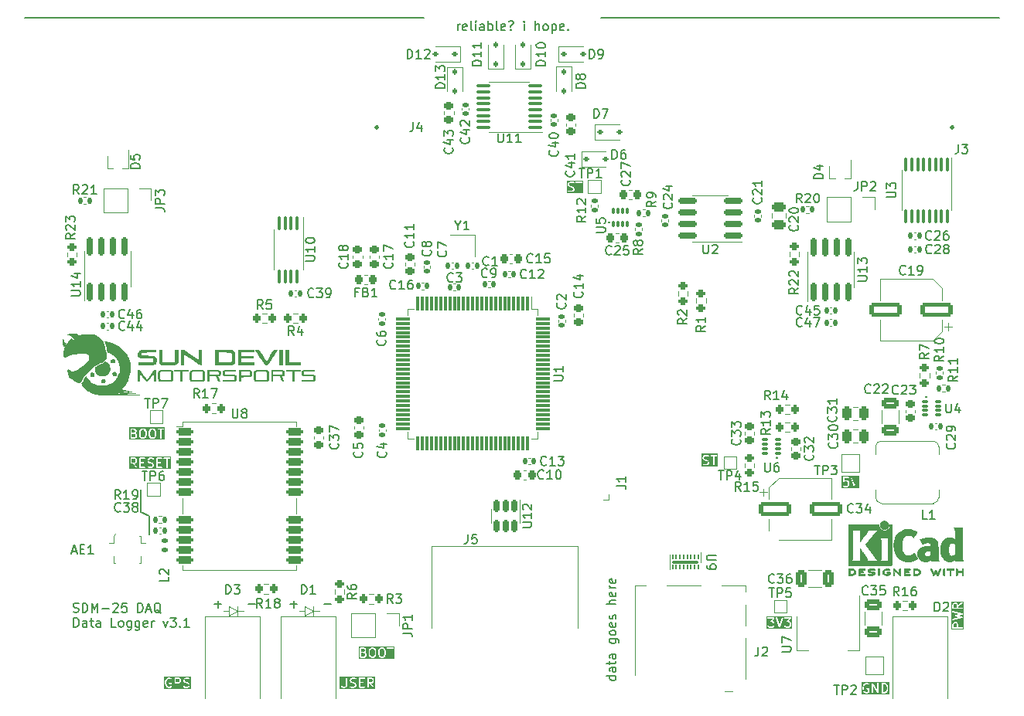
<source format=gto>
G04 #@! TF.GenerationSoftware,KiCad,Pcbnew,8.0.2*
G04 #@! TF.CreationDate,2025-02-01T15:11:48-07:00*
G04 #@! TF.ProjectId,sdm24logger,73646d32-346c-46f6-9767-65722e6b6963,v3.1*
G04 #@! TF.SameCoordinates,Original*
G04 #@! TF.FileFunction,Legend,Top*
G04 #@! TF.FilePolarity,Positive*
%FSLAX46Y46*%
G04 Gerber Fmt 4.6, Leading zero omitted, Abs format (unit mm)*
G04 Created by KiCad (PCBNEW 8.0.2) date 2025-02-01 15:11:48*
%MOMM*%
%LPD*%
G01*
G04 APERTURE LIST*
G04 Aperture macros list*
%AMRoundRect*
0 Rectangle with rounded corners*
0 $1 Rounding radius*
0 $2 $3 $4 $5 $6 $7 $8 $9 X,Y pos of 4 corners*
0 Add a 4 corners polygon primitive as box body*
4,1,4,$2,$3,$4,$5,$6,$7,$8,$9,$2,$3,0*
0 Add four circle primitives for the rounded corners*
1,1,$1+$1,$2,$3*
1,1,$1+$1,$4,$5*
1,1,$1+$1,$6,$7*
1,1,$1+$1,$8,$9*
0 Add four rect primitives between the rounded corners*
20,1,$1+$1,$2,$3,$4,$5,0*
20,1,$1+$1,$4,$5,$6,$7,0*
20,1,$1+$1,$6,$7,$8,$9,0*
20,1,$1+$1,$8,$9,$2,$3,0*%
G04 Aperture macros list end*
%ADD10C,0.150000*%
%ADD11C,0.120000*%
%ADD12C,0.152400*%
%ADD13C,0.254000*%
%ADD14C,0.000000*%
%ADD15C,0.010000*%
%ADD16RoundRect,0.112500X-0.112500X0.187500X-0.112500X-0.187500X0.112500X-0.187500X0.112500X0.187500X0*%
%ADD17RoundRect,0.112500X0.187500X0.112500X-0.187500X0.112500X-0.187500X-0.112500X0.187500X-0.112500X0*%
%ADD18RoundRect,0.112500X0.112500X-0.187500X0.112500X0.187500X-0.112500X0.187500X-0.112500X-0.187500X0*%
%ADD19RoundRect,0.112500X-0.187500X-0.112500X0.187500X-0.112500X0.187500X0.112500X-0.187500X0.112500X0*%
%ADD20RoundRect,0.140000X0.140000X0.170000X-0.140000X0.170000X-0.140000X-0.170000X0.140000X-0.170000X0*%
%ADD21RoundRect,0.135000X-0.135000X-0.185000X0.135000X-0.185000X0.135000X0.185000X-0.135000X0.185000X0*%
%ADD22RoundRect,0.200000X0.200000X0.275000X-0.200000X0.275000X-0.200000X-0.275000X0.200000X-0.275000X0*%
%ADD23RoundRect,0.140000X-0.140000X-0.170000X0.140000X-0.170000X0.140000X0.170000X-0.140000X0.170000X0*%
%ADD24RoundRect,0.225000X-0.250000X0.225000X-0.250000X-0.225000X0.250000X-0.225000X0.250000X0.225000X0*%
%ADD25RoundRect,0.250000X-1.500000X-0.550000X1.500000X-0.550000X1.500000X0.550000X-1.500000X0.550000X0*%
%ADD26RoundRect,0.200000X-0.200000X-0.275000X0.200000X-0.275000X0.200000X0.275000X-0.200000X0.275000X0*%
%ADD27RoundRect,0.225000X-0.225000X-0.250000X0.225000X-0.250000X0.225000X0.250000X-0.225000X0.250000X0*%
%ADD28RoundRect,0.225000X0.225000X0.250000X-0.225000X0.250000X-0.225000X-0.250000X0.225000X-0.250000X0*%
%ADD29R,1.000000X1.000000*%
%ADD30RoundRect,0.200000X0.275000X-0.200000X0.275000X0.200000X-0.275000X0.200000X-0.275000X-0.200000X0*%
%ADD31R,1.700000X1.700000*%
%ADD32O,1.700000X1.700000*%
%ADD33C,2.844800*%
%ADD34C,2.600000*%
%ADD35RoundRect,0.150000X-0.150000X0.512500X-0.150000X-0.512500X0.150000X-0.512500X0.150000X0.512500X0*%
%ADD36RoundRect,0.250000X1.500000X0.550000X-1.500000X0.550000X-1.500000X-0.550000X1.500000X-0.550000X0*%
%ADD37RoundRect,0.140000X0.170000X-0.140000X0.170000X0.140000X-0.170000X0.140000X-0.170000X-0.140000X0*%
%ADD38RoundRect,0.050000X-0.050000X0.175000X-0.050000X-0.175000X0.050000X-0.175000X0.050000X0.175000X0*%
%ADD39RoundRect,0.075000X-1.325000X0.075000X-1.325000X-0.075000X1.325000X-0.075000X1.325000X0.075000X0*%
%ADD40RoundRect,0.135000X0.185000X-0.135000X0.185000X0.135000X-0.185000X0.135000X-0.185000X-0.135000X0*%
%ADD41R,2.200000X1.050000*%
%ADD42R,2.950000X3.500000*%
%ADD43RoundRect,0.218750X0.218750X0.256250X-0.218750X0.256250X-0.218750X-0.256250X0.218750X-0.256250X0*%
%ADD44RoundRect,0.225000X0.250000X-0.225000X0.250000X0.225000X-0.250000X0.225000X-0.250000X-0.225000X0*%
%ADD45RoundRect,0.075000X0.075000X-0.260000X0.075000X0.260000X-0.075000X0.260000X-0.075000X-0.260000X0*%
%ADD46RoundRect,0.250000X-0.325000X-0.650000X0.325000X-0.650000X0.325000X0.650000X-0.325000X0.650000X0*%
%ADD47R,0.850000X1.100000*%
%ADD48R,0.750000X1.100000*%
%ADD49R,1.200000X1.000000*%
%ADD50R,1.550000X1.350000*%
%ADD51R,1.900000X1.350000*%
%ADD52R,1.170000X1.800000*%
%ADD53RoundRect,0.075000X-0.075000X0.725000X-0.075000X-0.725000X0.075000X-0.725000X0.075000X0.725000X0*%
%ADD54RoundRect,0.075000X-0.725000X0.075000X-0.725000X-0.075000X0.725000X-0.075000X0.725000X0.075000X0*%
%ADD55RoundRect,0.250000X-0.250000X-0.475000X0.250000X-0.475000X0.250000X0.475000X-0.250000X0.475000X0*%
%ADD56R,0.450000X0.700000*%
%ADD57R,1.500000X1.500000*%
%ADD58RoundRect,0.150000X0.150000X-0.825000X0.150000X0.825000X-0.150000X0.825000X-0.150000X-0.825000X0*%
%ADD59RoundRect,0.135000X-0.185000X0.135000X-0.185000X-0.135000X0.185000X-0.135000X0.185000X0.135000X0*%
%ADD60C,3.200000*%
%ADD61C,0.990600*%
%ADD62C,0.787400*%
%ADD63RoundRect,0.250000X-0.650000X0.325000X-0.650000X-0.325000X0.650000X-0.325000X0.650000X0.325000X0*%
%ADD64RoundRect,0.200000X-0.275000X0.200000X-0.275000X-0.200000X0.275000X-0.200000X0.275000X0.200000X0*%
%ADD65O,1.524000X1.924000*%
%ADD66RoundRect,0.150000X0.825000X0.150000X-0.825000X0.150000X-0.825000X-0.150000X0.825000X-0.150000X0*%
%ADD67RoundRect,0.140000X-0.170000X0.140000X-0.170000X-0.140000X0.170000X-0.140000X0.170000X0.140000X0*%
%ADD68RoundRect,0.147500X0.172500X-0.147500X0.172500X0.147500X-0.172500X0.147500X-0.172500X-0.147500X0*%
%ADD69RoundRect,0.075000X0.260000X0.075000X-0.260000X0.075000X-0.260000X-0.075000X0.260000X-0.075000X0*%
%ADD70C,1.840000*%
%ADD71C,1.600000*%
%ADD72RoundRect,0.200000X-0.700000X-0.200000X0.700000X-0.200000X0.700000X0.200000X-0.700000X0.200000X0*%
%ADD73R,0.900000X0.800000*%
%ADD74RoundRect,0.100000X-0.100000X0.637500X-0.100000X-0.637500X0.100000X-0.637500X0.100000X0.637500X0*%
%ADD75RoundRect,0.075000X-0.260000X-0.075000X0.260000X-0.075000X0.260000X0.075000X-0.260000X0.075000X0*%
%ADD76RoundRect,0.250000X0.475000X-0.250000X0.475000X0.250000X-0.475000X0.250000X-0.475000X-0.250000X0*%
%ADD77RoundRect,0.135000X0.135000X0.185000X-0.135000X0.185000X-0.135000X-0.185000X0.135000X-0.185000X0*%
%ADD78RoundRect,0.100000X-0.100000X0.675000X-0.100000X-0.675000X0.100000X-0.675000X0.100000X0.675000X0*%
%ADD79RoundRect,0.100000X0.637500X0.100000X-0.637500X0.100000X-0.637500X-0.100000X0.637500X-0.100000X0*%
%ADD80R,1.500000X2.000000*%
%ADD81R,3.800000X2.000000*%
G04 APERTURE END LIST*
D10*
X91670000Y-136200000D02*
X92570000Y-136600000D01*
X91670000Y-133700000D02*
X91670000Y-136200000D01*
X92570000Y-136600000D02*
X92570000Y-138600000D01*
G36*
X140102401Y-101190930D02*
G01*
X138303049Y-101190930D01*
X138303049Y-100195295D01*
X138414160Y-100195295D01*
X138415265Y-100279601D01*
X138414749Y-100281152D01*
X138415407Y-100290421D01*
X138415601Y-100305165D01*
X138416632Y-100307654D01*
X138416823Y-100310342D01*
X138422078Y-100324074D01*
X138470770Y-100418630D01*
X138474419Y-100427439D01*
X138476801Y-100430341D01*
X138477529Y-100431755D01*
X138479027Y-100433054D01*
X138483746Y-100438804D01*
X138532781Y-100486145D01*
X138538414Y-100492640D01*
X138541559Y-100494619D01*
X138542730Y-100495750D01*
X138544557Y-100496507D01*
X138550857Y-100500472D01*
X138642089Y-100544740D01*
X138647600Y-100548823D01*
X138658615Y-100552758D01*
X138659826Y-100553346D01*
X138660366Y-100553384D01*
X138661446Y-100553770D01*
X138838929Y-100596854D01*
X138918946Y-100635680D01*
X138950273Y-100665924D01*
X138985795Y-100734905D01*
X138986584Y-100795066D01*
X138953536Y-100863175D01*
X138923290Y-100894504D01*
X138854540Y-100929907D01*
X138647759Y-100931086D01*
X138498540Y-100882789D01*
X138469350Y-100884864D01*
X138443177Y-100897950D01*
X138424003Y-100920057D01*
X138414749Y-100947820D01*
X138416824Y-100977010D01*
X138429910Y-101003183D01*
X138452017Y-101022357D01*
X138465443Y-101028351D01*
X138608024Y-101074500D01*
X138617385Y-101078378D01*
X138621148Y-101078748D01*
X138622636Y-101079230D01*
X138624610Y-101079089D01*
X138632017Y-101079819D01*
X138858621Y-101078526D01*
X138860731Y-101079230D01*
X138871673Y-101078452D01*
X138884744Y-101078378D01*
X138887233Y-101077346D01*
X138889921Y-101077156D01*
X138903653Y-101071901D01*
X138998207Y-101023209D01*
X139007018Y-101019560D01*
X139009920Y-101017177D01*
X139011334Y-101016450D01*
X139012634Y-101014950D01*
X139018384Y-101010232D01*
X139065725Y-100961195D01*
X139072219Y-100955564D01*
X139074198Y-100952418D01*
X139075330Y-100951247D01*
X139076087Y-100949417D01*
X139080051Y-100943121D01*
X139121726Y-100857231D01*
X139122948Y-100856010D01*
X139126617Y-100847150D01*
X139132925Y-100834152D01*
X139133116Y-100831462D01*
X139134147Y-100828974D01*
X139135588Y-100814342D01*
X139134482Y-100730034D01*
X139134999Y-100728484D01*
X139134340Y-100719213D01*
X139134147Y-100704472D01*
X139133116Y-100701983D01*
X139132925Y-100699294D01*
X139127670Y-100685563D01*
X139078978Y-100591008D01*
X139075329Y-100582198D01*
X139072946Y-100579295D01*
X139072219Y-100577882D01*
X139070720Y-100576582D01*
X139066002Y-100570833D01*
X139016966Y-100523491D01*
X139011334Y-100516997D01*
X139008188Y-100515017D01*
X139007018Y-100513887D01*
X139005190Y-100513129D01*
X138998891Y-100509165D01*
X138907659Y-100464898D01*
X138902148Y-100460814D01*
X138891128Y-100456876D01*
X138889921Y-100456291D01*
X138889381Y-100456252D01*
X138888302Y-100455867D01*
X138710818Y-100412782D01*
X138630802Y-100373957D01*
X138599474Y-100343712D01*
X138563952Y-100274731D01*
X138563163Y-100214570D01*
X138596212Y-100146460D01*
X138626456Y-100115133D01*
X138695207Y-100079730D01*
X138901988Y-100078551D01*
X139051207Y-100126849D01*
X139080397Y-100124774D01*
X139106571Y-100111688D01*
X139125745Y-100089580D01*
X139134999Y-100061818D01*
X139132924Y-100032628D01*
X139119837Y-100006455D01*
X139101081Y-99990187D01*
X139272744Y-99990187D01*
X139272744Y-100019451D01*
X139283943Y-100046487D01*
X139304635Y-100067179D01*
X139331671Y-100078378D01*
X139346303Y-100079819D01*
X139557122Y-100079300D01*
X139558458Y-101019451D01*
X139569657Y-101046487D01*
X139590349Y-101067179D01*
X139617385Y-101078378D01*
X139646649Y-101078378D01*
X139673685Y-101067179D01*
X139694377Y-101046487D01*
X139705576Y-101019451D01*
X139707017Y-101004819D01*
X139705702Y-100078935D01*
X139932363Y-100078378D01*
X139959399Y-100067179D01*
X139980091Y-100046487D01*
X139991290Y-100019451D01*
X139991290Y-99990187D01*
X139980091Y-99963151D01*
X139959399Y-99942459D01*
X139932363Y-99931260D01*
X139917731Y-99929819D01*
X139331671Y-99931260D01*
X139304635Y-99942459D01*
X139283943Y-99963151D01*
X139272744Y-99990187D01*
X139101081Y-99990187D01*
X139097730Y-99987281D01*
X139084305Y-99981287D01*
X138941726Y-99935138D01*
X138932363Y-99931260D01*
X138928597Y-99930889D01*
X138927111Y-99930408D01*
X138925136Y-99930548D01*
X138917731Y-99929819D01*
X138691125Y-99931111D01*
X138689016Y-99930408D01*
X138678073Y-99931185D01*
X138665004Y-99931260D01*
X138662515Y-99932290D01*
X138659826Y-99932482D01*
X138646095Y-99937737D01*
X138551540Y-99986428D01*
X138542730Y-99990078D01*
X138539827Y-99992460D01*
X138538414Y-99993188D01*
X138537114Y-99994686D01*
X138531365Y-99999405D01*
X138484023Y-100048440D01*
X138477529Y-100054073D01*
X138475549Y-100057218D01*
X138474419Y-100058389D01*
X138473661Y-100060216D01*
X138469697Y-100066516D01*
X138428022Y-100152404D01*
X138426800Y-100153627D01*
X138423127Y-100162492D01*
X138416823Y-100175486D01*
X138416632Y-100178173D01*
X138415601Y-100180663D01*
X138414160Y-100195295D01*
X138303049Y-100195295D01*
X138303049Y-99818708D01*
X140102401Y-99818708D01*
X140102401Y-101190930D01*
G37*
G36*
X180951986Y-148398844D02*
G01*
X180983313Y-148429088D01*
X181018684Y-148497776D01*
X181019745Y-148789001D01*
X180644550Y-148789534D01*
X180643503Y-148502200D01*
X180676871Y-148433433D01*
X180707115Y-148402106D01*
X180775972Y-148366648D01*
X180883604Y-148365663D01*
X180951986Y-148398844D01*
G37*
G36*
X180951986Y-146255987D02*
G01*
X180983313Y-146286231D01*
X181018684Y-146354919D01*
X181019144Y-146481070D01*
X181018646Y-146483893D01*
X181019162Y-146486226D01*
X181019745Y-146646144D01*
X180644550Y-146646677D01*
X180643503Y-146359343D01*
X180676871Y-146290576D01*
X180707115Y-146259249D01*
X180775972Y-146223791D01*
X180883604Y-146222806D01*
X180951986Y-146255987D01*
G37*
G36*
X181755913Y-149049331D02*
G01*
X180383708Y-149049331D01*
X180383708Y-148482268D01*
X180494819Y-148482268D01*
X180496260Y-148877852D01*
X180507459Y-148904888D01*
X180528151Y-148925580D01*
X180555187Y-148936779D01*
X180569819Y-148938220D01*
X181584451Y-148936779D01*
X181611487Y-148925580D01*
X181632179Y-148904888D01*
X181643378Y-148877852D01*
X181643378Y-148848588D01*
X181632179Y-148821552D01*
X181611487Y-148800860D01*
X181584451Y-148789661D01*
X181569819Y-148788220D01*
X181168356Y-148788790D01*
X181167282Y-148493916D01*
X181168039Y-148491648D01*
X181167233Y-148480306D01*
X181167187Y-148467636D01*
X181166156Y-148465147D01*
X181165965Y-148462458D01*
X181160710Y-148448727D01*
X181112018Y-148354172D01*
X181108369Y-148345362D01*
X181105986Y-148342459D01*
X181105259Y-148341046D01*
X181103760Y-148339746D01*
X181099042Y-148333997D01*
X181050006Y-148286655D01*
X181044374Y-148280161D01*
X181041228Y-148278181D01*
X181040058Y-148277051D01*
X181038230Y-148276293D01*
X181031931Y-148272329D01*
X180946042Y-148230654D01*
X180944820Y-148229432D01*
X180935954Y-148225759D01*
X180922961Y-148219455D01*
X180920273Y-148219264D01*
X180917784Y-148218233D01*
X180903152Y-148216792D01*
X180771521Y-148217996D01*
X180769675Y-148217381D01*
X180759460Y-148218106D01*
X180745663Y-148218233D01*
X180743174Y-148219263D01*
X180740485Y-148219455D01*
X180726754Y-148224710D01*
X180632199Y-148273401D01*
X180623389Y-148277051D01*
X180620486Y-148279433D01*
X180619073Y-148280161D01*
X180617773Y-148281659D01*
X180612024Y-148286378D01*
X180564682Y-148335413D01*
X180558188Y-148341046D01*
X180556208Y-148344191D01*
X180555078Y-148345362D01*
X180554320Y-148347189D01*
X180550356Y-148353489D01*
X180508681Y-148439377D01*
X180507459Y-148440600D01*
X180503786Y-148449465D01*
X180497482Y-148462459D01*
X180497291Y-148465146D01*
X180496260Y-148467636D01*
X180494819Y-148482268D01*
X180383708Y-148482268D01*
X180383708Y-147098512D01*
X180494871Y-147098512D01*
X180499504Y-147127407D01*
X180514840Y-147152329D01*
X180538547Y-147169486D01*
X180552447Y-147174276D01*
X181266520Y-147343251D01*
X180840871Y-147457629D01*
X180831340Y-147458896D01*
X180827165Y-147461312D01*
X180822442Y-147462582D01*
X180814582Y-147468597D01*
X180806015Y-147473558D01*
X180803061Y-147477415D01*
X180799204Y-147480369D01*
X180794243Y-147488936D01*
X180788228Y-147496796D01*
X180786976Y-147501488D01*
X180784542Y-147505694D01*
X180783237Y-147515509D01*
X180780688Y-147525072D01*
X180781327Y-147529887D01*
X180780688Y-147534702D01*
X180783237Y-147544264D01*
X180784542Y-147554080D01*
X180786976Y-147558285D01*
X180788228Y-147562978D01*
X180794243Y-147570837D01*
X180799204Y-147579405D01*
X180803061Y-147582358D01*
X180806015Y-147586216D01*
X180814582Y-147591176D01*
X180822442Y-147597192D01*
X180829629Y-147599887D01*
X180831340Y-147600878D01*
X180832780Y-147601069D01*
X180836208Y-147602355D01*
X181265875Y-147716052D01*
X180538547Y-147890288D01*
X180514840Y-147907445D01*
X180499504Y-147932367D01*
X180494871Y-147961262D01*
X180501649Y-147989730D01*
X180518806Y-148013437D01*
X180543728Y-148028773D01*
X180572623Y-148033406D01*
X180587191Y-148031418D01*
X181583465Y-147792755D01*
X181594013Y-147791354D01*
X181597328Y-147789434D01*
X181601091Y-147788533D01*
X181609914Y-147782147D01*
X181619337Y-147776692D01*
X181621677Y-147773634D01*
X181624798Y-147771376D01*
X181630503Y-147762104D01*
X181637125Y-147753454D01*
X181638118Y-147749730D01*
X181640134Y-147746454D01*
X181641856Y-147735710D01*
X181644665Y-147725179D01*
X181644157Y-147721360D01*
X181644767Y-147717559D01*
X181642244Y-147706963D01*
X181640810Y-147696170D01*
X181638881Y-147692838D01*
X181637989Y-147689091D01*
X181631602Y-147680266D01*
X181626148Y-147670845D01*
X181623090Y-147668504D01*
X181620832Y-147665384D01*
X181611559Y-147659678D01*
X181602911Y-147653058D01*
X181597509Y-147651032D01*
X181595910Y-147650048D01*
X181594119Y-147649760D01*
X181589144Y-147647895D01*
X181143870Y-147530067D01*
X181585495Y-147411395D01*
X181595910Y-147409726D01*
X181599166Y-147407722D01*
X181602911Y-147406716D01*
X181611559Y-147400095D01*
X181620832Y-147394390D01*
X181623090Y-147391269D01*
X181626148Y-147388929D01*
X181631602Y-147379507D01*
X181637989Y-147370683D01*
X181638881Y-147366935D01*
X181640810Y-147363604D01*
X181642244Y-147352810D01*
X181644767Y-147342215D01*
X181644157Y-147338413D01*
X181644665Y-147334595D01*
X181641856Y-147324063D01*
X181640134Y-147313320D01*
X181638118Y-147310043D01*
X181637125Y-147306320D01*
X181630503Y-147297669D01*
X181624798Y-147288398D01*
X181621677Y-147286139D01*
X181619337Y-147283082D01*
X181609914Y-147277626D01*
X181601091Y-147271241D01*
X181595642Y-147269363D01*
X181594013Y-147268420D01*
X181592209Y-147268180D01*
X181587191Y-147266451D01*
X180572623Y-147026368D01*
X180543728Y-147031001D01*
X180518806Y-147046337D01*
X180501649Y-147070044D01*
X180494871Y-147098512D01*
X180383708Y-147098512D01*
X180383708Y-146339411D01*
X180494819Y-146339411D01*
X180496260Y-146734995D01*
X180507459Y-146762031D01*
X180528151Y-146782723D01*
X180555187Y-146793922D01*
X180569819Y-146795363D01*
X181584451Y-146793922D01*
X181611487Y-146782723D01*
X181632179Y-146762031D01*
X181643378Y-146734995D01*
X181643378Y-146705731D01*
X181632179Y-146678695D01*
X181611487Y-146658003D01*
X181584451Y-146646804D01*
X181569819Y-146645363D01*
X181168356Y-146645933D01*
X181167904Y-146521710D01*
X181623989Y-146200806D01*
X181639716Y-146176127D01*
X181644802Y-146147310D01*
X181638472Y-146118739D01*
X181621690Y-146094765D01*
X181597012Y-146079038D01*
X181568194Y-146073953D01*
X181539623Y-146080282D01*
X181526810Y-146087492D01*
X181167439Y-146340348D01*
X181167233Y-146337449D01*
X181167187Y-146324779D01*
X181166156Y-146322290D01*
X181165965Y-146319601D01*
X181160710Y-146305870D01*
X181112018Y-146211315D01*
X181108369Y-146202505D01*
X181105986Y-146199602D01*
X181105259Y-146198189D01*
X181103760Y-146196889D01*
X181099042Y-146191140D01*
X181050006Y-146143798D01*
X181044374Y-146137304D01*
X181041228Y-146135324D01*
X181040058Y-146134194D01*
X181038230Y-146133436D01*
X181031931Y-146129472D01*
X180946042Y-146087797D01*
X180944820Y-146086575D01*
X180935954Y-146082902D01*
X180922961Y-146076598D01*
X180920273Y-146076407D01*
X180917784Y-146075376D01*
X180903152Y-146073935D01*
X180771521Y-146075139D01*
X180769675Y-146074524D01*
X180759460Y-146075249D01*
X180745663Y-146075376D01*
X180743174Y-146076406D01*
X180740485Y-146076598D01*
X180726754Y-146081853D01*
X180632199Y-146130544D01*
X180623389Y-146134194D01*
X180620486Y-146136576D01*
X180619073Y-146137304D01*
X180617773Y-146138802D01*
X180612024Y-146143521D01*
X180564682Y-146192556D01*
X180558188Y-146198189D01*
X180556208Y-146201334D01*
X180555078Y-146202505D01*
X180554320Y-146204332D01*
X180550356Y-146210632D01*
X180508681Y-146296520D01*
X180507459Y-146297743D01*
X180503786Y-146306608D01*
X180497482Y-146319602D01*
X180497291Y-146322289D01*
X180496260Y-146324779D01*
X180494819Y-146339411D01*
X180383708Y-146339411D01*
X180383708Y-145962824D01*
X181755913Y-145962824D01*
X181755913Y-149049331D01*
G37*
G36*
X170298491Y-133555930D02*
G01*
X168403399Y-133555930D01*
X168403399Y-132853249D01*
X168514510Y-132853249D01*
X168515601Y-132856864D01*
X168515601Y-132860640D01*
X168519795Y-132870765D01*
X168522963Y-132881265D01*
X168525354Y-132884188D01*
X168526800Y-132887677D01*
X168534553Y-132895430D01*
X168541494Y-132903913D01*
X168544820Y-132905697D01*
X168547492Y-132908369D01*
X168557619Y-132912564D01*
X168567281Y-132917747D01*
X168571040Y-132918122D01*
X168574529Y-132919568D01*
X168585490Y-132919568D01*
X168596400Y-132920659D01*
X168600016Y-132919568D01*
X168603791Y-132919568D01*
X168613916Y-132915373D01*
X168624416Y-132912206D01*
X168627339Y-132909814D01*
X168630828Y-132908369D01*
X168642193Y-132899042D01*
X168678837Y-132861085D01*
X168747588Y-132825682D01*
X168950324Y-132824526D01*
X169018946Y-132857823D01*
X169050273Y-132888067D01*
X169085676Y-132956818D01*
X169086832Y-133159554D01*
X169053536Y-133228175D01*
X169023290Y-133259504D01*
X168954540Y-133294907D01*
X168751804Y-133296063D01*
X168683183Y-133262767D01*
X168630828Y-133212220D01*
X168603792Y-133201021D01*
X168574529Y-133201021D01*
X168547493Y-133212219D01*
X168526800Y-133232912D01*
X168515601Y-133259948D01*
X168515601Y-133289211D01*
X168526799Y-133316247D01*
X168536126Y-133327612D01*
X168585161Y-133374953D01*
X168590795Y-133381450D01*
X168593940Y-133383429D01*
X168595111Y-133384560D01*
X168596938Y-133385317D01*
X168603238Y-133389282D01*
X168689127Y-133430957D01*
X168690349Y-133432179D01*
X168699208Y-133435848D01*
X168712207Y-133442156D01*
X168714896Y-133442347D01*
X168717385Y-133443378D01*
X168732017Y-133444819D01*
X168958621Y-133443526D01*
X168960731Y-133444230D01*
X168971673Y-133443452D01*
X168984744Y-133443378D01*
X168987233Y-133442346D01*
X168989921Y-133442156D01*
X169003653Y-133436901D01*
X169098207Y-133388209D01*
X169107018Y-133384560D01*
X169109920Y-133382177D01*
X169111334Y-133381450D01*
X169112634Y-133379950D01*
X169118384Y-133375232D01*
X169165725Y-133326195D01*
X169172219Y-133320564D01*
X169174198Y-133317418D01*
X169175330Y-133316247D01*
X169176087Y-133314417D01*
X169180051Y-133308121D01*
X169221726Y-133222231D01*
X169222948Y-133221010D01*
X169226617Y-133212150D01*
X169232925Y-133199152D01*
X169233116Y-133196462D01*
X169234147Y-133193974D01*
X169235588Y-133179342D01*
X169234295Y-132952736D01*
X169234999Y-132950627D01*
X169234221Y-132939684D01*
X169234147Y-132926615D01*
X169233116Y-132924126D01*
X169232925Y-132921437D01*
X169227670Y-132907706D01*
X169178978Y-132813151D01*
X169175329Y-132804341D01*
X169172946Y-132801438D01*
X169172219Y-132800025D01*
X169170720Y-132798725D01*
X169166002Y-132792976D01*
X169116966Y-132745634D01*
X169111334Y-132739140D01*
X169108188Y-132737160D01*
X169107018Y-132736030D01*
X169105190Y-132735272D01*
X169098891Y-132731308D01*
X169013002Y-132689633D01*
X169011780Y-132688411D01*
X169002914Y-132684738D01*
X168989921Y-132678434D01*
X168987233Y-132678243D01*
X168984744Y-132677212D01*
X168970112Y-132675771D01*
X168743506Y-132677063D01*
X168741397Y-132676360D01*
X168730454Y-132677137D01*
X168717385Y-132677212D01*
X168714896Y-132678242D01*
X168712207Y-132678434D01*
X168698476Y-132683689D01*
X168679307Y-132693559D01*
X168703466Y-132444623D01*
X169127601Y-132443378D01*
X169154637Y-132432179D01*
X169175329Y-132411487D01*
X169186528Y-132384451D01*
X169186528Y-132379199D01*
X169371892Y-132379199D01*
X169375152Y-132393536D01*
X169706929Y-133384413D01*
X169707300Y-133389629D01*
X169711464Y-133397959D01*
X169714479Y-133406961D01*
X169717989Y-133411008D01*
X169720386Y-133415802D01*
X169727494Y-133421967D01*
X169733653Y-133429068D01*
X169738442Y-133431462D01*
X169742493Y-133434976D01*
X169751418Y-133437950D01*
X169759826Y-133442155D01*
X169765170Y-133442534D01*
X169770256Y-133444230D01*
X169779636Y-133443563D01*
X169789016Y-133444230D01*
X169794101Y-133442534D01*
X169799446Y-133442155D01*
X169807856Y-133437949D01*
X169816778Y-133434976D01*
X169820825Y-133431465D01*
X169825619Y-133429069D01*
X169831782Y-133421963D01*
X169838886Y-133415802D01*
X169841281Y-133411010D01*
X169844793Y-133406962D01*
X169850787Y-133393536D01*
X170187380Y-132379200D01*
X170185305Y-132350010D01*
X170172219Y-132323836D01*
X170150111Y-132304662D01*
X170122349Y-132295408D01*
X170093159Y-132297483D01*
X170066986Y-132310570D01*
X170047812Y-132332677D01*
X170041818Y-132346102D01*
X169780068Y-133134895D01*
X169511460Y-132332676D01*
X169492286Y-132310569D01*
X169466113Y-132297483D01*
X169436923Y-132295408D01*
X169409160Y-132304662D01*
X169387053Y-132323836D01*
X169373967Y-132350009D01*
X169371892Y-132379199D01*
X169186528Y-132379199D01*
X169186528Y-132355187D01*
X169175329Y-132328151D01*
X169154637Y-132307459D01*
X169127601Y-132296260D01*
X169112969Y-132294819D01*
X168639926Y-132296207D01*
X168629539Y-132295169D01*
X168625960Y-132296248D01*
X168622147Y-132296260D01*
X168612020Y-132300454D01*
X168601523Y-132303622D01*
X168598599Y-132306013D01*
X168595111Y-132307459D01*
X168587357Y-132315212D01*
X168578875Y-132322153D01*
X168577090Y-132325479D01*
X168574419Y-132328151D01*
X168570223Y-132338280D01*
X168565041Y-132347940D01*
X168563933Y-132353464D01*
X168563220Y-132355187D01*
X168563220Y-132357023D01*
X168562151Y-132362356D01*
X168516948Y-132828125D01*
X168515601Y-132831378D01*
X168515601Y-132842007D01*
X168514510Y-132853249D01*
X168403399Y-132853249D01*
X168403399Y-132183708D01*
X170298491Y-132183708D01*
X170298491Y-133555930D01*
G37*
G36*
X95866565Y-154476871D02*
G01*
X95897892Y-154507115D01*
X95933350Y-154575972D01*
X95934335Y-154683604D01*
X95901155Y-154751985D01*
X95870910Y-154783313D01*
X95802222Y-154818684D01*
X95510997Y-154819745D01*
X95510464Y-154444550D01*
X95797798Y-154443503D01*
X95866565Y-154476871D01*
G37*
G36*
X97146699Y-155555930D02*
G01*
X94203049Y-155555930D01*
X94203049Y-154798390D01*
X94314160Y-154798390D01*
X94315427Y-154936969D01*
X94314249Y-154944893D01*
X94315583Y-154953917D01*
X94315601Y-154955879D01*
X94316023Y-154956900D01*
X94316399Y-154959437D01*
X94363916Y-155144135D01*
X94364442Y-155151532D01*
X94368644Y-155162514D01*
X94368965Y-155163759D01*
X94369287Y-155164194D01*
X94369697Y-155165264D01*
X94418387Y-155259816D01*
X94422037Y-155268628D01*
X94424420Y-155271532D01*
X94425148Y-155272945D01*
X94426646Y-155274244D01*
X94431365Y-155279994D01*
X94519534Y-155366479D01*
X94520386Y-155368183D01*
X94528030Y-155374813D01*
X94537968Y-155384561D01*
X94540458Y-155385592D01*
X94542493Y-155387357D01*
X94555919Y-155393351D01*
X94698500Y-155439500D01*
X94707861Y-155443378D01*
X94711624Y-155443748D01*
X94713112Y-155444230D01*
X94715086Y-155444089D01*
X94722493Y-155444819D01*
X94817810Y-155443568D01*
X94827111Y-155444230D01*
X94830765Y-155443398D01*
X94832363Y-155443378D01*
X94834194Y-155442619D01*
X94841448Y-155440970D01*
X94973238Y-155395759D01*
X94975220Y-155395759D01*
X94984772Y-155391802D01*
X94997730Y-155387357D01*
X94999765Y-155385591D01*
X95002256Y-155384560D01*
X95013622Y-155375232D01*
X95070568Y-155316247D01*
X95077849Y-155298668D01*
X95081766Y-155289212D01*
X95083207Y-155274580D01*
X95081766Y-154926615D01*
X95070567Y-154899579D01*
X95049875Y-154878887D01*
X95022839Y-154867688D01*
X95008207Y-154866247D01*
X94803099Y-154867688D01*
X94776063Y-154878887D01*
X94755371Y-154899579D01*
X94744172Y-154926615D01*
X94744172Y-154955879D01*
X94755371Y-154982915D01*
X94776063Y-155003607D01*
X94803099Y-155014806D01*
X94817731Y-155016247D01*
X94933514Y-155015433D01*
X94934456Y-155243006D01*
X94921651Y-155256269D01*
X94808944Y-155294934D01*
X94737566Y-155295870D01*
X94621639Y-155258348D01*
X94547431Y-155185558D01*
X94508739Y-155110421D01*
X94464121Y-154936991D01*
X94462979Y-154812219D01*
X94505005Y-154639096D01*
X94543730Y-154559286D01*
X94618009Y-154483561D01*
X94731174Y-154444739D01*
X94845802Y-154443690D01*
X94940778Y-154489775D01*
X94969968Y-154491849D01*
X94997730Y-154482595D01*
X95019837Y-154463422D01*
X95032925Y-154437247D01*
X95034999Y-154408057D01*
X95025745Y-154380296D01*
X95016659Y-154369819D01*
X95361779Y-154369819D01*
X95363220Y-155384451D01*
X95374419Y-155411487D01*
X95395111Y-155432179D01*
X95422147Y-155443378D01*
X95451411Y-155443378D01*
X95478447Y-155432179D01*
X95499139Y-155411487D01*
X95510338Y-155384451D01*
X95511779Y-155369819D01*
X95511208Y-154968356D01*
X95806081Y-154967282D01*
X95808350Y-154968039D01*
X95819691Y-154967233D01*
X95832363Y-154967187D01*
X95834852Y-154966155D01*
X95837540Y-154965965D01*
X95851272Y-154960710D01*
X95945828Y-154912017D01*
X95954637Y-154908369D01*
X95957539Y-154905986D01*
X95958953Y-154905259D01*
X95960252Y-154903760D01*
X95966002Y-154899042D01*
X96013343Y-154850006D01*
X96019838Y-154844374D01*
X96021817Y-154841228D01*
X96022948Y-154840058D01*
X96023705Y-154838230D01*
X96027670Y-154831931D01*
X96069345Y-154746041D01*
X96070567Y-154744820D01*
X96074236Y-154735960D01*
X96080544Y-154722962D01*
X96080735Y-154720272D01*
X96081766Y-154717784D01*
X96083207Y-154703152D01*
X96082002Y-154571521D01*
X96082618Y-154569675D01*
X96081951Y-154560295D01*
X96314160Y-154560295D01*
X96315265Y-154644601D01*
X96314749Y-154646152D01*
X96315407Y-154655421D01*
X96315601Y-154670165D01*
X96316632Y-154672654D01*
X96316823Y-154675342D01*
X96322078Y-154689074D01*
X96370770Y-154783630D01*
X96374419Y-154792439D01*
X96376801Y-154795341D01*
X96377529Y-154796755D01*
X96379027Y-154798054D01*
X96383746Y-154803804D01*
X96432781Y-154851145D01*
X96438414Y-154857640D01*
X96441559Y-154859619D01*
X96442730Y-154860750D01*
X96444557Y-154861507D01*
X96450857Y-154865472D01*
X96542089Y-154909740D01*
X96547600Y-154913823D01*
X96558615Y-154917758D01*
X96559826Y-154918346D01*
X96560366Y-154918384D01*
X96561446Y-154918770D01*
X96738929Y-154961854D01*
X96818946Y-155000680D01*
X96850273Y-155030924D01*
X96885795Y-155099905D01*
X96886584Y-155160066D01*
X96853536Y-155228175D01*
X96823290Y-155259504D01*
X96754540Y-155294907D01*
X96547759Y-155296086D01*
X96398540Y-155247789D01*
X96369350Y-155249864D01*
X96343177Y-155262950D01*
X96324003Y-155285057D01*
X96314749Y-155312820D01*
X96316824Y-155342010D01*
X96329910Y-155368183D01*
X96352017Y-155387357D01*
X96365443Y-155393351D01*
X96508024Y-155439500D01*
X96517385Y-155443378D01*
X96521148Y-155443748D01*
X96522636Y-155444230D01*
X96524610Y-155444089D01*
X96532017Y-155444819D01*
X96758621Y-155443526D01*
X96760731Y-155444230D01*
X96771673Y-155443452D01*
X96784744Y-155443378D01*
X96787233Y-155442346D01*
X96789921Y-155442156D01*
X96803653Y-155436901D01*
X96898207Y-155388209D01*
X96907018Y-155384560D01*
X96909920Y-155382177D01*
X96911334Y-155381450D01*
X96912634Y-155379950D01*
X96918384Y-155375232D01*
X96965725Y-155326195D01*
X96972219Y-155320564D01*
X96974198Y-155317418D01*
X96975330Y-155316247D01*
X96976087Y-155314417D01*
X96980051Y-155308121D01*
X97021726Y-155222231D01*
X97022948Y-155221010D01*
X97026617Y-155212150D01*
X97032925Y-155199152D01*
X97033116Y-155196462D01*
X97034147Y-155193974D01*
X97035588Y-155179342D01*
X97034482Y-155095034D01*
X97034999Y-155093484D01*
X97034340Y-155084213D01*
X97034147Y-155069472D01*
X97033116Y-155066983D01*
X97032925Y-155064294D01*
X97027670Y-155050563D01*
X96978978Y-154956008D01*
X96975329Y-154947198D01*
X96972946Y-154944295D01*
X96972219Y-154942882D01*
X96970720Y-154941582D01*
X96966002Y-154935833D01*
X96916966Y-154888491D01*
X96911334Y-154881997D01*
X96908188Y-154880017D01*
X96907018Y-154878887D01*
X96905190Y-154878129D01*
X96898891Y-154874165D01*
X96807659Y-154829898D01*
X96802148Y-154825814D01*
X96791128Y-154821876D01*
X96789921Y-154821291D01*
X96789381Y-154821252D01*
X96788302Y-154820867D01*
X96610818Y-154777782D01*
X96530802Y-154738957D01*
X96499474Y-154708712D01*
X96463952Y-154639731D01*
X96463163Y-154579570D01*
X96496212Y-154511460D01*
X96526456Y-154480133D01*
X96595207Y-154444730D01*
X96801988Y-154443551D01*
X96951207Y-154491849D01*
X96980397Y-154489774D01*
X97006571Y-154476688D01*
X97025745Y-154454580D01*
X97034999Y-154426818D01*
X97032924Y-154397628D01*
X97019837Y-154371455D01*
X96997730Y-154352281D01*
X96984305Y-154346287D01*
X96841726Y-154300138D01*
X96832363Y-154296260D01*
X96828597Y-154295889D01*
X96827111Y-154295408D01*
X96825136Y-154295548D01*
X96817731Y-154294819D01*
X96591125Y-154296111D01*
X96589016Y-154295408D01*
X96578073Y-154296185D01*
X96565004Y-154296260D01*
X96562515Y-154297290D01*
X96559826Y-154297482D01*
X96546095Y-154302737D01*
X96451540Y-154351428D01*
X96442730Y-154355078D01*
X96439827Y-154357460D01*
X96438414Y-154358188D01*
X96437114Y-154359686D01*
X96431365Y-154364405D01*
X96384023Y-154413440D01*
X96377529Y-154419073D01*
X96375549Y-154422218D01*
X96374419Y-154423389D01*
X96373661Y-154425216D01*
X96369697Y-154431516D01*
X96328022Y-154517404D01*
X96326800Y-154518627D01*
X96323127Y-154527492D01*
X96316823Y-154540486D01*
X96316632Y-154543173D01*
X96315601Y-154545663D01*
X96314160Y-154560295D01*
X96081951Y-154560295D01*
X96081892Y-154559460D01*
X96081766Y-154545663D01*
X96080735Y-154543174D01*
X96080544Y-154540485D01*
X96075289Y-154526754D01*
X96026597Y-154432199D01*
X96022948Y-154423389D01*
X96020565Y-154420486D01*
X96019838Y-154419073D01*
X96018339Y-154417773D01*
X96013621Y-154412024D01*
X95964585Y-154364682D01*
X95958953Y-154358188D01*
X95955807Y-154356208D01*
X95954637Y-154355078D01*
X95952809Y-154354320D01*
X95946510Y-154350356D01*
X95860621Y-154308681D01*
X95859399Y-154307459D01*
X95850533Y-154303786D01*
X95837540Y-154297482D01*
X95834852Y-154297291D01*
X95832363Y-154296260D01*
X95817731Y-154294819D01*
X95422147Y-154296260D01*
X95395111Y-154307459D01*
X95374419Y-154328151D01*
X95363220Y-154355187D01*
X95361779Y-154369819D01*
X95016659Y-154369819D01*
X95006572Y-154358188D01*
X94994129Y-154350356D01*
X94908240Y-154308681D01*
X94907018Y-154307459D01*
X94898152Y-154303786D01*
X94885159Y-154297482D01*
X94882471Y-154297291D01*
X94879982Y-154296260D01*
X94865350Y-154294819D01*
X94723131Y-154296120D01*
X94713112Y-154295408D01*
X94709428Y-154296245D01*
X94707861Y-154296260D01*
X94706030Y-154297018D01*
X94698775Y-154298668D01*
X94566985Y-154343879D01*
X94565005Y-154343879D01*
X94555455Y-154347834D01*
X94542493Y-154352281D01*
X94540458Y-154354045D01*
X94537968Y-154355077D01*
X94526603Y-154364405D01*
X94432671Y-154460167D01*
X94425148Y-154466692D01*
X94423135Y-154469888D01*
X94422038Y-154471008D01*
X94421280Y-154472835D01*
X94417316Y-154479135D01*
X94373049Y-154570366D01*
X94368965Y-154575878D01*
X94365027Y-154586897D01*
X94364442Y-154588105D01*
X94364403Y-154588644D01*
X94364018Y-154589724D01*
X94318777Y-154776089D01*
X94315601Y-154783758D01*
X94314703Y-154792872D01*
X94314249Y-154794744D01*
X94314411Y-154795836D01*
X94314160Y-154798390D01*
X94203049Y-154798390D01*
X94203049Y-154183708D01*
X97146699Y-154183708D01*
X97146699Y-155555930D01*
G37*
G36*
X173173346Y-155081290D02*
G01*
X173247555Y-155154080D01*
X173286246Y-155229215D01*
X173330864Y-155402645D01*
X173332006Y-155527417D01*
X173289980Y-155700540D01*
X173251255Y-155780350D01*
X173176978Y-155856076D01*
X173063899Y-155894867D01*
X172909292Y-155895749D01*
X172908083Y-155044398D01*
X173056750Y-155043551D01*
X173173346Y-155081290D01*
G37*
G36*
X173591937Y-156155930D02*
G01*
X170553049Y-156155930D01*
X170553049Y-155398390D01*
X170664160Y-155398390D01*
X170665427Y-155536969D01*
X170664249Y-155544893D01*
X170665583Y-155553917D01*
X170665601Y-155555879D01*
X170666023Y-155556900D01*
X170666399Y-155559437D01*
X170713916Y-155744135D01*
X170714442Y-155751532D01*
X170718644Y-155762514D01*
X170718965Y-155763759D01*
X170719287Y-155764194D01*
X170719697Y-155765264D01*
X170768387Y-155859816D01*
X170772037Y-155868628D01*
X170774420Y-155871532D01*
X170775148Y-155872945D01*
X170776646Y-155874244D01*
X170781365Y-155879994D01*
X170869534Y-155966479D01*
X170870386Y-155968183D01*
X170878030Y-155974813D01*
X170887968Y-155984561D01*
X170890458Y-155985592D01*
X170892493Y-155987357D01*
X170905919Y-155993351D01*
X171048500Y-156039500D01*
X171057861Y-156043378D01*
X171061624Y-156043748D01*
X171063112Y-156044230D01*
X171065086Y-156044089D01*
X171072493Y-156044819D01*
X171167810Y-156043568D01*
X171177111Y-156044230D01*
X171180765Y-156043398D01*
X171182363Y-156043378D01*
X171184194Y-156042619D01*
X171191448Y-156040970D01*
X171323238Y-155995759D01*
X171325220Y-155995759D01*
X171334772Y-155991802D01*
X171347730Y-155987357D01*
X171349765Y-155985591D01*
X171352256Y-155984560D01*
X171363622Y-155975232D01*
X171420568Y-155916247D01*
X171427849Y-155898668D01*
X171431766Y-155889212D01*
X171433207Y-155874580D01*
X171431766Y-155526615D01*
X171420567Y-155499579D01*
X171399875Y-155478887D01*
X171372839Y-155467688D01*
X171358207Y-155466247D01*
X171153099Y-155467688D01*
X171126063Y-155478887D01*
X171105371Y-155499579D01*
X171094172Y-155526615D01*
X171094172Y-155555879D01*
X171105371Y-155582915D01*
X171126063Y-155603607D01*
X171153099Y-155614806D01*
X171167731Y-155616247D01*
X171283514Y-155615433D01*
X171284456Y-155843006D01*
X171271651Y-155856269D01*
X171158944Y-155894934D01*
X171087566Y-155895870D01*
X170971639Y-155858348D01*
X170897431Y-155785558D01*
X170858739Y-155710421D01*
X170814121Y-155536991D01*
X170812979Y-155412219D01*
X170855005Y-155239096D01*
X170893730Y-155159286D01*
X170968009Y-155083561D01*
X171081174Y-155044739D01*
X171195802Y-155043690D01*
X171290778Y-155089775D01*
X171319968Y-155091849D01*
X171347730Y-155082595D01*
X171369837Y-155063422D01*
X171382925Y-155037247D01*
X171384999Y-155008057D01*
X171375745Y-154980296D01*
X171366659Y-154969819D01*
X171711779Y-154969819D01*
X171713220Y-155984451D01*
X171724419Y-156011487D01*
X171745111Y-156032179D01*
X171772147Y-156043378D01*
X171801411Y-156043378D01*
X171828447Y-156032179D01*
X171849139Y-156011487D01*
X171860338Y-155984451D01*
X171861779Y-155969819D01*
X171860756Y-155249749D01*
X172292103Y-156002448D01*
X172295847Y-156011487D01*
X172299209Y-156014849D01*
X172301599Y-156019019D01*
X172309487Y-156025127D01*
X172316539Y-156032179D01*
X172320957Y-156034009D01*
X172324737Y-156036936D01*
X172334358Y-156039560D01*
X172343575Y-156043378D01*
X172348356Y-156043378D01*
X172352968Y-156044636D01*
X172362865Y-156043378D01*
X172372839Y-156043378D01*
X172377254Y-156041548D01*
X172381998Y-156040946D01*
X172390662Y-156035995D01*
X172399875Y-156032179D01*
X172403253Y-156028800D01*
X172407407Y-156026427D01*
X172413516Y-156018537D01*
X172420567Y-156011487D01*
X172422396Y-156007070D01*
X172425324Y-156003290D01*
X172427948Y-155993666D01*
X172431766Y-155984451D01*
X172432502Y-155976968D01*
X172433024Y-155975058D01*
X172432836Y-155973582D01*
X172433207Y-155969819D01*
X172431787Y-154969819D01*
X172759398Y-154969819D01*
X172760839Y-155984451D01*
X172772038Y-156011487D01*
X172792730Y-156032179D01*
X172819766Y-156043378D01*
X172834398Y-156044819D01*
X173071167Y-156043468D01*
X173081873Y-156044230D01*
X173085581Y-156043386D01*
X173087125Y-156043378D01*
X173088956Y-156042619D01*
X173096210Y-156040970D01*
X173228000Y-155995759D01*
X173229982Y-155995759D01*
X173239534Y-155991802D01*
X173252492Y-155987357D01*
X173254527Y-155985591D01*
X173257018Y-155984560D01*
X173268383Y-155975233D01*
X173362315Y-155879468D01*
X173369838Y-155872945D01*
X173371850Y-155869748D01*
X173372949Y-155868628D01*
X173373706Y-155866798D01*
X173377670Y-155860502D01*
X173421938Y-155769269D01*
X173426021Y-155763759D01*
X173429956Y-155752743D01*
X173430544Y-155751533D01*
X173430582Y-155750992D01*
X173430968Y-155749913D01*
X173476208Y-155563547D01*
X173479385Y-155555879D01*
X173480282Y-155546764D01*
X173480737Y-155544893D01*
X173480574Y-155543800D01*
X173480826Y-155541247D01*
X173479558Y-155402667D01*
X173480737Y-155394744D01*
X173479402Y-155385719D01*
X173479385Y-155383758D01*
X173478962Y-155382736D01*
X173478587Y-155380200D01*
X173431069Y-155195501D01*
X173430544Y-155188104D01*
X173426340Y-155177121D01*
X173426021Y-155175878D01*
X173425698Y-155175442D01*
X173425289Y-155174373D01*
X173376600Y-155079823D01*
X173372949Y-155071008D01*
X173370564Y-155068102D01*
X173369838Y-155066692D01*
X173368341Y-155065393D01*
X173363621Y-155059643D01*
X173275450Y-154973158D01*
X173274599Y-154971455D01*
X173266956Y-154964826D01*
X173257018Y-154955078D01*
X173254527Y-154954046D01*
X173252492Y-154952281D01*
X173239067Y-154946287D01*
X173096488Y-154900138D01*
X173087125Y-154896260D01*
X173083359Y-154895889D01*
X173081873Y-154895408D01*
X173079898Y-154895548D01*
X173072493Y-154894819D01*
X172819766Y-154896260D01*
X172792730Y-154907459D01*
X172772038Y-154928151D01*
X172760839Y-154955187D01*
X172759398Y-154969819D01*
X172431787Y-154969819D01*
X172431766Y-154955187D01*
X172420567Y-154928151D01*
X172399875Y-154907459D01*
X172372839Y-154896260D01*
X172343575Y-154896260D01*
X172316539Y-154907459D01*
X172295847Y-154928151D01*
X172284648Y-154955187D01*
X172283207Y-154969819D01*
X172284229Y-155689888D01*
X171852882Y-154937189D01*
X171849139Y-154928151D01*
X171845776Y-154924788D01*
X171843387Y-154920619D01*
X171835497Y-154914509D01*
X171828447Y-154907459D01*
X171824030Y-154905629D01*
X171820250Y-154902702D01*
X171810626Y-154900077D01*
X171801411Y-154896260D01*
X171796630Y-154896260D01*
X171792018Y-154895002D01*
X171782121Y-154896260D01*
X171772147Y-154896260D01*
X171767731Y-154898089D01*
X171762988Y-154898692D01*
X171754323Y-154903642D01*
X171745111Y-154907459D01*
X171741732Y-154910837D01*
X171737579Y-154913211D01*
X171731469Y-154921100D01*
X171724419Y-154928151D01*
X171722589Y-154932567D01*
X171719662Y-154936348D01*
X171717037Y-154945971D01*
X171713220Y-154955187D01*
X171712483Y-154962669D01*
X171711962Y-154964580D01*
X171712149Y-154966055D01*
X171711779Y-154969819D01*
X171366659Y-154969819D01*
X171356572Y-154958188D01*
X171344129Y-154950356D01*
X171258240Y-154908681D01*
X171257018Y-154907459D01*
X171248152Y-154903786D01*
X171235159Y-154897482D01*
X171232471Y-154897291D01*
X171229982Y-154896260D01*
X171215350Y-154894819D01*
X171073131Y-154896120D01*
X171063112Y-154895408D01*
X171059428Y-154896245D01*
X171057861Y-154896260D01*
X171056030Y-154897018D01*
X171048775Y-154898668D01*
X170916985Y-154943879D01*
X170915005Y-154943879D01*
X170905455Y-154947834D01*
X170892493Y-154952281D01*
X170890458Y-154954045D01*
X170887968Y-154955077D01*
X170876603Y-154964405D01*
X170782671Y-155060167D01*
X170775148Y-155066692D01*
X170773135Y-155069888D01*
X170772038Y-155071008D01*
X170771280Y-155072835D01*
X170767316Y-155079135D01*
X170723049Y-155170366D01*
X170718965Y-155175878D01*
X170715027Y-155186897D01*
X170714442Y-155188105D01*
X170714403Y-155188644D01*
X170714018Y-155189724D01*
X170668777Y-155376089D01*
X170665601Y-155383758D01*
X170664703Y-155392872D01*
X170664249Y-155394744D01*
X170664411Y-155395836D01*
X170664160Y-155398390D01*
X170553049Y-155398390D01*
X170553049Y-154783708D01*
X173591937Y-154783708D01*
X173591937Y-156155930D01*
G37*
G36*
X154852401Y-131155930D02*
G01*
X153053049Y-131155930D01*
X153053049Y-130160295D01*
X153164160Y-130160295D01*
X153165265Y-130244601D01*
X153164749Y-130246152D01*
X153165407Y-130255421D01*
X153165601Y-130270165D01*
X153166632Y-130272654D01*
X153166823Y-130275342D01*
X153172078Y-130289074D01*
X153220770Y-130383630D01*
X153224419Y-130392439D01*
X153226801Y-130395341D01*
X153227529Y-130396755D01*
X153229027Y-130398054D01*
X153233746Y-130403804D01*
X153282781Y-130451145D01*
X153288414Y-130457640D01*
X153291559Y-130459619D01*
X153292730Y-130460750D01*
X153294557Y-130461507D01*
X153300857Y-130465472D01*
X153392089Y-130509740D01*
X153397600Y-130513823D01*
X153408615Y-130517758D01*
X153409826Y-130518346D01*
X153410366Y-130518384D01*
X153411446Y-130518770D01*
X153588929Y-130561854D01*
X153668946Y-130600680D01*
X153700273Y-130630924D01*
X153735795Y-130699905D01*
X153736584Y-130760066D01*
X153703536Y-130828175D01*
X153673290Y-130859504D01*
X153604540Y-130894907D01*
X153397759Y-130896086D01*
X153248540Y-130847789D01*
X153219350Y-130849864D01*
X153193177Y-130862950D01*
X153174003Y-130885057D01*
X153164749Y-130912820D01*
X153166824Y-130942010D01*
X153179910Y-130968183D01*
X153202017Y-130987357D01*
X153215443Y-130993351D01*
X153358024Y-131039500D01*
X153367385Y-131043378D01*
X153371148Y-131043748D01*
X153372636Y-131044230D01*
X153374610Y-131044089D01*
X153382017Y-131044819D01*
X153608621Y-131043526D01*
X153610731Y-131044230D01*
X153621673Y-131043452D01*
X153634744Y-131043378D01*
X153637233Y-131042346D01*
X153639921Y-131042156D01*
X153653653Y-131036901D01*
X153748207Y-130988209D01*
X153757018Y-130984560D01*
X153759920Y-130982177D01*
X153761334Y-130981450D01*
X153762634Y-130979950D01*
X153768384Y-130975232D01*
X153815725Y-130926195D01*
X153822219Y-130920564D01*
X153824198Y-130917418D01*
X153825330Y-130916247D01*
X153826087Y-130914417D01*
X153830051Y-130908121D01*
X153871726Y-130822231D01*
X153872948Y-130821010D01*
X153876617Y-130812150D01*
X153882925Y-130799152D01*
X153883116Y-130796462D01*
X153884147Y-130793974D01*
X153885588Y-130779342D01*
X153884482Y-130695034D01*
X153884999Y-130693484D01*
X153884340Y-130684213D01*
X153884147Y-130669472D01*
X153883116Y-130666983D01*
X153882925Y-130664294D01*
X153877670Y-130650563D01*
X153828978Y-130556008D01*
X153825329Y-130547198D01*
X153822946Y-130544295D01*
X153822219Y-130542882D01*
X153820720Y-130541582D01*
X153816002Y-130535833D01*
X153766966Y-130488491D01*
X153761334Y-130481997D01*
X153758188Y-130480017D01*
X153757018Y-130478887D01*
X153755190Y-130478129D01*
X153748891Y-130474165D01*
X153657659Y-130429898D01*
X153652148Y-130425814D01*
X153641128Y-130421876D01*
X153639921Y-130421291D01*
X153639381Y-130421252D01*
X153638302Y-130420867D01*
X153460818Y-130377782D01*
X153380802Y-130338957D01*
X153349474Y-130308712D01*
X153313952Y-130239731D01*
X153313163Y-130179570D01*
X153346212Y-130111460D01*
X153376456Y-130080133D01*
X153445207Y-130044730D01*
X153651988Y-130043551D01*
X153801207Y-130091849D01*
X153830397Y-130089774D01*
X153856571Y-130076688D01*
X153875745Y-130054580D01*
X153884999Y-130026818D01*
X153882924Y-129997628D01*
X153869837Y-129971455D01*
X153851081Y-129955187D01*
X154022744Y-129955187D01*
X154022744Y-129984451D01*
X154033943Y-130011487D01*
X154054635Y-130032179D01*
X154081671Y-130043378D01*
X154096303Y-130044819D01*
X154307122Y-130044300D01*
X154308458Y-130984451D01*
X154319657Y-131011487D01*
X154340349Y-131032179D01*
X154367385Y-131043378D01*
X154396649Y-131043378D01*
X154423685Y-131032179D01*
X154444377Y-131011487D01*
X154455576Y-130984451D01*
X154457017Y-130969819D01*
X154455702Y-130043935D01*
X154682363Y-130043378D01*
X154709399Y-130032179D01*
X154730091Y-130011487D01*
X154741290Y-129984451D01*
X154741290Y-129955187D01*
X154730091Y-129928151D01*
X154709399Y-129907459D01*
X154682363Y-129896260D01*
X154667731Y-129894819D01*
X154081671Y-129896260D01*
X154054635Y-129907459D01*
X154033943Y-129928151D01*
X154022744Y-129955187D01*
X153851081Y-129955187D01*
X153847730Y-129952281D01*
X153834305Y-129946287D01*
X153691726Y-129900138D01*
X153682363Y-129896260D01*
X153678597Y-129895889D01*
X153677111Y-129895408D01*
X153675136Y-129895548D01*
X153667731Y-129894819D01*
X153441125Y-129896111D01*
X153439016Y-129895408D01*
X153428073Y-129896185D01*
X153415004Y-129896260D01*
X153412515Y-129897290D01*
X153409826Y-129897482D01*
X153396095Y-129902737D01*
X153301540Y-129951428D01*
X153292730Y-129955078D01*
X153289827Y-129957460D01*
X153288414Y-129958188D01*
X153287114Y-129959686D01*
X153281365Y-129964405D01*
X153234023Y-130013440D01*
X153227529Y-130019073D01*
X153225549Y-130022218D01*
X153224419Y-130023389D01*
X153223661Y-130025216D01*
X153219697Y-130031516D01*
X153178022Y-130117404D01*
X153176800Y-130118627D01*
X153173127Y-130127492D01*
X153166823Y-130140486D01*
X153166632Y-130143173D01*
X153165601Y-130145663D01*
X153164160Y-130160295D01*
X153053049Y-130160295D01*
X153053049Y-129783708D01*
X154852401Y-129783708D01*
X154852401Y-131155930D01*
G37*
X84289160Y-147112256D02*
X84432017Y-147159875D01*
X84432017Y-147159875D02*
X84670112Y-147159875D01*
X84670112Y-147159875D02*
X84765350Y-147112256D01*
X84765350Y-147112256D02*
X84812969Y-147064636D01*
X84812969Y-147064636D02*
X84860588Y-146969398D01*
X84860588Y-146969398D02*
X84860588Y-146874160D01*
X84860588Y-146874160D02*
X84812969Y-146778922D01*
X84812969Y-146778922D02*
X84765350Y-146731303D01*
X84765350Y-146731303D02*
X84670112Y-146683684D01*
X84670112Y-146683684D02*
X84479636Y-146636065D01*
X84479636Y-146636065D02*
X84384398Y-146588446D01*
X84384398Y-146588446D02*
X84336779Y-146540827D01*
X84336779Y-146540827D02*
X84289160Y-146445589D01*
X84289160Y-146445589D02*
X84289160Y-146350351D01*
X84289160Y-146350351D02*
X84336779Y-146255113D01*
X84336779Y-146255113D02*
X84384398Y-146207494D01*
X84384398Y-146207494D02*
X84479636Y-146159875D01*
X84479636Y-146159875D02*
X84717731Y-146159875D01*
X84717731Y-146159875D02*
X84860588Y-146207494D01*
X85289160Y-147159875D02*
X85289160Y-146159875D01*
X85289160Y-146159875D02*
X85527255Y-146159875D01*
X85527255Y-146159875D02*
X85670112Y-146207494D01*
X85670112Y-146207494D02*
X85765350Y-146302732D01*
X85765350Y-146302732D02*
X85812969Y-146397970D01*
X85812969Y-146397970D02*
X85860588Y-146588446D01*
X85860588Y-146588446D02*
X85860588Y-146731303D01*
X85860588Y-146731303D02*
X85812969Y-146921779D01*
X85812969Y-146921779D02*
X85765350Y-147017017D01*
X85765350Y-147017017D02*
X85670112Y-147112256D01*
X85670112Y-147112256D02*
X85527255Y-147159875D01*
X85527255Y-147159875D02*
X85289160Y-147159875D01*
X86289160Y-147159875D02*
X86289160Y-146159875D01*
X86289160Y-146159875D02*
X86622493Y-146874160D01*
X86622493Y-146874160D02*
X86955826Y-146159875D01*
X86955826Y-146159875D02*
X86955826Y-147159875D01*
X87432017Y-146778922D02*
X88193922Y-146778922D01*
X88622493Y-146255113D02*
X88670112Y-146207494D01*
X88670112Y-146207494D02*
X88765350Y-146159875D01*
X88765350Y-146159875D02*
X89003445Y-146159875D01*
X89003445Y-146159875D02*
X89098683Y-146207494D01*
X89098683Y-146207494D02*
X89146302Y-146255113D01*
X89146302Y-146255113D02*
X89193921Y-146350351D01*
X89193921Y-146350351D02*
X89193921Y-146445589D01*
X89193921Y-146445589D02*
X89146302Y-146588446D01*
X89146302Y-146588446D02*
X88574874Y-147159875D01*
X88574874Y-147159875D02*
X89193921Y-147159875D01*
X90098683Y-146159875D02*
X89622493Y-146159875D01*
X89622493Y-146159875D02*
X89574874Y-146636065D01*
X89574874Y-146636065D02*
X89622493Y-146588446D01*
X89622493Y-146588446D02*
X89717731Y-146540827D01*
X89717731Y-146540827D02*
X89955826Y-146540827D01*
X89955826Y-146540827D02*
X90051064Y-146588446D01*
X90051064Y-146588446D02*
X90098683Y-146636065D01*
X90098683Y-146636065D02*
X90146302Y-146731303D01*
X90146302Y-146731303D02*
X90146302Y-146969398D01*
X90146302Y-146969398D02*
X90098683Y-147064636D01*
X90098683Y-147064636D02*
X90051064Y-147112256D01*
X90051064Y-147112256D02*
X89955826Y-147159875D01*
X89955826Y-147159875D02*
X89717731Y-147159875D01*
X89717731Y-147159875D02*
X89622493Y-147112256D01*
X89622493Y-147112256D02*
X89574874Y-147064636D01*
X91336779Y-147159875D02*
X91336779Y-146159875D01*
X91336779Y-146159875D02*
X91574874Y-146159875D01*
X91574874Y-146159875D02*
X91717731Y-146207494D01*
X91717731Y-146207494D02*
X91812969Y-146302732D01*
X91812969Y-146302732D02*
X91860588Y-146397970D01*
X91860588Y-146397970D02*
X91908207Y-146588446D01*
X91908207Y-146588446D02*
X91908207Y-146731303D01*
X91908207Y-146731303D02*
X91860588Y-146921779D01*
X91860588Y-146921779D02*
X91812969Y-147017017D01*
X91812969Y-147017017D02*
X91717731Y-147112256D01*
X91717731Y-147112256D02*
X91574874Y-147159875D01*
X91574874Y-147159875D02*
X91336779Y-147159875D01*
X92289160Y-146874160D02*
X92765350Y-146874160D01*
X92193922Y-147159875D02*
X92527255Y-146159875D01*
X92527255Y-146159875D02*
X92860588Y-147159875D01*
X93860588Y-147255113D02*
X93765350Y-147207494D01*
X93765350Y-147207494D02*
X93670112Y-147112256D01*
X93670112Y-147112256D02*
X93527255Y-146969398D01*
X93527255Y-146969398D02*
X93432017Y-146921779D01*
X93432017Y-146921779D02*
X93336779Y-146921779D01*
X93384398Y-147159875D02*
X93289160Y-147112256D01*
X93289160Y-147112256D02*
X93193922Y-147017017D01*
X93193922Y-147017017D02*
X93146303Y-146826541D01*
X93146303Y-146826541D02*
X93146303Y-146493208D01*
X93146303Y-146493208D02*
X93193922Y-146302732D01*
X93193922Y-146302732D02*
X93289160Y-146207494D01*
X93289160Y-146207494D02*
X93384398Y-146159875D01*
X93384398Y-146159875D02*
X93574874Y-146159875D01*
X93574874Y-146159875D02*
X93670112Y-146207494D01*
X93670112Y-146207494D02*
X93765350Y-146302732D01*
X93765350Y-146302732D02*
X93812969Y-146493208D01*
X93812969Y-146493208D02*
X93812969Y-146826541D01*
X93812969Y-146826541D02*
X93765350Y-147017017D01*
X93765350Y-147017017D02*
X93670112Y-147112256D01*
X93670112Y-147112256D02*
X93574874Y-147159875D01*
X93574874Y-147159875D02*
X93384398Y-147159875D01*
X84336779Y-148769819D02*
X84336779Y-147769819D01*
X84336779Y-147769819D02*
X84574874Y-147769819D01*
X84574874Y-147769819D02*
X84717731Y-147817438D01*
X84717731Y-147817438D02*
X84812969Y-147912676D01*
X84812969Y-147912676D02*
X84860588Y-148007914D01*
X84860588Y-148007914D02*
X84908207Y-148198390D01*
X84908207Y-148198390D02*
X84908207Y-148341247D01*
X84908207Y-148341247D02*
X84860588Y-148531723D01*
X84860588Y-148531723D02*
X84812969Y-148626961D01*
X84812969Y-148626961D02*
X84717731Y-148722200D01*
X84717731Y-148722200D02*
X84574874Y-148769819D01*
X84574874Y-148769819D02*
X84336779Y-148769819D01*
X85765350Y-148769819D02*
X85765350Y-148246009D01*
X85765350Y-148246009D02*
X85717731Y-148150771D01*
X85717731Y-148150771D02*
X85622493Y-148103152D01*
X85622493Y-148103152D02*
X85432017Y-148103152D01*
X85432017Y-148103152D02*
X85336779Y-148150771D01*
X85765350Y-148722200D02*
X85670112Y-148769819D01*
X85670112Y-148769819D02*
X85432017Y-148769819D01*
X85432017Y-148769819D02*
X85336779Y-148722200D01*
X85336779Y-148722200D02*
X85289160Y-148626961D01*
X85289160Y-148626961D02*
X85289160Y-148531723D01*
X85289160Y-148531723D02*
X85336779Y-148436485D01*
X85336779Y-148436485D02*
X85432017Y-148388866D01*
X85432017Y-148388866D02*
X85670112Y-148388866D01*
X85670112Y-148388866D02*
X85765350Y-148341247D01*
X86098684Y-148103152D02*
X86479636Y-148103152D01*
X86241541Y-147769819D02*
X86241541Y-148626961D01*
X86241541Y-148626961D02*
X86289160Y-148722200D01*
X86289160Y-148722200D02*
X86384398Y-148769819D01*
X86384398Y-148769819D02*
X86479636Y-148769819D01*
X87241541Y-148769819D02*
X87241541Y-148246009D01*
X87241541Y-148246009D02*
X87193922Y-148150771D01*
X87193922Y-148150771D02*
X87098684Y-148103152D01*
X87098684Y-148103152D02*
X86908208Y-148103152D01*
X86908208Y-148103152D02*
X86812970Y-148150771D01*
X87241541Y-148722200D02*
X87146303Y-148769819D01*
X87146303Y-148769819D02*
X86908208Y-148769819D01*
X86908208Y-148769819D02*
X86812970Y-148722200D01*
X86812970Y-148722200D02*
X86765351Y-148626961D01*
X86765351Y-148626961D02*
X86765351Y-148531723D01*
X86765351Y-148531723D02*
X86812970Y-148436485D01*
X86812970Y-148436485D02*
X86908208Y-148388866D01*
X86908208Y-148388866D02*
X87146303Y-148388866D01*
X87146303Y-148388866D02*
X87241541Y-148341247D01*
X88955827Y-148769819D02*
X88479637Y-148769819D01*
X88479637Y-148769819D02*
X88479637Y-147769819D01*
X89432018Y-148769819D02*
X89336780Y-148722200D01*
X89336780Y-148722200D02*
X89289161Y-148674580D01*
X89289161Y-148674580D02*
X89241542Y-148579342D01*
X89241542Y-148579342D02*
X89241542Y-148293628D01*
X89241542Y-148293628D02*
X89289161Y-148198390D01*
X89289161Y-148198390D02*
X89336780Y-148150771D01*
X89336780Y-148150771D02*
X89432018Y-148103152D01*
X89432018Y-148103152D02*
X89574875Y-148103152D01*
X89574875Y-148103152D02*
X89670113Y-148150771D01*
X89670113Y-148150771D02*
X89717732Y-148198390D01*
X89717732Y-148198390D02*
X89765351Y-148293628D01*
X89765351Y-148293628D02*
X89765351Y-148579342D01*
X89765351Y-148579342D02*
X89717732Y-148674580D01*
X89717732Y-148674580D02*
X89670113Y-148722200D01*
X89670113Y-148722200D02*
X89574875Y-148769819D01*
X89574875Y-148769819D02*
X89432018Y-148769819D01*
X90622494Y-148103152D02*
X90622494Y-148912676D01*
X90622494Y-148912676D02*
X90574875Y-149007914D01*
X90574875Y-149007914D02*
X90527256Y-149055533D01*
X90527256Y-149055533D02*
X90432018Y-149103152D01*
X90432018Y-149103152D02*
X90289161Y-149103152D01*
X90289161Y-149103152D02*
X90193923Y-149055533D01*
X90622494Y-148722200D02*
X90527256Y-148769819D01*
X90527256Y-148769819D02*
X90336780Y-148769819D01*
X90336780Y-148769819D02*
X90241542Y-148722200D01*
X90241542Y-148722200D02*
X90193923Y-148674580D01*
X90193923Y-148674580D02*
X90146304Y-148579342D01*
X90146304Y-148579342D02*
X90146304Y-148293628D01*
X90146304Y-148293628D02*
X90193923Y-148198390D01*
X90193923Y-148198390D02*
X90241542Y-148150771D01*
X90241542Y-148150771D02*
X90336780Y-148103152D01*
X90336780Y-148103152D02*
X90527256Y-148103152D01*
X90527256Y-148103152D02*
X90622494Y-148150771D01*
X91527256Y-148103152D02*
X91527256Y-148912676D01*
X91527256Y-148912676D02*
X91479637Y-149007914D01*
X91479637Y-149007914D02*
X91432018Y-149055533D01*
X91432018Y-149055533D02*
X91336780Y-149103152D01*
X91336780Y-149103152D02*
X91193923Y-149103152D01*
X91193923Y-149103152D02*
X91098685Y-149055533D01*
X91527256Y-148722200D02*
X91432018Y-148769819D01*
X91432018Y-148769819D02*
X91241542Y-148769819D01*
X91241542Y-148769819D02*
X91146304Y-148722200D01*
X91146304Y-148722200D02*
X91098685Y-148674580D01*
X91098685Y-148674580D02*
X91051066Y-148579342D01*
X91051066Y-148579342D02*
X91051066Y-148293628D01*
X91051066Y-148293628D02*
X91098685Y-148198390D01*
X91098685Y-148198390D02*
X91146304Y-148150771D01*
X91146304Y-148150771D02*
X91241542Y-148103152D01*
X91241542Y-148103152D02*
X91432018Y-148103152D01*
X91432018Y-148103152D02*
X91527256Y-148150771D01*
X92384399Y-148722200D02*
X92289161Y-148769819D01*
X92289161Y-148769819D02*
X92098685Y-148769819D01*
X92098685Y-148769819D02*
X92003447Y-148722200D01*
X92003447Y-148722200D02*
X91955828Y-148626961D01*
X91955828Y-148626961D02*
X91955828Y-148246009D01*
X91955828Y-148246009D02*
X92003447Y-148150771D01*
X92003447Y-148150771D02*
X92098685Y-148103152D01*
X92098685Y-148103152D02*
X92289161Y-148103152D01*
X92289161Y-148103152D02*
X92384399Y-148150771D01*
X92384399Y-148150771D02*
X92432018Y-148246009D01*
X92432018Y-148246009D02*
X92432018Y-148341247D01*
X92432018Y-148341247D02*
X91955828Y-148436485D01*
X92860590Y-148769819D02*
X92860590Y-148103152D01*
X92860590Y-148293628D02*
X92908209Y-148198390D01*
X92908209Y-148198390D02*
X92955828Y-148150771D01*
X92955828Y-148150771D02*
X93051066Y-148103152D01*
X93051066Y-148103152D02*
X93146304Y-148103152D01*
X94146305Y-148103152D02*
X94384400Y-148769819D01*
X94384400Y-148769819D02*
X94622495Y-148103152D01*
X94908210Y-147769819D02*
X95527257Y-147769819D01*
X95527257Y-147769819D02*
X95193924Y-148150771D01*
X95193924Y-148150771D02*
X95336781Y-148150771D01*
X95336781Y-148150771D02*
X95432019Y-148198390D01*
X95432019Y-148198390D02*
X95479638Y-148246009D01*
X95479638Y-148246009D02*
X95527257Y-148341247D01*
X95527257Y-148341247D02*
X95527257Y-148579342D01*
X95527257Y-148579342D02*
X95479638Y-148674580D01*
X95479638Y-148674580D02*
X95432019Y-148722200D01*
X95432019Y-148722200D02*
X95336781Y-148769819D01*
X95336781Y-148769819D02*
X95051067Y-148769819D01*
X95051067Y-148769819D02*
X94955829Y-148722200D01*
X94955829Y-148722200D02*
X94908210Y-148674580D01*
X95955829Y-148674580D02*
X96003448Y-148722200D01*
X96003448Y-148722200D02*
X95955829Y-148769819D01*
X95955829Y-148769819D02*
X95908210Y-148722200D01*
X95908210Y-148722200D02*
X95955829Y-148674580D01*
X95955829Y-148674580D02*
X95955829Y-148769819D01*
X96955828Y-148769819D02*
X96384400Y-148769819D01*
X96670114Y-148769819D02*
X96670114Y-147769819D01*
X96670114Y-147769819D02*
X96574876Y-147912676D01*
X96574876Y-147912676D02*
X96479638Y-148007914D01*
X96479638Y-148007914D02*
X96384400Y-148055533D01*
X126336779Y-83369819D02*
X126336779Y-82703152D01*
X126336779Y-82893628D02*
X126384398Y-82798390D01*
X126384398Y-82798390D02*
X126432017Y-82750771D01*
X126432017Y-82750771D02*
X126527255Y-82703152D01*
X126527255Y-82703152D02*
X126622493Y-82703152D01*
X127336779Y-83322200D02*
X127241541Y-83369819D01*
X127241541Y-83369819D02*
X127051065Y-83369819D01*
X127051065Y-83369819D02*
X126955827Y-83322200D01*
X126955827Y-83322200D02*
X126908208Y-83226961D01*
X126908208Y-83226961D02*
X126908208Y-82846009D01*
X126908208Y-82846009D02*
X126955827Y-82750771D01*
X126955827Y-82750771D02*
X127051065Y-82703152D01*
X127051065Y-82703152D02*
X127241541Y-82703152D01*
X127241541Y-82703152D02*
X127336779Y-82750771D01*
X127336779Y-82750771D02*
X127384398Y-82846009D01*
X127384398Y-82846009D02*
X127384398Y-82941247D01*
X127384398Y-82941247D02*
X126908208Y-83036485D01*
X127955827Y-83369819D02*
X127860589Y-83322200D01*
X127860589Y-83322200D02*
X127812970Y-83226961D01*
X127812970Y-83226961D02*
X127812970Y-82369819D01*
X128336780Y-83369819D02*
X128336780Y-82703152D01*
X128336780Y-82369819D02*
X128289161Y-82417438D01*
X128289161Y-82417438D02*
X128336780Y-82465057D01*
X128336780Y-82465057D02*
X128384399Y-82417438D01*
X128384399Y-82417438D02*
X128336780Y-82369819D01*
X128336780Y-82369819D02*
X128336780Y-82465057D01*
X129241541Y-83369819D02*
X129241541Y-82846009D01*
X129241541Y-82846009D02*
X129193922Y-82750771D01*
X129193922Y-82750771D02*
X129098684Y-82703152D01*
X129098684Y-82703152D02*
X128908208Y-82703152D01*
X128908208Y-82703152D02*
X128812970Y-82750771D01*
X129241541Y-83322200D02*
X129146303Y-83369819D01*
X129146303Y-83369819D02*
X128908208Y-83369819D01*
X128908208Y-83369819D02*
X128812970Y-83322200D01*
X128812970Y-83322200D02*
X128765351Y-83226961D01*
X128765351Y-83226961D02*
X128765351Y-83131723D01*
X128765351Y-83131723D02*
X128812970Y-83036485D01*
X128812970Y-83036485D02*
X128908208Y-82988866D01*
X128908208Y-82988866D02*
X129146303Y-82988866D01*
X129146303Y-82988866D02*
X129241541Y-82941247D01*
X129717732Y-83369819D02*
X129717732Y-82369819D01*
X129717732Y-82750771D02*
X129812970Y-82703152D01*
X129812970Y-82703152D02*
X130003446Y-82703152D01*
X130003446Y-82703152D02*
X130098684Y-82750771D01*
X130098684Y-82750771D02*
X130146303Y-82798390D01*
X130146303Y-82798390D02*
X130193922Y-82893628D01*
X130193922Y-82893628D02*
X130193922Y-83179342D01*
X130193922Y-83179342D02*
X130146303Y-83274580D01*
X130146303Y-83274580D02*
X130098684Y-83322200D01*
X130098684Y-83322200D02*
X130003446Y-83369819D01*
X130003446Y-83369819D02*
X129812970Y-83369819D01*
X129812970Y-83369819D02*
X129717732Y-83322200D01*
X130765351Y-83369819D02*
X130670113Y-83322200D01*
X130670113Y-83322200D02*
X130622494Y-83226961D01*
X130622494Y-83226961D02*
X130622494Y-82369819D01*
X131527256Y-83322200D02*
X131432018Y-83369819D01*
X131432018Y-83369819D02*
X131241542Y-83369819D01*
X131241542Y-83369819D02*
X131146304Y-83322200D01*
X131146304Y-83322200D02*
X131098685Y-83226961D01*
X131098685Y-83226961D02*
X131098685Y-82846009D01*
X131098685Y-82846009D02*
X131146304Y-82750771D01*
X131146304Y-82750771D02*
X131241542Y-82703152D01*
X131241542Y-82703152D02*
X131432018Y-82703152D01*
X131432018Y-82703152D02*
X131527256Y-82750771D01*
X131527256Y-82750771D02*
X131574875Y-82846009D01*
X131574875Y-82846009D02*
X131574875Y-82941247D01*
X131574875Y-82941247D02*
X131098685Y-83036485D01*
X132146304Y-83274580D02*
X132193923Y-83322200D01*
X132193923Y-83322200D02*
X132146304Y-83369819D01*
X132146304Y-83369819D02*
X132098685Y-83322200D01*
X132098685Y-83322200D02*
X132146304Y-83274580D01*
X132146304Y-83274580D02*
X132146304Y-83369819D01*
X131955828Y-82417438D02*
X132051066Y-82369819D01*
X132051066Y-82369819D02*
X132289161Y-82369819D01*
X132289161Y-82369819D02*
X132384399Y-82417438D01*
X132384399Y-82417438D02*
X132432018Y-82512676D01*
X132432018Y-82512676D02*
X132432018Y-82607914D01*
X132432018Y-82607914D02*
X132384399Y-82703152D01*
X132384399Y-82703152D02*
X132336780Y-82750771D01*
X132336780Y-82750771D02*
X132241542Y-82798390D01*
X132241542Y-82798390D02*
X132193923Y-82846009D01*
X132193923Y-82846009D02*
X132146304Y-82941247D01*
X132146304Y-82941247D02*
X132146304Y-82988866D01*
X133622495Y-83369819D02*
X133622495Y-82703152D01*
X133622495Y-82369819D02*
X133574876Y-82417438D01*
X133574876Y-82417438D02*
X133622495Y-82465057D01*
X133622495Y-82465057D02*
X133670114Y-82417438D01*
X133670114Y-82417438D02*
X133622495Y-82369819D01*
X133622495Y-82369819D02*
X133622495Y-82465057D01*
X134860590Y-83369819D02*
X134860590Y-82369819D01*
X135289161Y-83369819D02*
X135289161Y-82846009D01*
X135289161Y-82846009D02*
X135241542Y-82750771D01*
X135241542Y-82750771D02*
X135146304Y-82703152D01*
X135146304Y-82703152D02*
X135003447Y-82703152D01*
X135003447Y-82703152D02*
X134908209Y-82750771D01*
X134908209Y-82750771D02*
X134860590Y-82798390D01*
X135908209Y-83369819D02*
X135812971Y-83322200D01*
X135812971Y-83322200D02*
X135765352Y-83274580D01*
X135765352Y-83274580D02*
X135717733Y-83179342D01*
X135717733Y-83179342D02*
X135717733Y-82893628D01*
X135717733Y-82893628D02*
X135765352Y-82798390D01*
X135765352Y-82798390D02*
X135812971Y-82750771D01*
X135812971Y-82750771D02*
X135908209Y-82703152D01*
X135908209Y-82703152D02*
X136051066Y-82703152D01*
X136051066Y-82703152D02*
X136146304Y-82750771D01*
X136146304Y-82750771D02*
X136193923Y-82798390D01*
X136193923Y-82798390D02*
X136241542Y-82893628D01*
X136241542Y-82893628D02*
X136241542Y-83179342D01*
X136241542Y-83179342D02*
X136193923Y-83274580D01*
X136193923Y-83274580D02*
X136146304Y-83322200D01*
X136146304Y-83322200D02*
X136051066Y-83369819D01*
X136051066Y-83369819D02*
X135908209Y-83369819D01*
X136670114Y-82703152D02*
X136670114Y-83703152D01*
X136670114Y-82750771D02*
X136765352Y-82703152D01*
X136765352Y-82703152D02*
X136955828Y-82703152D01*
X136955828Y-82703152D02*
X137051066Y-82750771D01*
X137051066Y-82750771D02*
X137098685Y-82798390D01*
X137098685Y-82798390D02*
X137146304Y-82893628D01*
X137146304Y-82893628D02*
X137146304Y-83179342D01*
X137146304Y-83179342D02*
X137098685Y-83274580D01*
X137098685Y-83274580D02*
X137051066Y-83322200D01*
X137051066Y-83322200D02*
X136955828Y-83369819D01*
X136955828Y-83369819D02*
X136765352Y-83369819D01*
X136765352Y-83369819D02*
X136670114Y-83322200D01*
X137955828Y-83322200D02*
X137860590Y-83369819D01*
X137860590Y-83369819D02*
X137670114Y-83369819D01*
X137670114Y-83369819D02*
X137574876Y-83322200D01*
X137574876Y-83322200D02*
X137527257Y-83226961D01*
X137527257Y-83226961D02*
X137527257Y-82846009D01*
X137527257Y-82846009D02*
X137574876Y-82750771D01*
X137574876Y-82750771D02*
X137670114Y-82703152D01*
X137670114Y-82703152D02*
X137860590Y-82703152D01*
X137860590Y-82703152D02*
X137955828Y-82750771D01*
X137955828Y-82750771D02*
X138003447Y-82846009D01*
X138003447Y-82846009D02*
X138003447Y-82941247D01*
X138003447Y-82941247D02*
X137527257Y-83036485D01*
X138432019Y-83274580D02*
X138479638Y-83322200D01*
X138479638Y-83322200D02*
X138432019Y-83369819D01*
X138432019Y-83369819D02*
X138384400Y-83322200D01*
X138384400Y-83322200D02*
X138432019Y-83274580D01*
X138432019Y-83274580D02*
X138432019Y-83369819D01*
G36*
X162956223Y-148955930D02*
G01*
X160156871Y-148955930D01*
X160156871Y-147755187D01*
X160267982Y-147755187D01*
X160267982Y-147784451D01*
X160279181Y-147811487D01*
X160299873Y-147832179D01*
X160326909Y-147843378D01*
X160341541Y-147844819D01*
X160796812Y-147843783D01*
X160573027Y-148100970D01*
X160564895Y-148109103D01*
X160563935Y-148111419D01*
X160562261Y-148113344D01*
X160558359Y-148124881D01*
X160553696Y-148136139D01*
X160553696Y-148138669D01*
X160552886Y-148141065D01*
X160553696Y-148153218D01*
X160553696Y-148165403D01*
X160554663Y-148167739D01*
X160554832Y-148170263D01*
X160560234Y-148181188D01*
X160564895Y-148192439D01*
X160566681Y-148194225D01*
X160567804Y-148196495D01*
X160576976Y-148204520D01*
X160585587Y-148213131D01*
X160587923Y-148214099D01*
X160589828Y-148215765D01*
X160601365Y-148219666D01*
X160612623Y-148224330D01*
X160616193Y-148224681D01*
X160617549Y-148225140D01*
X160619516Y-148225008D01*
X160627255Y-148225771D01*
X160750564Y-148224642D01*
X160818946Y-148257823D01*
X160850273Y-148288067D01*
X160885676Y-148356818D01*
X160886832Y-148559554D01*
X160853536Y-148628175D01*
X160823290Y-148659504D01*
X160754568Y-148694893D01*
X160504249Y-148696094D01*
X160435564Y-148662767D01*
X160383209Y-148612220D01*
X160356173Y-148601021D01*
X160326910Y-148601021D01*
X160299874Y-148612219D01*
X160279181Y-148632912D01*
X160267982Y-148659948D01*
X160267982Y-148689211D01*
X160279180Y-148716247D01*
X160288507Y-148727612D01*
X160337542Y-148774953D01*
X160343176Y-148781450D01*
X160346321Y-148783429D01*
X160347492Y-148784560D01*
X160349319Y-148785317D01*
X160355619Y-148789282D01*
X160441508Y-148830957D01*
X160442730Y-148832179D01*
X160451589Y-148835848D01*
X160464588Y-148842156D01*
X160467277Y-148842347D01*
X160469766Y-148843378D01*
X160484398Y-148844819D01*
X160758552Y-148843503D01*
X160760731Y-148844230D01*
X160771851Y-148843439D01*
X160784744Y-148843378D01*
X160787233Y-148842346D01*
X160789921Y-148842156D01*
X160803653Y-148836901D01*
X160898207Y-148788209D01*
X160907018Y-148784560D01*
X160909920Y-148782177D01*
X160911334Y-148781450D01*
X160912634Y-148779950D01*
X160918384Y-148775232D01*
X160965725Y-148726195D01*
X160972219Y-148720564D01*
X160974198Y-148717418D01*
X160975330Y-148716247D01*
X160976087Y-148714417D01*
X160980051Y-148708121D01*
X161021726Y-148622231D01*
X161022948Y-148621010D01*
X161026617Y-148612150D01*
X161032925Y-148599152D01*
X161033116Y-148596462D01*
X161034147Y-148593974D01*
X161035588Y-148579342D01*
X161034295Y-148352736D01*
X161034999Y-148350627D01*
X161034221Y-148339684D01*
X161034147Y-148326615D01*
X161033116Y-148324126D01*
X161032925Y-148321437D01*
X161027670Y-148307706D01*
X160978978Y-148213151D01*
X160975329Y-148204341D01*
X160972946Y-148201438D01*
X160972219Y-148200025D01*
X160970720Y-148198725D01*
X160966002Y-148192976D01*
X160916966Y-148145634D01*
X160911334Y-148139140D01*
X160908188Y-148137160D01*
X160907018Y-148136030D01*
X160905190Y-148135272D01*
X160898891Y-148131308D01*
X160813002Y-148089633D01*
X160811780Y-148088411D01*
X160802914Y-148084738D01*
X160789921Y-148078434D01*
X160789632Y-148078413D01*
X161014815Y-147819619D01*
X161022948Y-147811487D01*
X161023907Y-147809170D01*
X161025582Y-147807246D01*
X161029483Y-147795708D01*
X161034147Y-147784451D01*
X161034147Y-147781920D01*
X161034957Y-147779525D01*
X161034935Y-147779199D01*
X161171892Y-147779199D01*
X161175152Y-147793536D01*
X161506929Y-148784413D01*
X161507300Y-148789629D01*
X161511464Y-148797959D01*
X161514479Y-148806961D01*
X161517989Y-148811008D01*
X161520386Y-148815802D01*
X161527494Y-148821967D01*
X161533653Y-148829068D01*
X161538442Y-148831462D01*
X161542493Y-148834976D01*
X161551418Y-148837950D01*
X161559826Y-148842155D01*
X161565170Y-148842534D01*
X161570256Y-148844230D01*
X161579636Y-148843563D01*
X161589016Y-148844230D01*
X161594101Y-148842534D01*
X161599446Y-148842155D01*
X161607856Y-148837949D01*
X161616778Y-148834976D01*
X161620825Y-148831465D01*
X161625619Y-148829069D01*
X161631782Y-148821963D01*
X161638886Y-148815802D01*
X161641281Y-148811010D01*
X161644793Y-148806962D01*
X161650787Y-148793536D01*
X161987380Y-147779200D01*
X161985673Y-147755187D01*
X162077506Y-147755187D01*
X162077506Y-147784451D01*
X162088705Y-147811487D01*
X162109397Y-147832179D01*
X162136433Y-147843378D01*
X162151065Y-147844819D01*
X162606336Y-147843783D01*
X162382551Y-148100970D01*
X162374419Y-148109103D01*
X162373459Y-148111419D01*
X162371785Y-148113344D01*
X162367883Y-148124881D01*
X162363220Y-148136139D01*
X162363220Y-148138669D01*
X162362410Y-148141065D01*
X162363220Y-148153218D01*
X162363220Y-148165403D01*
X162364187Y-148167739D01*
X162364356Y-148170263D01*
X162369758Y-148181188D01*
X162374419Y-148192439D01*
X162376205Y-148194225D01*
X162377328Y-148196495D01*
X162386500Y-148204520D01*
X162395111Y-148213131D01*
X162397447Y-148214099D01*
X162399352Y-148215765D01*
X162410889Y-148219666D01*
X162422147Y-148224330D01*
X162425717Y-148224681D01*
X162427073Y-148225140D01*
X162429040Y-148225008D01*
X162436779Y-148225771D01*
X162560088Y-148224642D01*
X162628470Y-148257823D01*
X162659797Y-148288067D01*
X162695200Y-148356818D01*
X162696356Y-148559554D01*
X162663060Y-148628175D01*
X162632814Y-148659504D01*
X162564092Y-148694893D01*
X162313773Y-148696094D01*
X162245088Y-148662767D01*
X162192733Y-148612220D01*
X162165697Y-148601021D01*
X162136434Y-148601021D01*
X162109398Y-148612219D01*
X162088705Y-148632912D01*
X162077506Y-148659948D01*
X162077506Y-148689211D01*
X162088704Y-148716247D01*
X162098031Y-148727612D01*
X162147066Y-148774953D01*
X162152700Y-148781450D01*
X162155845Y-148783429D01*
X162157016Y-148784560D01*
X162158843Y-148785317D01*
X162165143Y-148789282D01*
X162251032Y-148830957D01*
X162252254Y-148832179D01*
X162261113Y-148835848D01*
X162274112Y-148842156D01*
X162276801Y-148842347D01*
X162279290Y-148843378D01*
X162293922Y-148844819D01*
X162568076Y-148843503D01*
X162570255Y-148844230D01*
X162581375Y-148843439D01*
X162594268Y-148843378D01*
X162596757Y-148842346D01*
X162599445Y-148842156D01*
X162613177Y-148836901D01*
X162707731Y-148788209D01*
X162716542Y-148784560D01*
X162719444Y-148782177D01*
X162720858Y-148781450D01*
X162722158Y-148779950D01*
X162727908Y-148775232D01*
X162775249Y-148726195D01*
X162781743Y-148720564D01*
X162783722Y-148717418D01*
X162784854Y-148716247D01*
X162785611Y-148714417D01*
X162789575Y-148708121D01*
X162831250Y-148622231D01*
X162832472Y-148621010D01*
X162836141Y-148612150D01*
X162842449Y-148599152D01*
X162842640Y-148596462D01*
X162843671Y-148593974D01*
X162845112Y-148579342D01*
X162843819Y-148352736D01*
X162844523Y-148350627D01*
X162843745Y-148339684D01*
X162843671Y-148326615D01*
X162842640Y-148324126D01*
X162842449Y-148321437D01*
X162837194Y-148307706D01*
X162788502Y-148213151D01*
X162784853Y-148204341D01*
X162782470Y-148201438D01*
X162781743Y-148200025D01*
X162780244Y-148198725D01*
X162775526Y-148192976D01*
X162726490Y-148145634D01*
X162720858Y-148139140D01*
X162717712Y-148137160D01*
X162716542Y-148136030D01*
X162714714Y-148135272D01*
X162708415Y-148131308D01*
X162622526Y-148089633D01*
X162621304Y-148088411D01*
X162612438Y-148084738D01*
X162599445Y-148078434D01*
X162599156Y-148078413D01*
X162824339Y-147819619D01*
X162832472Y-147811487D01*
X162833431Y-147809170D01*
X162835106Y-147807246D01*
X162839007Y-147795708D01*
X162843671Y-147784451D01*
X162843671Y-147781920D01*
X162844481Y-147779525D01*
X162843671Y-147767371D01*
X162843671Y-147755187D01*
X162842703Y-147752850D01*
X162842535Y-147750327D01*
X162837132Y-147739401D01*
X162832472Y-147728151D01*
X162830685Y-147726364D01*
X162829563Y-147724095D01*
X162820390Y-147716069D01*
X162811780Y-147707459D01*
X162809443Y-147706490D01*
X162807539Y-147704825D01*
X162796001Y-147700923D01*
X162784744Y-147696260D01*
X162781173Y-147695908D01*
X162779818Y-147695450D01*
X162777850Y-147695581D01*
X162770112Y-147694819D01*
X162136433Y-147696260D01*
X162109397Y-147707459D01*
X162088705Y-147728151D01*
X162077506Y-147755187D01*
X161985673Y-147755187D01*
X161985305Y-147750010D01*
X161972219Y-147723836D01*
X161950111Y-147704662D01*
X161922349Y-147695408D01*
X161893159Y-147697483D01*
X161866986Y-147710570D01*
X161847812Y-147732677D01*
X161841818Y-147746102D01*
X161580068Y-148534895D01*
X161311460Y-147732676D01*
X161292286Y-147710569D01*
X161266113Y-147697483D01*
X161236923Y-147695408D01*
X161209160Y-147704662D01*
X161187053Y-147723836D01*
X161173967Y-147750009D01*
X161171892Y-147779199D01*
X161034935Y-147779199D01*
X161034147Y-147767371D01*
X161034147Y-147755187D01*
X161033179Y-147752850D01*
X161033011Y-147750327D01*
X161027608Y-147739401D01*
X161022948Y-147728151D01*
X161021161Y-147726364D01*
X161020039Y-147724095D01*
X161010866Y-147716069D01*
X161002256Y-147707459D01*
X160999919Y-147706490D01*
X160998015Y-147704825D01*
X160986477Y-147700923D01*
X160975220Y-147696260D01*
X160971649Y-147695908D01*
X160970294Y-147695450D01*
X160968326Y-147695581D01*
X160960588Y-147694819D01*
X160326909Y-147696260D01*
X160299873Y-147707459D01*
X160279181Y-147728151D01*
X160267982Y-147755187D01*
X160156871Y-147755187D01*
X160156871Y-147583708D01*
X162956223Y-147583708D01*
X162956223Y-148955930D01*
G37*
G36*
X91041231Y-127657566D02*
G01*
X91067892Y-127683305D01*
X91103350Y-127752162D01*
X91104335Y-127859794D01*
X91071155Y-127928175D01*
X91040909Y-127959504D01*
X90972222Y-127994875D01*
X90681674Y-127995933D01*
X90681141Y-127620701D01*
X90924225Y-127619694D01*
X91041231Y-127657566D01*
G37*
G36*
X90988946Y-127176871D02*
G01*
X91020273Y-127207115D01*
X91055795Y-127276096D01*
X91056584Y-127336257D01*
X91023536Y-127404366D01*
X90993291Y-127435694D01*
X90924588Y-127471073D01*
X90680930Y-127472082D01*
X90680464Y-127144513D01*
X90920214Y-127143520D01*
X90988946Y-127176871D01*
G37*
G36*
X92036358Y-127176770D02*
G01*
X92110150Y-127249152D01*
X92150843Y-127407323D01*
X92152146Y-127722077D01*
X92112032Y-127887325D01*
X92041565Y-127959166D01*
X91972119Y-127994928D01*
X91816950Y-127996018D01*
X91748628Y-127962867D01*
X91674835Y-127890485D01*
X91634142Y-127732313D01*
X91632839Y-127417559D01*
X91672953Y-127252311D01*
X91743421Y-127180470D01*
X91812866Y-127144709D01*
X91968035Y-127143619D01*
X92036358Y-127176770D01*
G37*
G36*
X93083977Y-127176770D02*
G01*
X93157769Y-127249152D01*
X93198462Y-127407323D01*
X93199765Y-127722077D01*
X93159651Y-127887325D01*
X93089184Y-127959166D01*
X93019738Y-127994928D01*
X92864569Y-127996018D01*
X92796247Y-127962867D01*
X92722454Y-127890485D01*
X92681761Y-127732313D01*
X92680458Y-127417559D01*
X92720572Y-127252311D01*
X92791040Y-127180470D01*
X92860485Y-127144709D01*
X93015654Y-127143619D01*
X93083977Y-127176770D01*
G37*
G36*
X94315258Y-128255930D02*
G01*
X90420668Y-128255930D01*
X90420668Y-127069819D01*
X90531779Y-127069819D01*
X90533220Y-128084451D01*
X90544419Y-128111487D01*
X90565111Y-128132179D01*
X90592147Y-128143378D01*
X90606779Y-128144819D01*
X90976081Y-128143473D01*
X90978350Y-128144230D01*
X90989691Y-128143424D01*
X91002363Y-128143378D01*
X91004852Y-128142346D01*
X91007540Y-128142156D01*
X91021272Y-128136901D01*
X91115826Y-128088209D01*
X91124637Y-128084560D01*
X91127539Y-128082177D01*
X91128953Y-128081450D01*
X91130253Y-128079950D01*
X91136003Y-128075232D01*
X91183344Y-128026195D01*
X91189838Y-128020564D01*
X91191817Y-128017418D01*
X91192949Y-128016247D01*
X91193706Y-128014417D01*
X91197670Y-128008121D01*
X91239345Y-127922231D01*
X91240567Y-127921010D01*
X91244236Y-127912150D01*
X91250544Y-127899152D01*
X91250735Y-127896462D01*
X91251766Y-127893974D01*
X91253207Y-127879342D01*
X91252002Y-127747711D01*
X91252618Y-127745865D01*
X91251892Y-127735650D01*
X91251766Y-127721853D01*
X91250735Y-127719364D01*
X91250544Y-127716675D01*
X91245289Y-127702944D01*
X91196597Y-127608389D01*
X91192948Y-127599579D01*
X91190565Y-127596676D01*
X91189838Y-127595263D01*
X91188339Y-127593963D01*
X91183621Y-127588214D01*
X91142794Y-127548798D01*
X91142218Y-127547645D01*
X91136138Y-127542371D01*
X91124637Y-127531268D01*
X91122146Y-127530236D01*
X91120111Y-127528471D01*
X91113424Y-127525485D01*
X91135724Y-127502387D01*
X91142219Y-127496755D01*
X91144198Y-127493609D01*
X91145329Y-127492439D01*
X91146086Y-127490611D01*
X91150051Y-127484312D01*
X91189431Y-127403152D01*
X91484160Y-127403152D01*
X91485520Y-127731588D01*
X91484249Y-127740131D01*
X91485593Y-127749223D01*
X91485601Y-127751117D01*
X91486023Y-127752138D01*
X91486399Y-127754675D01*
X91533220Y-127936666D01*
X91533220Y-127941592D01*
X91536564Y-127949667D01*
X91538965Y-127958997D01*
X91542284Y-127963476D01*
X91544418Y-127968628D01*
X91553746Y-127979994D01*
X91649513Y-128073932D01*
X91656033Y-128081450D01*
X91659226Y-128083460D01*
X91660349Y-128084561D01*
X91662181Y-128085319D01*
X91668476Y-128089282D01*
X91754365Y-128130957D01*
X91755587Y-128132179D01*
X91764446Y-128135848D01*
X91777445Y-128142156D01*
X91780134Y-128142347D01*
X91782623Y-128143378D01*
X91797255Y-128144819D01*
X91976342Y-128143560D01*
X91978350Y-128144230D01*
X91989022Y-128143471D01*
X92002363Y-128143378D01*
X92004852Y-128142346D01*
X92007540Y-128142156D01*
X92021272Y-128136901D01*
X92115826Y-128088209D01*
X92124637Y-128084560D01*
X92127539Y-128082177D01*
X92128953Y-128081450D01*
X92130252Y-128079951D01*
X92136002Y-128075233D01*
X92224597Y-127984909D01*
X92228599Y-127982509D01*
X92233684Y-127975645D01*
X92240568Y-127968628D01*
X92242701Y-127963476D01*
X92246021Y-127958997D01*
X92250968Y-127945151D01*
X92296208Y-127758785D01*
X92299385Y-127751117D01*
X92300282Y-127742002D01*
X92300737Y-127740131D01*
X92300574Y-127739038D01*
X92300826Y-127736485D01*
X92299465Y-127408048D01*
X92300194Y-127403152D01*
X92531779Y-127403152D01*
X92533139Y-127731588D01*
X92531868Y-127740131D01*
X92533212Y-127749223D01*
X92533220Y-127751117D01*
X92533642Y-127752138D01*
X92534018Y-127754675D01*
X92580839Y-127936666D01*
X92580839Y-127941592D01*
X92584183Y-127949667D01*
X92586584Y-127958997D01*
X92589903Y-127963476D01*
X92592037Y-127968628D01*
X92601365Y-127979994D01*
X92697132Y-128073932D01*
X92703652Y-128081450D01*
X92706845Y-128083460D01*
X92707968Y-128084561D01*
X92709800Y-128085319D01*
X92716095Y-128089282D01*
X92801984Y-128130957D01*
X92803206Y-128132179D01*
X92812065Y-128135848D01*
X92825064Y-128142156D01*
X92827753Y-128142347D01*
X92830242Y-128143378D01*
X92844874Y-128144819D01*
X93023961Y-128143560D01*
X93025969Y-128144230D01*
X93036641Y-128143471D01*
X93049982Y-128143378D01*
X93052471Y-128142346D01*
X93055159Y-128142156D01*
X93068891Y-128136901D01*
X93163445Y-128088209D01*
X93172256Y-128084560D01*
X93175158Y-128082177D01*
X93176572Y-128081450D01*
X93177871Y-128079951D01*
X93183621Y-128075233D01*
X93272216Y-127984909D01*
X93276218Y-127982509D01*
X93281303Y-127975645D01*
X93288187Y-127968628D01*
X93290320Y-127963476D01*
X93293640Y-127958997D01*
X93298587Y-127945151D01*
X93343827Y-127758785D01*
X93347004Y-127751117D01*
X93347901Y-127742002D01*
X93348356Y-127740131D01*
X93348193Y-127739038D01*
X93348445Y-127736485D01*
X93347084Y-127408048D01*
X93348356Y-127399506D01*
X93347011Y-127390413D01*
X93347004Y-127388520D01*
X93346581Y-127387498D01*
X93346206Y-127384962D01*
X93299385Y-127202970D01*
X93299385Y-127198045D01*
X93296039Y-127189968D01*
X93293640Y-127180640D01*
X93290321Y-127176161D01*
X93288187Y-127171008D01*
X93278859Y-127159643D01*
X93183096Y-127065711D01*
X93176572Y-127058188D01*
X93173375Y-127056175D01*
X93172367Y-127055187D01*
X93485601Y-127055187D01*
X93485601Y-127084451D01*
X93496800Y-127111487D01*
X93517492Y-127132179D01*
X93544528Y-127143378D01*
X93559160Y-127144819D01*
X93769979Y-127144300D01*
X93771315Y-128084451D01*
X93782514Y-128111487D01*
X93803206Y-128132179D01*
X93830242Y-128143378D01*
X93859506Y-128143378D01*
X93886542Y-128132179D01*
X93907234Y-128111487D01*
X93918433Y-128084451D01*
X93919874Y-128069819D01*
X93918559Y-127143935D01*
X94145220Y-127143378D01*
X94172256Y-127132179D01*
X94192948Y-127111487D01*
X94204147Y-127084451D01*
X94204147Y-127055187D01*
X94192948Y-127028151D01*
X94172256Y-127007459D01*
X94145220Y-126996260D01*
X94130588Y-126994819D01*
X93544528Y-126996260D01*
X93517492Y-127007459D01*
X93496800Y-127028151D01*
X93485601Y-127055187D01*
X93172367Y-127055187D01*
X93172256Y-127055078D01*
X93170428Y-127054320D01*
X93164129Y-127050356D01*
X93078240Y-127008681D01*
X93077018Y-127007459D01*
X93068152Y-127003786D01*
X93055159Y-126997482D01*
X93052471Y-126997291D01*
X93049982Y-126996260D01*
X93035350Y-126994819D01*
X92856261Y-126996077D01*
X92854254Y-126995408D01*
X92843581Y-126996166D01*
X92830242Y-126996260D01*
X92827753Y-126997290D01*
X92825064Y-126997482D01*
X92811333Y-127002737D01*
X92716783Y-127051425D01*
X92707968Y-127055077D01*
X92705062Y-127057461D01*
X92703652Y-127058188D01*
X92702353Y-127059684D01*
X92696603Y-127064405D01*
X92608007Y-127154726D01*
X92604006Y-127157128D01*
X92598919Y-127163991D01*
X92592038Y-127171008D01*
X92589904Y-127176158D01*
X92586584Y-127180640D01*
X92581637Y-127194486D01*
X92536396Y-127380851D01*
X92533220Y-127388520D01*
X92532322Y-127397634D01*
X92531868Y-127399506D01*
X92532030Y-127400598D01*
X92531779Y-127403152D01*
X92300194Y-127403152D01*
X92300737Y-127399506D01*
X92299392Y-127390413D01*
X92299385Y-127388520D01*
X92298962Y-127387498D01*
X92298587Y-127384962D01*
X92251766Y-127202970D01*
X92251766Y-127198045D01*
X92248420Y-127189968D01*
X92246021Y-127180640D01*
X92242702Y-127176161D01*
X92240568Y-127171008D01*
X92231240Y-127159643D01*
X92135477Y-127065711D01*
X92128953Y-127058188D01*
X92125756Y-127056175D01*
X92124637Y-127055078D01*
X92122809Y-127054320D01*
X92116510Y-127050356D01*
X92030621Y-127008681D01*
X92029399Y-127007459D01*
X92020533Y-127003786D01*
X92007540Y-126997482D01*
X92004852Y-126997291D01*
X92002363Y-126996260D01*
X91987731Y-126994819D01*
X91808642Y-126996077D01*
X91806635Y-126995408D01*
X91795962Y-126996166D01*
X91782623Y-126996260D01*
X91780134Y-126997290D01*
X91777445Y-126997482D01*
X91763714Y-127002737D01*
X91669164Y-127051425D01*
X91660349Y-127055077D01*
X91657443Y-127057461D01*
X91656033Y-127058188D01*
X91654734Y-127059684D01*
X91648984Y-127064405D01*
X91560388Y-127154726D01*
X91556387Y-127157128D01*
X91551300Y-127163991D01*
X91544419Y-127171008D01*
X91542285Y-127176158D01*
X91538965Y-127180640D01*
X91534018Y-127194486D01*
X91488777Y-127380851D01*
X91485601Y-127388520D01*
X91484703Y-127397634D01*
X91484249Y-127399506D01*
X91484411Y-127400598D01*
X91484160Y-127403152D01*
X91189431Y-127403152D01*
X91191726Y-127398422D01*
X91192948Y-127397201D01*
X91196617Y-127388341D01*
X91202925Y-127375343D01*
X91203116Y-127372653D01*
X91204147Y-127370165D01*
X91205588Y-127355533D01*
X91204482Y-127271225D01*
X91204999Y-127269675D01*
X91204340Y-127260404D01*
X91204147Y-127245663D01*
X91203116Y-127243174D01*
X91202925Y-127240485D01*
X91197670Y-127226754D01*
X91148978Y-127132199D01*
X91145329Y-127123389D01*
X91142946Y-127120486D01*
X91142219Y-127119073D01*
X91140720Y-127117773D01*
X91136002Y-127112024D01*
X91086966Y-127064682D01*
X91081334Y-127058188D01*
X91078188Y-127056208D01*
X91077018Y-127055078D01*
X91075190Y-127054320D01*
X91068891Y-127050356D01*
X90983002Y-127008681D01*
X90981780Y-127007459D01*
X90972914Y-127003786D01*
X90959921Y-126997482D01*
X90957233Y-126997291D01*
X90954744Y-126996260D01*
X90940112Y-126994819D01*
X90592147Y-126996260D01*
X90565111Y-127007459D01*
X90544419Y-127028151D01*
X90533220Y-127055187D01*
X90531779Y-127069819D01*
X90420668Y-127069819D01*
X90420668Y-126883708D01*
X94315258Y-126883708D01*
X94315258Y-128255930D01*
G37*
G36*
X116171231Y-151657566D02*
G01*
X116197892Y-151683305D01*
X116233350Y-151752162D01*
X116234335Y-151859794D01*
X116201155Y-151928175D01*
X116170909Y-151959504D01*
X116102222Y-151994875D01*
X115811674Y-151995933D01*
X115811141Y-151620701D01*
X116054225Y-151619694D01*
X116171231Y-151657566D01*
G37*
G36*
X116118946Y-151176871D02*
G01*
X116150273Y-151207115D01*
X116185795Y-151276096D01*
X116186584Y-151336257D01*
X116153536Y-151404366D01*
X116123291Y-151435694D01*
X116054588Y-151471073D01*
X115810930Y-151472082D01*
X115810464Y-151144513D01*
X116050214Y-151143520D01*
X116118946Y-151176871D01*
G37*
G36*
X117166358Y-151176770D02*
G01*
X117240150Y-151249152D01*
X117280843Y-151407323D01*
X117282146Y-151722077D01*
X117242032Y-151887325D01*
X117171565Y-151959166D01*
X117102119Y-151994928D01*
X116946950Y-151996018D01*
X116878628Y-151962867D01*
X116804835Y-151890485D01*
X116764142Y-151732313D01*
X116762839Y-151417559D01*
X116802953Y-151252311D01*
X116873421Y-151180470D01*
X116942866Y-151144709D01*
X117098035Y-151143619D01*
X117166358Y-151176770D01*
G37*
G36*
X118213977Y-151176770D02*
G01*
X118287769Y-151249152D01*
X118328462Y-151407323D01*
X118329765Y-151722077D01*
X118289651Y-151887325D01*
X118219184Y-151959166D01*
X118149738Y-151994928D01*
X117994569Y-151996018D01*
X117926247Y-151962867D01*
X117852454Y-151890485D01*
X117811761Y-151732313D01*
X117810458Y-151417559D01*
X117850572Y-151252311D01*
X117921040Y-151180470D01*
X117990485Y-151144709D01*
X118145654Y-151143619D01*
X118213977Y-151176770D01*
G37*
G36*
X119445258Y-152255930D02*
G01*
X115550668Y-152255930D01*
X115550668Y-151069819D01*
X115661779Y-151069819D01*
X115663220Y-152084451D01*
X115674419Y-152111487D01*
X115695111Y-152132179D01*
X115722147Y-152143378D01*
X115736779Y-152144819D01*
X116106081Y-152143473D01*
X116108350Y-152144230D01*
X116119691Y-152143424D01*
X116132363Y-152143378D01*
X116134852Y-152142346D01*
X116137540Y-152142156D01*
X116151272Y-152136901D01*
X116245826Y-152088209D01*
X116254637Y-152084560D01*
X116257539Y-152082177D01*
X116258953Y-152081450D01*
X116260253Y-152079950D01*
X116266003Y-152075232D01*
X116313344Y-152026195D01*
X116319838Y-152020564D01*
X116321817Y-152017418D01*
X116322949Y-152016247D01*
X116323706Y-152014417D01*
X116327670Y-152008121D01*
X116369345Y-151922231D01*
X116370567Y-151921010D01*
X116374236Y-151912150D01*
X116380544Y-151899152D01*
X116380735Y-151896462D01*
X116381766Y-151893974D01*
X116383207Y-151879342D01*
X116382002Y-151747711D01*
X116382618Y-151745865D01*
X116381892Y-151735650D01*
X116381766Y-151721853D01*
X116380735Y-151719364D01*
X116380544Y-151716675D01*
X116375289Y-151702944D01*
X116326597Y-151608389D01*
X116322948Y-151599579D01*
X116320565Y-151596676D01*
X116319838Y-151595263D01*
X116318339Y-151593963D01*
X116313621Y-151588214D01*
X116272794Y-151548798D01*
X116272218Y-151547645D01*
X116266138Y-151542371D01*
X116254637Y-151531268D01*
X116252146Y-151530236D01*
X116250111Y-151528471D01*
X116243424Y-151525485D01*
X116265724Y-151502387D01*
X116272219Y-151496755D01*
X116274198Y-151493609D01*
X116275329Y-151492439D01*
X116276086Y-151490611D01*
X116280051Y-151484312D01*
X116319431Y-151403152D01*
X116614160Y-151403152D01*
X116615520Y-151731588D01*
X116614249Y-151740131D01*
X116615593Y-151749223D01*
X116615601Y-151751117D01*
X116616023Y-151752138D01*
X116616399Y-151754675D01*
X116663220Y-151936666D01*
X116663220Y-151941592D01*
X116666564Y-151949667D01*
X116668965Y-151958997D01*
X116672284Y-151963476D01*
X116674418Y-151968628D01*
X116683746Y-151979994D01*
X116779513Y-152073932D01*
X116786033Y-152081450D01*
X116789226Y-152083460D01*
X116790349Y-152084561D01*
X116792181Y-152085319D01*
X116798476Y-152089282D01*
X116884365Y-152130957D01*
X116885587Y-152132179D01*
X116894446Y-152135848D01*
X116907445Y-152142156D01*
X116910134Y-152142347D01*
X116912623Y-152143378D01*
X116927255Y-152144819D01*
X117106342Y-152143560D01*
X117108350Y-152144230D01*
X117119022Y-152143471D01*
X117132363Y-152143378D01*
X117134852Y-152142346D01*
X117137540Y-152142156D01*
X117151272Y-152136901D01*
X117245826Y-152088209D01*
X117254637Y-152084560D01*
X117257539Y-152082177D01*
X117258953Y-152081450D01*
X117260252Y-152079951D01*
X117266002Y-152075233D01*
X117354597Y-151984909D01*
X117358599Y-151982509D01*
X117363684Y-151975645D01*
X117370568Y-151968628D01*
X117372701Y-151963476D01*
X117376021Y-151958997D01*
X117380968Y-151945151D01*
X117426208Y-151758785D01*
X117429385Y-151751117D01*
X117430282Y-151742002D01*
X117430737Y-151740131D01*
X117430574Y-151739038D01*
X117430826Y-151736485D01*
X117429465Y-151408048D01*
X117430194Y-151403152D01*
X117661779Y-151403152D01*
X117663139Y-151731588D01*
X117661868Y-151740131D01*
X117663212Y-151749223D01*
X117663220Y-151751117D01*
X117663642Y-151752138D01*
X117664018Y-151754675D01*
X117710839Y-151936666D01*
X117710839Y-151941592D01*
X117714183Y-151949667D01*
X117716584Y-151958997D01*
X117719903Y-151963476D01*
X117722037Y-151968628D01*
X117731365Y-151979994D01*
X117827132Y-152073932D01*
X117833652Y-152081450D01*
X117836845Y-152083460D01*
X117837968Y-152084561D01*
X117839800Y-152085319D01*
X117846095Y-152089282D01*
X117931984Y-152130957D01*
X117933206Y-152132179D01*
X117942065Y-152135848D01*
X117955064Y-152142156D01*
X117957753Y-152142347D01*
X117960242Y-152143378D01*
X117974874Y-152144819D01*
X118153961Y-152143560D01*
X118155969Y-152144230D01*
X118166641Y-152143471D01*
X118179982Y-152143378D01*
X118182471Y-152142346D01*
X118185159Y-152142156D01*
X118198891Y-152136901D01*
X118293445Y-152088209D01*
X118302256Y-152084560D01*
X118305158Y-152082177D01*
X118306572Y-152081450D01*
X118307871Y-152079951D01*
X118313621Y-152075233D01*
X118402216Y-151984909D01*
X118406218Y-151982509D01*
X118411303Y-151975645D01*
X118418187Y-151968628D01*
X118420320Y-151963476D01*
X118423640Y-151958997D01*
X118428587Y-151945151D01*
X118473827Y-151758785D01*
X118477004Y-151751117D01*
X118477901Y-151742002D01*
X118478356Y-151740131D01*
X118478193Y-151739038D01*
X118478445Y-151736485D01*
X118477084Y-151408048D01*
X118478356Y-151399506D01*
X118477011Y-151390413D01*
X118477004Y-151388520D01*
X118476581Y-151387498D01*
X118476206Y-151384962D01*
X118429385Y-151202970D01*
X118429385Y-151198045D01*
X118426039Y-151189968D01*
X118423640Y-151180640D01*
X118420321Y-151176161D01*
X118418187Y-151171008D01*
X118408859Y-151159643D01*
X118313096Y-151065711D01*
X118306572Y-151058188D01*
X118303375Y-151056175D01*
X118302367Y-151055187D01*
X118615601Y-151055187D01*
X118615601Y-151084451D01*
X118626800Y-151111487D01*
X118647492Y-151132179D01*
X118674528Y-151143378D01*
X118689160Y-151144819D01*
X118899979Y-151144300D01*
X118901315Y-152084451D01*
X118912514Y-152111487D01*
X118933206Y-152132179D01*
X118960242Y-152143378D01*
X118989506Y-152143378D01*
X119016542Y-152132179D01*
X119037234Y-152111487D01*
X119048433Y-152084451D01*
X119049874Y-152069819D01*
X119048559Y-151143935D01*
X119275220Y-151143378D01*
X119302256Y-151132179D01*
X119322948Y-151111487D01*
X119334147Y-151084451D01*
X119334147Y-151055187D01*
X119322948Y-151028151D01*
X119302256Y-151007459D01*
X119275220Y-150996260D01*
X119260588Y-150994819D01*
X118674528Y-150996260D01*
X118647492Y-151007459D01*
X118626800Y-151028151D01*
X118615601Y-151055187D01*
X118302367Y-151055187D01*
X118302256Y-151055078D01*
X118300428Y-151054320D01*
X118294129Y-151050356D01*
X118208240Y-151008681D01*
X118207018Y-151007459D01*
X118198152Y-151003786D01*
X118185159Y-150997482D01*
X118182471Y-150997291D01*
X118179982Y-150996260D01*
X118165350Y-150994819D01*
X117986261Y-150996077D01*
X117984254Y-150995408D01*
X117973581Y-150996166D01*
X117960242Y-150996260D01*
X117957753Y-150997290D01*
X117955064Y-150997482D01*
X117941333Y-151002737D01*
X117846783Y-151051425D01*
X117837968Y-151055077D01*
X117835062Y-151057461D01*
X117833652Y-151058188D01*
X117832353Y-151059684D01*
X117826603Y-151064405D01*
X117738007Y-151154726D01*
X117734006Y-151157128D01*
X117728919Y-151163991D01*
X117722038Y-151171008D01*
X117719904Y-151176158D01*
X117716584Y-151180640D01*
X117711637Y-151194486D01*
X117666396Y-151380851D01*
X117663220Y-151388520D01*
X117662322Y-151397634D01*
X117661868Y-151399506D01*
X117662030Y-151400598D01*
X117661779Y-151403152D01*
X117430194Y-151403152D01*
X117430737Y-151399506D01*
X117429392Y-151390413D01*
X117429385Y-151388520D01*
X117428962Y-151387498D01*
X117428587Y-151384962D01*
X117381766Y-151202970D01*
X117381766Y-151198045D01*
X117378420Y-151189968D01*
X117376021Y-151180640D01*
X117372702Y-151176161D01*
X117370568Y-151171008D01*
X117361240Y-151159643D01*
X117265477Y-151065711D01*
X117258953Y-151058188D01*
X117255756Y-151056175D01*
X117254637Y-151055078D01*
X117252809Y-151054320D01*
X117246510Y-151050356D01*
X117160621Y-151008681D01*
X117159399Y-151007459D01*
X117150533Y-151003786D01*
X117137540Y-150997482D01*
X117134852Y-150997291D01*
X117132363Y-150996260D01*
X117117731Y-150994819D01*
X116938642Y-150996077D01*
X116936635Y-150995408D01*
X116925962Y-150996166D01*
X116912623Y-150996260D01*
X116910134Y-150997290D01*
X116907445Y-150997482D01*
X116893714Y-151002737D01*
X116799164Y-151051425D01*
X116790349Y-151055077D01*
X116787443Y-151057461D01*
X116786033Y-151058188D01*
X116784734Y-151059684D01*
X116778984Y-151064405D01*
X116690388Y-151154726D01*
X116686387Y-151157128D01*
X116681300Y-151163991D01*
X116674419Y-151171008D01*
X116672285Y-151176158D01*
X116668965Y-151180640D01*
X116664018Y-151194486D01*
X116618777Y-151380851D01*
X116615601Y-151388520D01*
X116614703Y-151397634D01*
X116614249Y-151399506D01*
X116614411Y-151400598D01*
X116614160Y-151403152D01*
X116319431Y-151403152D01*
X116321726Y-151398422D01*
X116322948Y-151397201D01*
X116326617Y-151388341D01*
X116332925Y-151375343D01*
X116333116Y-151372653D01*
X116334147Y-151370165D01*
X116335588Y-151355533D01*
X116334482Y-151271225D01*
X116334999Y-151269675D01*
X116334340Y-151260404D01*
X116334147Y-151245663D01*
X116333116Y-151243174D01*
X116332925Y-151240485D01*
X116327670Y-151226754D01*
X116278978Y-151132199D01*
X116275329Y-151123389D01*
X116272946Y-151120486D01*
X116272219Y-151119073D01*
X116270720Y-151117773D01*
X116266002Y-151112024D01*
X116216966Y-151064682D01*
X116211334Y-151058188D01*
X116208188Y-151056208D01*
X116207018Y-151055078D01*
X116205190Y-151054320D01*
X116198891Y-151050356D01*
X116113002Y-151008681D01*
X116111780Y-151007459D01*
X116102914Y-151003786D01*
X116089921Y-150997482D01*
X116087233Y-150997291D01*
X116084744Y-150996260D01*
X116070112Y-150994819D01*
X115722147Y-150996260D01*
X115695111Y-151007459D01*
X115674419Y-151028151D01*
X115663220Y-151055187D01*
X115661779Y-151069819D01*
X115550668Y-151069819D01*
X115550668Y-150883708D01*
X119445258Y-150883708D01*
X119445258Y-152255930D01*
G37*
X143669819Y-154134649D02*
X142669819Y-154134649D01*
X143622200Y-154134649D02*
X143669819Y-154229887D01*
X143669819Y-154229887D02*
X143669819Y-154420363D01*
X143669819Y-154420363D02*
X143622200Y-154515601D01*
X143622200Y-154515601D02*
X143574580Y-154563220D01*
X143574580Y-154563220D02*
X143479342Y-154610839D01*
X143479342Y-154610839D02*
X143193628Y-154610839D01*
X143193628Y-154610839D02*
X143098390Y-154563220D01*
X143098390Y-154563220D02*
X143050771Y-154515601D01*
X143050771Y-154515601D02*
X143003152Y-154420363D01*
X143003152Y-154420363D02*
X143003152Y-154229887D01*
X143003152Y-154229887D02*
X143050771Y-154134649D01*
X143669819Y-153229887D02*
X143146009Y-153229887D01*
X143146009Y-153229887D02*
X143050771Y-153277506D01*
X143050771Y-153277506D02*
X143003152Y-153372744D01*
X143003152Y-153372744D02*
X143003152Y-153563220D01*
X143003152Y-153563220D02*
X143050771Y-153658458D01*
X143622200Y-153229887D02*
X143669819Y-153325125D01*
X143669819Y-153325125D02*
X143669819Y-153563220D01*
X143669819Y-153563220D02*
X143622200Y-153658458D01*
X143622200Y-153658458D02*
X143526961Y-153706077D01*
X143526961Y-153706077D02*
X143431723Y-153706077D01*
X143431723Y-153706077D02*
X143336485Y-153658458D01*
X143336485Y-153658458D02*
X143288866Y-153563220D01*
X143288866Y-153563220D02*
X143288866Y-153325125D01*
X143288866Y-153325125D02*
X143241247Y-153229887D01*
X143003152Y-152896553D02*
X143003152Y-152515601D01*
X142669819Y-152753696D02*
X143526961Y-152753696D01*
X143526961Y-152753696D02*
X143622200Y-152706077D01*
X143622200Y-152706077D02*
X143669819Y-152610839D01*
X143669819Y-152610839D02*
X143669819Y-152515601D01*
X143669819Y-151753696D02*
X143146009Y-151753696D01*
X143146009Y-151753696D02*
X143050771Y-151801315D01*
X143050771Y-151801315D02*
X143003152Y-151896553D01*
X143003152Y-151896553D02*
X143003152Y-152087029D01*
X143003152Y-152087029D02*
X143050771Y-152182267D01*
X143622200Y-151753696D02*
X143669819Y-151848934D01*
X143669819Y-151848934D02*
X143669819Y-152087029D01*
X143669819Y-152087029D02*
X143622200Y-152182267D01*
X143622200Y-152182267D02*
X143526961Y-152229886D01*
X143526961Y-152229886D02*
X143431723Y-152229886D01*
X143431723Y-152229886D02*
X143336485Y-152182267D01*
X143336485Y-152182267D02*
X143288866Y-152087029D01*
X143288866Y-152087029D02*
X143288866Y-151848934D01*
X143288866Y-151848934D02*
X143241247Y-151753696D01*
X143003152Y-150087029D02*
X143812676Y-150087029D01*
X143812676Y-150087029D02*
X143907914Y-150134648D01*
X143907914Y-150134648D02*
X143955533Y-150182267D01*
X143955533Y-150182267D02*
X144003152Y-150277505D01*
X144003152Y-150277505D02*
X144003152Y-150420362D01*
X144003152Y-150420362D02*
X143955533Y-150515600D01*
X143622200Y-150087029D02*
X143669819Y-150182267D01*
X143669819Y-150182267D02*
X143669819Y-150372743D01*
X143669819Y-150372743D02*
X143622200Y-150467981D01*
X143622200Y-150467981D02*
X143574580Y-150515600D01*
X143574580Y-150515600D02*
X143479342Y-150563219D01*
X143479342Y-150563219D02*
X143193628Y-150563219D01*
X143193628Y-150563219D02*
X143098390Y-150515600D01*
X143098390Y-150515600D02*
X143050771Y-150467981D01*
X143050771Y-150467981D02*
X143003152Y-150372743D01*
X143003152Y-150372743D02*
X143003152Y-150182267D01*
X143003152Y-150182267D02*
X143050771Y-150087029D01*
X143669819Y-149467981D02*
X143622200Y-149563219D01*
X143622200Y-149563219D02*
X143574580Y-149610838D01*
X143574580Y-149610838D02*
X143479342Y-149658457D01*
X143479342Y-149658457D02*
X143193628Y-149658457D01*
X143193628Y-149658457D02*
X143098390Y-149610838D01*
X143098390Y-149610838D02*
X143050771Y-149563219D01*
X143050771Y-149563219D02*
X143003152Y-149467981D01*
X143003152Y-149467981D02*
X143003152Y-149325124D01*
X143003152Y-149325124D02*
X143050771Y-149229886D01*
X143050771Y-149229886D02*
X143098390Y-149182267D01*
X143098390Y-149182267D02*
X143193628Y-149134648D01*
X143193628Y-149134648D02*
X143479342Y-149134648D01*
X143479342Y-149134648D02*
X143574580Y-149182267D01*
X143574580Y-149182267D02*
X143622200Y-149229886D01*
X143622200Y-149229886D02*
X143669819Y-149325124D01*
X143669819Y-149325124D02*
X143669819Y-149467981D01*
X143622200Y-148325124D02*
X143669819Y-148420362D01*
X143669819Y-148420362D02*
X143669819Y-148610838D01*
X143669819Y-148610838D02*
X143622200Y-148706076D01*
X143622200Y-148706076D02*
X143526961Y-148753695D01*
X143526961Y-148753695D02*
X143146009Y-148753695D01*
X143146009Y-148753695D02*
X143050771Y-148706076D01*
X143050771Y-148706076D02*
X143003152Y-148610838D01*
X143003152Y-148610838D02*
X143003152Y-148420362D01*
X143003152Y-148420362D02*
X143050771Y-148325124D01*
X143050771Y-148325124D02*
X143146009Y-148277505D01*
X143146009Y-148277505D02*
X143241247Y-148277505D01*
X143241247Y-148277505D02*
X143336485Y-148753695D01*
X143622200Y-147896552D02*
X143669819Y-147801314D01*
X143669819Y-147801314D02*
X143669819Y-147610838D01*
X143669819Y-147610838D02*
X143622200Y-147515600D01*
X143622200Y-147515600D02*
X143526961Y-147467981D01*
X143526961Y-147467981D02*
X143479342Y-147467981D01*
X143479342Y-147467981D02*
X143384104Y-147515600D01*
X143384104Y-147515600D02*
X143336485Y-147610838D01*
X143336485Y-147610838D02*
X143336485Y-147753695D01*
X143336485Y-147753695D02*
X143288866Y-147848933D01*
X143288866Y-147848933D02*
X143193628Y-147896552D01*
X143193628Y-147896552D02*
X143146009Y-147896552D01*
X143146009Y-147896552D02*
X143050771Y-147848933D01*
X143050771Y-147848933D02*
X143003152Y-147753695D01*
X143003152Y-147753695D02*
X143003152Y-147610838D01*
X143003152Y-147610838D02*
X143050771Y-147515600D01*
X143669819Y-146277504D02*
X142669819Y-146277504D01*
X143669819Y-145848933D02*
X143146009Y-145848933D01*
X143146009Y-145848933D02*
X143050771Y-145896552D01*
X143050771Y-145896552D02*
X143003152Y-145991790D01*
X143003152Y-145991790D02*
X143003152Y-146134647D01*
X143003152Y-146134647D02*
X143050771Y-146229885D01*
X143050771Y-146229885D02*
X143098390Y-146277504D01*
X143622200Y-144991790D02*
X143669819Y-145087028D01*
X143669819Y-145087028D02*
X143669819Y-145277504D01*
X143669819Y-145277504D02*
X143622200Y-145372742D01*
X143622200Y-145372742D02*
X143526961Y-145420361D01*
X143526961Y-145420361D02*
X143146009Y-145420361D01*
X143146009Y-145420361D02*
X143050771Y-145372742D01*
X143050771Y-145372742D02*
X143003152Y-145277504D01*
X143003152Y-145277504D02*
X143003152Y-145087028D01*
X143003152Y-145087028D02*
X143050771Y-144991790D01*
X143050771Y-144991790D02*
X143146009Y-144944171D01*
X143146009Y-144944171D02*
X143241247Y-144944171D01*
X143241247Y-144944171D02*
X143336485Y-145420361D01*
X143669819Y-144515599D02*
X143003152Y-144515599D01*
X143193628Y-144515599D02*
X143098390Y-144467980D01*
X143098390Y-144467980D02*
X143050771Y-144420361D01*
X143050771Y-144420361D02*
X143003152Y-144325123D01*
X143003152Y-144325123D02*
X143003152Y-144229885D01*
X143622200Y-143515599D02*
X143669819Y-143610837D01*
X143669819Y-143610837D02*
X143669819Y-143801313D01*
X143669819Y-143801313D02*
X143622200Y-143896551D01*
X143622200Y-143896551D02*
X143526961Y-143944170D01*
X143526961Y-143944170D02*
X143146009Y-143944170D01*
X143146009Y-143944170D02*
X143050771Y-143896551D01*
X143050771Y-143896551D02*
X143003152Y-143801313D01*
X143003152Y-143801313D02*
X143003152Y-143610837D01*
X143003152Y-143610837D02*
X143050771Y-143515599D01*
X143050771Y-143515599D02*
X143146009Y-143467980D01*
X143146009Y-143467980D02*
X143241247Y-143467980D01*
X143241247Y-143467980D02*
X143336485Y-143944170D01*
G36*
X91036565Y-130376871D02*
G01*
X91067892Y-130407115D01*
X91103350Y-130475972D01*
X91104335Y-130583604D01*
X91071155Y-130651985D01*
X91040910Y-130683313D01*
X90972222Y-130718684D01*
X90846071Y-130719144D01*
X90843249Y-130718646D01*
X90840915Y-130719162D01*
X90680997Y-130719745D01*
X90680464Y-130344550D01*
X90967798Y-130343503D01*
X91036565Y-130376871D01*
G37*
G36*
X94981925Y-131455930D02*
G01*
X90420668Y-131455930D01*
X90420668Y-130269819D01*
X90531779Y-130269819D01*
X90533220Y-131284451D01*
X90544419Y-131311487D01*
X90565111Y-131332179D01*
X90592147Y-131343378D01*
X90621411Y-131343378D01*
X90648447Y-131332179D01*
X90669139Y-131311487D01*
X90680338Y-131284451D01*
X90681779Y-131269819D01*
X90681208Y-130868356D01*
X90805431Y-130867904D01*
X91126336Y-131323989D01*
X91151015Y-131339716D01*
X91179832Y-131344802D01*
X91208403Y-131338472D01*
X91232377Y-131321690D01*
X91248104Y-131297012D01*
X91253189Y-131268194D01*
X91246860Y-131239623D01*
X91239650Y-131226810D01*
X90986793Y-130867439D01*
X90989691Y-130867233D01*
X91002363Y-130867187D01*
X91004852Y-130866155D01*
X91007540Y-130865965D01*
X91021272Y-130860710D01*
X91115828Y-130812017D01*
X91124637Y-130808369D01*
X91127539Y-130805986D01*
X91128953Y-130805259D01*
X91130252Y-130803760D01*
X91136002Y-130799042D01*
X91183343Y-130750006D01*
X91189838Y-130744374D01*
X91191817Y-130741228D01*
X91192948Y-130740058D01*
X91193705Y-130738230D01*
X91197670Y-130731931D01*
X91239345Y-130646041D01*
X91240567Y-130644820D01*
X91244236Y-130635960D01*
X91250544Y-130622962D01*
X91250735Y-130620272D01*
X91251766Y-130617784D01*
X91253207Y-130603152D01*
X91252002Y-130471521D01*
X91252618Y-130469675D01*
X91251892Y-130459460D01*
X91251766Y-130445663D01*
X91250735Y-130443174D01*
X91250544Y-130440485D01*
X91245289Y-130426754D01*
X91196597Y-130332199D01*
X91192948Y-130323389D01*
X91190565Y-130320486D01*
X91189838Y-130319073D01*
X91188339Y-130317773D01*
X91183621Y-130312024D01*
X91139906Y-130269819D01*
X91531779Y-130269819D01*
X91533220Y-131284451D01*
X91544419Y-131311487D01*
X91565111Y-131332179D01*
X91592147Y-131343378D01*
X91606779Y-131344819D01*
X92097601Y-131343378D01*
X92124637Y-131332179D01*
X92145329Y-131311487D01*
X92156528Y-131284451D01*
X92156528Y-131255187D01*
X92145329Y-131228151D01*
X92124637Y-131207459D01*
X92097601Y-131196260D01*
X92082969Y-131194819D01*
X91681674Y-131195997D01*
X91681141Y-130820701D01*
X91954744Y-130819568D01*
X91981780Y-130808369D01*
X92002472Y-130787677D01*
X92013671Y-130760641D01*
X92013671Y-130731377D01*
X92002472Y-130704341D01*
X91981780Y-130683649D01*
X91954744Y-130672450D01*
X91940112Y-130671009D01*
X91680930Y-130672082D01*
X91680629Y-130460295D01*
X92388922Y-130460295D01*
X92390027Y-130544601D01*
X92389511Y-130546152D01*
X92390169Y-130555421D01*
X92390363Y-130570165D01*
X92391394Y-130572654D01*
X92391585Y-130575342D01*
X92396840Y-130589074D01*
X92445532Y-130683630D01*
X92449181Y-130692439D01*
X92451563Y-130695341D01*
X92452291Y-130696755D01*
X92453789Y-130698054D01*
X92458508Y-130703804D01*
X92507543Y-130751145D01*
X92513176Y-130757640D01*
X92516321Y-130759619D01*
X92517492Y-130760750D01*
X92519319Y-130761507D01*
X92525619Y-130765472D01*
X92616851Y-130809740D01*
X92622362Y-130813823D01*
X92633377Y-130817758D01*
X92634588Y-130818346D01*
X92635128Y-130818384D01*
X92636208Y-130818770D01*
X92813691Y-130861854D01*
X92893708Y-130900680D01*
X92925035Y-130930924D01*
X92960557Y-130999905D01*
X92961346Y-131060066D01*
X92928298Y-131128175D01*
X92898052Y-131159504D01*
X92829302Y-131194907D01*
X92622521Y-131196086D01*
X92473302Y-131147789D01*
X92444112Y-131149864D01*
X92417939Y-131162950D01*
X92398765Y-131185057D01*
X92389511Y-131212820D01*
X92391586Y-131242010D01*
X92404672Y-131268183D01*
X92426779Y-131287357D01*
X92440205Y-131293351D01*
X92582786Y-131339500D01*
X92592147Y-131343378D01*
X92595910Y-131343748D01*
X92597398Y-131344230D01*
X92599372Y-131344089D01*
X92606779Y-131344819D01*
X92833383Y-131343526D01*
X92835493Y-131344230D01*
X92846435Y-131343452D01*
X92859506Y-131343378D01*
X92861995Y-131342346D01*
X92864683Y-131342156D01*
X92878415Y-131336901D01*
X92972969Y-131288209D01*
X92981780Y-131284560D01*
X92984682Y-131282177D01*
X92986096Y-131281450D01*
X92987396Y-131279950D01*
X92993146Y-131275232D01*
X93040487Y-131226195D01*
X93046981Y-131220564D01*
X93048960Y-131217418D01*
X93050092Y-131216247D01*
X93050849Y-131214417D01*
X93054813Y-131208121D01*
X93096488Y-131122231D01*
X93097710Y-131121010D01*
X93101379Y-131112150D01*
X93107687Y-131099152D01*
X93107878Y-131096462D01*
X93108909Y-131093974D01*
X93110350Y-131079342D01*
X93109244Y-130995034D01*
X93109761Y-130993484D01*
X93109102Y-130984213D01*
X93108909Y-130969472D01*
X93107878Y-130966983D01*
X93107687Y-130964294D01*
X93102432Y-130950563D01*
X93053740Y-130856008D01*
X93050091Y-130847198D01*
X93047708Y-130844295D01*
X93046981Y-130842882D01*
X93045482Y-130841582D01*
X93040764Y-130835833D01*
X92991728Y-130788491D01*
X92986096Y-130781997D01*
X92982950Y-130780017D01*
X92981780Y-130778887D01*
X92979952Y-130778129D01*
X92973653Y-130774165D01*
X92882421Y-130729898D01*
X92876910Y-130725814D01*
X92865890Y-130721876D01*
X92864683Y-130721291D01*
X92864143Y-130721252D01*
X92863064Y-130720867D01*
X92685580Y-130677782D01*
X92605564Y-130638957D01*
X92574236Y-130608712D01*
X92538714Y-130539731D01*
X92537925Y-130479570D01*
X92570974Y-130411460D01*
X92601218Y-130380133D01*
X92669969Y-130344730D01*
X92876750Y-130343551D01*
X93025969Y-130391849D01*
X93055159Y-130389774D01*
X93081333Y-130376688D01*
X93100507Y-130354580D01*
X93109761Y-130326818D01*
X93107686Y-130297628D01*
X93094599Y-130271455D01*
X93092713Y-130269819D01*
X93388922Y-130269819D01*
X93390363Y-131284451D01*
X93401562Y-131311487D01*
X93422254Y-131332179D01*
X93449290Y-131343378D01*
X93463922Y-131344819D01*
X93954744Y-131343378D01*
X93981780Y-131332179D01*
X94002472Y-131311487D01*
X94013671Y-131284451D01*
X94013671Y-131255187D01*
X94002472Y-131228151D01*
X93981780Y-131207459D01*
X93954744Y-131196260D01*
X93940112Y-131194819D01*
X93538817Y-131195997D01*
X93538284Y-130820701D01*
X93811887Y-130819568D01*
X93838923Y-130808369D01*
X93859615Y-130787677D01*
X93870814Y-130760641D01*
X93870814Y-130731377D01*
X93859615Y-130704341D01*
X93838923Y-130683649D01*
X93811887Y-130672450D01*
X93797255Y-130671009D01*
X93538073Y-130672082D01*
X93537607Y-130344602D01*
X93954744Y-130343378D01*
X93981780Y-130332179D01*
X94002472Y-130311487D01*
X94013671Y-130284451D01*
X94013671Y-130255187D01*
X94152268Y-130255187D01*
X94152268Y-130284451D01*
X94163467Y-130311487D01*
X94184159Y-130332179D01*
X94211195Y-130343378D01*
X94225827Y-130344819D01*
X94436646Y-130344300D01*
X94437982Y-131284451D01*
X94449181Y-131311487D01*
X94469873Y-131332179D01*
X94496909Y-131343378D01*
X94526173Y-131343378D01*
X94553209Y-131332179D01*
X94573901Y-131311487D01*
X94585100Y-131284451D01*
X94586541Y-131269819D01*
X94585226Y-130343935D01*
X94811887Y-130343378D01*
X94838923Y-130332179D01*
X94859615Y-130311487D01*
X94870814Y-130284451D01*
X94870814Y-130255187D01*
X94859615Y-130228151D01*
X94838923Y-130207459D01*
X94811887Y-130196260D01*
X94797255Y-130194819D01*
X94211195Y-130196260D01*
X94184159Y-130207459D01*
X94163467Y-130228151D01*
X94152268Y-130255187D01*
X94013671Y-130255187D01*
X94002472Y-130228151D01*
X93981780Y-130207459D01*
X93954744Y-130196260D01*
X93940112Y-130194819D01*
X93449290Y-130196260D01*
X93422254Y-130207459D01*
X93401562Y-130228151D01*
X93390363Y-130255187D01*
X93388922Y-130269819D01*
X93092713Y-130269819D01*
X93072492Y-130252281D01*
X93059067Y-130246287D01*
X92916488Y-130200138D01*
X92907125Y-130196260D01*
X92903359Y-130195889D01*
X92901873Y-130195408D01*
X92899898Y-130195548D01*
X92892493Y-130194819D01*
X92665887Y-130196111D01*
X92663778Y-130195408D01*
X92652835Y-130196185D01*
X92639766Y-130196260D01*
X92637277Y-130197290D01*
X92634588Y-130197482D01*
X92620857Y-130202737D01*
X92526302Y-130251428D01*
X92517492Y-130255078D01*
X92514589Y-130257460D01*
X92513176Y-130258188D01*
X92511876Y-130259686D01*
X92506127Y-130264405D01*
X92458785Y-130313440D01*
X92452291Y-130319073D01*
X92450311Y-130322218D01*
X92449181Y-130323389D01*
X92448423Y-130325216D01*
X92444459Y-130331516D01*
X92402784Y-130417404D01*
X92401562Y-130418627D01*
X92397889Y-130427492D01*
X92391585Y-130440486D01*
X92391394Y-130443173D01*
X92390363Y-130445663D01*
X92388922Y-130460295D01*
X91680629Y-130460295D01*
X91680464Y-130344602D01*
X92097601Y-130343378D01*
X92124637Y-130332179D01*
X92145329Y-130311487D01*
X92156528Y-130284451D01*
X92156528Y-130255187D01*
X92145329Y-130228151D01*
X92124637Y-130207459D01*
X92097601Y-130196260D01*
X92082969Y-130194819D01*
X91592147Y-130196260D01*
X91565111Y-130207459D01*
X91544419Y-130228151D01*
X91533220Y-130255187D01*
X91531779Y-130269819D01*
X91139906Y-130269819D01*
X91134585Y-130264682D01*
X91128953Y-130258188D01*
X91125807Y-130256208D01*
X91124637Y-130255078D01*
X91122809Y-130254320D01*
X91116510Y-130250356D01*
X91030621Y-130208681D01*
X91029399Y-130207459D01*
X91020533Y-130203786D01*
X91007540Y-130197482D01*
X91004852Y-130197291D01*
X91002363Y-130196260D01*
X90987731Y-130194819D01*
X90592147Y-130196260D01*
X90565111Y-130207459D01*
X90544419Y-130228151D01*
X90533220Y-130255187D01*
X90531779Y-130269819D01*
X90420668Y-130269819D01*
X90420668Y-130083708D01*
X94981925Y-130083708D01*
X94981925Y-131455930D01*
G37*
G36*
X116971327Y-154476871D02*
G01*
X117002654Y-154507115D01*
X117038112Y-154575972D01*
X117039097Y-154683604D01*
X117005917Y-154751985D01*
X116975672Y-154783313D01*
X116906984Y-154818684D01*
X116780833Y-154819144D01*
X116778011Y-154818646D01*
X116775677Y-154819162D01*
X116615759Y-154819745D01*
X116615226Y-154444550D01*
X116902560Y-154443503D01*
X116971327Y-154476871D01*
G37*
G36*
X117299080Y-155555930D02*
G01*
X113450668Y-155555930D01*
X113450668Y-154369819D01*
X113561779Y-154369819D01*
X113563173Y-155167543D01*
X113562368Y-155169961D01*
X113563198Y-155181648D01*
X113563220Y-155193974D01*
X113564251Y-155196463D01*
X113564442Y-155199151D01*
X113569697Y-155212883D01*
X113618387Y-155307435D01*
X113622037Y-155316247D01*
X113624420Y-155319151D01*
X113625148Y-155320564D01*
X113626646Y-155321863D01*
X113631364Y-155327612D01*
X113680399Y-155374953D01*
X113686033Y-155381450D01*
X113689178Y-155383429D01*
X113690349Y-155384560D01*
X113692176Y-155385317D01*
X113698476Y-155389282D01*
X113784365Y-155430957D01*
X113785587Y-155432179D01*
X113794446Y-155435848D01*
X113807445Y-155442156D01*
X113810134Y-155442347D01*
X113812623Y-155443378D01*
X113827255Y-155444819D01*
X114006342Y-155443560D01*
X114008350Y-155444230D01*
X114019022Y-155443471D01*
X114032363Y-155443378D01*
X114034852Y-155442346D01*
X114037540Y-155442156D01*
X114051272Y-155436901D01*
X114145826Y-155388209D01*
X114154637Y-155384560D01*
X114157539Y-155382177D01*
X114158953Y-155381450D01*
X114160253Y-155379950D01*
X114166003Y-155375232D01*
X114213344Y-155326195D01*
X114219838Y-155320564D01*
X114221817Y-155317418D01*
X114222949Y-155316247D01*
X114223706Y-155314417D01*
X114227670Y-155308121D01*
X114269345Y-155222231D01*
X114270567Y-155221010D01*
X114274236Y-155212150D01*
X114280544Y-155199152D01*
X114280735Y-155196462D01*
X114281766Y-155193974D01*
X114283207Y-155179342D01*
X114282125Y-154560295D01*
X114561779Y-154560295D01*
X114562884Y-154644601D01*
X114562368Y-154646152D01*
X114563026Y-154655421D01*
X114563220Y-154670165D01*
X114564251Y-154672654D01*
X114564442Y-154675342D01*
X114569697Y-154689074D01*
X114618389Y-154783630D01*
X114622038Y-154792439D01*
X114624420Y-154795341D01*
X114625148Y-154796755D01*
X114626646Y-154798054D01*
X114631365Y-154803804D01*
X114680400Y-154851145D01*
X114686033Y-154857640D01*
X114689178Y-154859619D01*
X114690349Y-154860750D01*
X114692176Y-154861507D01*
X114698476Y-154865472D01*
X114789708Y-154909740D01*
X114795219Y-154913823D01*
X114806234Y-154917758D01*
X114807445Y-154918346D01*
X114807985Y-154918384D01*
X114809065Y-154918770D01*
X114986548Y-154961854D01*
X115066565Y-155000680D01*
X115097892Y-155030924D01*
X115133414Y-155099905D01*
X115134203Y-155160066D01*
X115101155Y-155228175D01*
X115070909Y-155259504D01*
X115002159Y-155294907D01*
X114795378Y-155296086D01*
X114646159Y-155247789D01*
X114616969Y-155249864D01*
X114590796Y-155262950D01*
X114571622Y-155285057D01*
X114562368Y-155312820D01*
X114564443Y-155342010D01*
X114577529Y-155368183D01*
X114599636Y-155387357D01*
X114613062Y-155393351D01*
X114755643Y-155439500D01*
X114765004Y-155443378D01*
X114768767Y-155443748D01*
X114770255Y-155444230D01*
X114772229Y-155444089D01*
X114779636Y-155444819D01*
X115006240Y-155443526D01*
X115008350Y-155444230D01*
X115019292Y-155443452D01*
X115032363Y-155443378D01*
X115034852Y-155442346D01*
X115037540Y-155442156D01*
X115051272Y-155436901D01*
X115145826Y-155388209D01*
X115154637Y-155384560D01*
X115157539Y-155382177D01*
X115158953Y-155381450D01*
X115160253Y-155379950D01*
X115166003Y-155375232D01*
X115213344Y-155326195D01*
X115219838Y-155320564D01*
X115221817Y-155317418D01*
X115222949Y-155316247D01*
X115223706Y-155314417D01*
X115227670Y-155308121D01*
X115269345Y-155222231D01*
X115270567Y-155221010D01*
X115274236Y-155212150D01*
X115280544Y-155199152D01*
X115280735Y-155196462D01*
X115281766Y-155193974D01*
X115283207Y-155179342D01*
X115282101Y-155095034D01*
X115282618Y-155093484D01*
X115281959Y-155084213D01*
X115281766Y-155069472D01*
X115280735Y-155066983D01*
X115280544Y-155064294D01*
X115275289Y-155050563D01*
X115226597Y-154956008D01*
X115222948Y-154947198D01*
X115220565Y-154944295D01*
X115219838Y-154942882D01*
X115218339Y-154941582D01*
X115213621Y-154935833D01*
X115164585Y-154888491D01*
X115158953Y-154881997D01*
X115155807Y-154880017D01*
X115154637Y-154878887D01*
X115152809Y-154878129D01*
X115146510Y-154874165D01*
X115055278Y-154829898D01*
X115049767Y-154825814D01*
X115038747Y-154821876D01*
X115037540Y-154821291D01*
X115037000Y-154821252D01*
X115035921Y-154820867D01*
X114858437Y-154777782D01*
X114778421Y-154738957D01*
X114747093Y-154708712D01*
X114711571Y-154639731D01*
X114710782Y-154579570D01*
X114743831Y-154511460D01*
X114774075Y-154480133D01*
X114842826Y-154444730D01*
X115049607Y-154443551D01*
X115198826Y-154491849D01*
X115228016Y-154489774D01*
X115254190Y-154476688D01*
X115273364Y-154454580D01*
X115282618Y-154426818D01*
X115280543Y-154397628D01*
X115267456Y-154371455D01*
X115265570Y-154369819D01*
X115561779Y-154369819D01*
X115563220Y-155384451D01*
X115574419Y-155411487D01*
X115595111Y-155432179D01*
X115622147Y-155443378D01*
X115636779Y-155444819D01*
X116127601Y-155443378D01*
X116154637Y-155432179D01*
X116175329Y-155411487D01*
X116186528Y-155384451D01*
X116186528Y-155355187D01*
X116175329Y-155328151D01*
X116154637Y-155307459D01*
X116127601Y-155296260D01*
X116112969Y-155294819D01*
X115711674Y-155295997D01*
X115711141Y-154920701D01*
X115984744Y-154919568D01*
X116011780Y-154908369D01*
X116032472Y-154887677D01*
X116043671Y-154860641D01*
X116043671Y-154831377D01*
X116032472Y-154804341D01*
X116011780Y-154783649D01*
X115984744Y-154772450D01*
X115970112Y-154771009D01*
X115710930Y-154772082D01*
X115710464Y-154444602D01*
X116127601Y-154443378D01*
X116154637Y-154432179D01*
X116175329Y-154411487D01*
X116186528Y-154384451D01*
X116186528Y-154369819D01*
X116466541Y-154369819D01*
X116467982Y-155384451D01*
X116479181Y-155411487D01*
X116499873Y-155432179D01*
X116526909Y-155443378D01*
X116556173Y-155443378D01*
X116583209Y-155432179D01*
X116603901Y-155411487D01*
X116615100Y-155384451D01*
X116616541Y-155369819D01*
X116615970Y-154968356D01*
X116740193Y-154967904D01*
X117061098Y-155423989D01*
X117085777Y-155439716D01*
X117114594Y-155444802D01*
X117143165Y-155438472D01*
X117167139Y-155421690D01*
X117182866Y-155397012D01*
X117187951Y-155368194D01*
X117181622Y-155339623D01*
X117174412Y-155326810D01*
X116921555Y-154967439D01*
X116924453Y-154967233D01*
X116937125Y-154967187D01*
X116939614Y-154966155D01*
X116942302Y-154965965D01*
X116956034Y-154960710D01*
X117050590Y-154912017D01*
X117059399Y-154908369D01*
X117062301Y-154905986D01*
X117063715Y-154905259D01*
X117065014Y-154903760D01*
X117070764Y-154899042D01*
X117118105Y-154850006D01*
X117124600Y-154844374D01*
X117126579Y-154841228D01*
X117127710Y-154840058D01*
X117128467Y-154838230D01*
X117132432Y-154831931D01*
X117174107Y-154746041D01*
X117175329Y-154744820D01*
X117178998Y-154735960D01*
X117185306Y-154722962D01*
X117185497Y-154720272D01*
X117186528Y-154717784D01*
X117187969Y-154703152D01*
X117186764Y-154571521D01*
X117187380Y-154569675D01*
X117186654Y-154559460D01*
X117186528Y-154545663D01*
X117185497Y-154543174D01*
X117185306Y-154540485D01*
X117180051Y-154526754D01*
X117131359Y-154432199D01*
X117127710Y-154423389D01*
X117125327Y-154420486D01*
X117124600Y-154419073D01*
X117123101Y-154417773D01*
X117118383Y-154412024D01*
X117069347Y-154364682D01*
X117063715Y-154358188D01*
X117060569Y-154356208D01*
X117059399Y-154355078D01*
X117057571Y-154354320D01*
X117051272Y-154350356D01*
X116965383Y-154308681D01*
X116964161Y-154307459D01*
X116955295Y-154303786D01*
X116942302Y-154297482D01*
X116939614Y-154297291D01*
X116937125Y-154296260D01*
X116922493Y-154294819D01*
X116526909Y-154296260D01*
X116499873Y-154307459D01*
X116479181Y-154328151D01*
X116467982Y-154355187D01*
X116466541Y-154369819D01*
X116186528Y-154369819D01*
X116186528Y-154355187D01*
X116175329Y-154328151D01*
X116154637Y-154307459D01*
X116127601Y-154296260D01*
X116112969Y-154294819D01*
X115622147Y-154296260D01*
X115595111Y-154307459D01*
X115574419Y-154328151D01*
X115563220Y-154355187D01*
X115561779Y-154369819D01*
X115265570Y-154369819D01*
X115245349Y-154352281D01*
X115231924Y-154346287D01*
X115089345Y-154300138D01*
X115079982Y-154296260D01*
X115076216Y-154295889D01*
X115074730Y-154295408D01*
X115072755Y-154295548D01*
X115065350Y-154294819D01*
X114838744Y-154296111D01*
X114836635Y-154295408D01*
X114825692Y-154296185D01*
X114812623Y-154296260D01*
X114810134Y-154297290D01*
X114807445Y-154297482D01*
X114793714Y-154302737D01*
X114699159Y-154351428D01*
X114690349Y-154355078D01*
X114687446Y-154357460D01*
X114686033Y-154358188D01*
X114684733Y-154359686D01*
X114678984Y-154364405D01*
X114631642Y-154413440D01*
X114625148Y-154419073D01*
X114623168Y-154422218D01*
X114622038Y-154423389D01*
X114621280Y-154425216D01*
X114617316Y-154431516D01*
X114575641Y-154517404D01*
X114574419Y-154518627D01*
X114570746Y-154527492D01*
X114564442Y-154540486D01*
X114564251Y-154543173D01*
X114563220Y-154545663D01*
X114561779Y-154560295D01*
X114282125Y-154560295D01*
X114281766Y-154355187D01*
X114270567Y-154328151D01*
X114249875Y-154307459D01*
X114222839Y-154296260D01*
X114193575Y-154296260D01*
X114166539Y-154307459D01*
X114145847Y-154328151D01*
X114134648Y-154355187D01*
X114133207Y-154369819D01*
X114134587Y-155159274D01*
X114101155Y-155228175D01*
X114070909Y-155259504D01*
X114002119Y-155294928D01*
X113846950Y-155296018D01*
X113778421Y-155262767D01*
X113747094Y-155232521D01*
X113711751Y-155163890D01*
X113710338Y-154355187D01*
X113699139Y-154328151D01*
X113678447Y-154307459D01*
X113651411Y-154296260D01*
X113622147Y-154296260D01*
X113595111Y-154307459D01*
X113574419Y-154328151D01*
X113563220Y-154355187D01*
X113561779Y-154369819D01*
X113450668Y-154369819D01*
X113450668Y-154183708D01*
X117299080Y-154183708D01*
X117299080Y-155555930D01*
G37*
X124954819Y-89714285D02*
X123954819Y-89714285D01*
X123954819Y-89714285D02*
X123954819Y-89476190D01*
X123954819Y-89476190D02*
X124002438Y-89333333D01*
X124002438Y-89333333D02*
X124097676Y-89238095D01*
X124097676Y-89238095D02*
X124192914Y-89190476D01*
X124192914Y-89190476D02*
X124383390Y-89142857D01*
X124383390Y-89142857D02*
X124526247Y-89142857D01*
X124526247Y-89142857D02*
X124716723Y-89190476D01*
X124716723Y-89190476D02*
X124811961Y-89238095D01*
X124811961Y-89238095D02*
X124907200Y-89333333D01*
X124907200Y-89333333D02*
X124954819Y-89476190D01*
X124954819Y-89476190D02*
X124954819Y-89714285D01*
X124954819Y-88190476D02*
X124954819Y-88761904D01*
X124954819Y-88476190D02*
X123954819Y-88476190D01*
X123954819Y-88476190D02*
X124097676Y-88571428D01*
X124097676Y-88571428D02*
X124192914Y-88666666D01*
X124192914Y-88666666D02*
X124240533Y-88761904D01*
X123954819Y-87857142D02*
X123954819Y-87238095D01*
X123954819Y-87238095D02*
X124335771Y-87571428D01*
X124335771Y-87571428D02*
X124335771Y-87428571D01*
X124335771Y-87428571D02*
X124383390Y-87333333D01*
X124383390Y-87333333D02*
X124431009Y-87285714D01*
X124431009Y-87285714D02*
X124526247Y-87238095D01*
X124526247Y-87238095D02*
X124764342Y-87238095D01*
X124764342Y-87238095D02*
X124859580Y-87285714D01*
X124859580Y-87285714D02*
X124907200Y-87333333D01*
X124907200Y-87333333D02*
X124954819Y-87428571D01*
X124954819Y-87428571D02*
X124954819Y-87714285D01*
X124954819Y-87714285D02*
X124907200Y-87809523D01*
X124907200Y-87809523D02*
X124859580Y-87857142D01*
X120835714Y-86454819D02*
X120835714Y-85454819D01*
X120835714Y-85454819D02*
X121073809Y-85454819D01*
X121073809Y-85454819D02*
X121216666Y-85502438D01*
X121216666Y-85502438D02*
X121311904Y-85597676D01*
X121311904Y-85597676D02*
X121359523Y-85692914D01*
X121359523Y-85692914D02*
X121407142Y-85883390D01*
X121407142Y-85883390D02*
X121407142Y-86026247D01*
X121407142Y-86026247D02*
X121359523Y-86216723D01*
X121359523Y-86216723D02*
X121311904Y-86311961D01*
X121311904Y-86311961D02*
X121216666Y-86407200D01*
X121216666Y-86407200D02*
X121073809Y-86454819D01*
X121073809Y-86454819D02*
X120835714Y-86454819D01*
X122359523Y-86454819D02*
X121788095Y-86454819D01*
X122073809Y-86454819D02*
X122073809Y-85454819D01*
X122073809Y-85454819D02*
X121978571Y-85597676D01*
X121978571Y-85597676D02*
X121883333Y-85692914D01*
X121883333Y-85692914D02*
X121788095Y-85740533D01*
X122740476Y-85550057D02*
X122788095Y-85502438D01*
X122788095Y-85502438D02*
X122883333Y-85454819D01*
X122883333Y-85454819D02*
X123121428Y-85454819D01*
X123121428Y-85454819D02*
X123216666Y-85502438D01*
X123216666Y-85502438D02*
X123264285Y-85550057D01*
X123264285Y-85550057D02*
X123311904Y-85645295D01*
X123311904Y-85645295D02*
X123311904Y-85740533D01*
X123311904Y-85740533D02*
X123264285Y-85883390D01*
X123264285Y-85883390D02*
X122692857Y-86454819D01*
X122692857Y-86454819D02*
X123311904Y-86454819D01*
X128954819Y-87214285D02*
X127954819Y-87214285D01*
X127954819Y-87214285D02*
X127954819Y-86976190D01*
X127954819Y-86976190D02*
X128002438Y-86833333D01*
X128002438Y-86833333D02*
X128097676Y-86738095D01*
X128097676Y-86738095D02*
X128192914Y-86690476D01*
X128192914Y-86690476D02*
X128383390Y-86642857D01*
X128383390Y-86642857D02*
X128526247Y-86642857D01*
X128526247Y-86642857D02*
X128716723Y-86690476D01*
X128716723Y-86690476D02*
X128811961Y-86738095D01*
X128811961Y-86738095D02*
X128907200Y-86833333D01*
X128907200Y-86833333D02*
X128954819Y-86976190D01*
X128954819Y-86976190D02*
X128954819Y-87214285D01*
X128954819Y-85690476D02*
X128954819Y-86261904D01*
X128954819Y-85976190D02*
X127954819Y-85976190D01*
X127954819Y-85976190D02*
X128097676Y-86071428D01*
X128097676Y-86071428D02*
X128192914Y-86166666D01*
X128192914Y-86166666D02*
X128240533Y-86261904D01*
X128954819Y-84738095D02*
X128954819Y-85309523D01*
X128954819Y-85023809D02*
X127954819Y-85023809D01*
X127954819Y-85023809D02*
X128097676Y-85119047D01*
X128097676Y-85119047D02*
X128192914Y-85214285D01*
X128192914Y-85214285D02*
X128240533Y-85309523D01*
X135954819Y-87214285D02*
X134954819Y-87214285D01*
X134954819Y-87214285D02*
X134954819Y-86976190D01*
X134954819Y-86976190D02*
X135002438Y-86833333D01*
X135002438Y-86833333D02*
X135097676Y-86738095D01*
X135097676Y-86738095D02*
X135192914Y-86690476D01*
X135192914Y-86690476D02*
X135383390Y-86642857D01*
X135383390Y-86642857D02*
X135526247Y-86642857D01*
X135526247Y-86642857D02*
X135716723Y-86690476D01*
X135716723Y-86690476D02*
X135811961Y-86738095D01*
X135811961Y-86738095D02*
X135907200Y-86833333D01*
X135907200Y-86833333D02*
X135954819Y-86976190D01*
X135954819Y-86976190D02*
X135954819Y-87214285D01*
X135954819Y-85690476D02*
X135954819Y-86261904D01*
X135954819Y-85976190D02*
X134954819Y-85976190D01*
X134954819Y-85976190D02*
X135097676Y-86071428D01*
X135097676Y-86071428D02*
X135192914Y-86166666D01*
X135192914Y-86166666D02*
X135240533Y-86261904D01*
X134954819Y-85071428D02*
X134954819Y-84976190D01*
X134954819Y-84976190D02*
X135002438Y-84880952D01*
X135002438Y-84880952D02*
X135050057Y-84833333D01*
X135050057Y-84833333D02*
X135145295Y-84785714D01*
X135145295Y-84785714D02*
X135335771Y-84738095D01*
X135335771Y-84738095D02*
X135573866Y-84738095D01*
X135573866Y-84738095D02*
X135764342Y-84785714D01*
X135764342Y-84785714D02*
X135859580Y-84833333D01*
X135859580Y-84833333D02*
X135907200Y-84880952D01*
X135907200Y-84880952D02*
X135954819Y-84976190D01*
X135954819Y-84976190D02*
X135954819Y-85071428D01*
X135954819Y-85071428D02*
X135907200Y-85166666D01*
X135907200Y-85166666D02*
X135859580Y-85214285D01*
X135859580Y-85214285D02*
X135764342Y-85261904D01*
X135764342Y-85261904D02*
X135573866Y-85309523D01*
X135573866Y-85309523D02*
X135335771Y-85309523D01*
X135335771Y-85309523D02*
X135145295Y-85261904D01*
X135145295Y-85261904D02*
X135050057Y-85214285D01*
X135050057Y-85214285D02*
X135002438Y-85166666D01*
X135002438Y-85166666D02*
X134954819Y-85071428D01*
X140761905Y-86454819D02*
X140761905Y-85454819D01*
X140761905Y-85454819D02*
X141000000Y-85454819D01*
X141000000Y-85454819D02*
X141142857Y-85502438D01*
X141142857Y-85502438D02*
X141238095Y-85597676D01*
X141238095Y-85597676D02*
X141285714Y-85692914D01*
X141285714Y-85692914D02*
X141333333Y-85883390D01*
X141333333Y-85883390D02*
X141333333Y-86026247D01*
X141333333Y-86026247D02*
X141285714Y-86216723D01*
X141285714Y-86216723D02*
X141238095Y-86311961D01*
X141238095Y-86311961D02*
X141142857Y-86407200D01*
X141142857Y-86407200D02*
X141000000Y-86454819D01*
X141000000Y-86454819D02*
X140761905Y-86454819D01*
X141809524Y-86454819D02*
X142000000Y-86454819D01*
X142000000Y-86454819D02*
X142095238Y-86407200D01*
X142095238Y-86407200D02*
X142142857Y-86359580D01*
X142142857Y-86359580D02*
X142238095Y-86216723D01*
X142238095Y-86216723D02*
X142285714Y-86026247D01*
X142285714Y-86026247D02*
X142285714Y-85645295D01*
X142285714Y-85645295D02*
X142238095Y-85550057D01*
X142238095Y-85550057D02*
X142190476Y-85502438D01*
X142190476Y-85502438D02*
X142095238Y-85454819D01*
X142095238Y-85454819D02*
X141904762Y-85454819D01*
X141904762Y-85454819D02*
X141809524Y-85502438D01*
X141809524Y-85502438D02*
X141761905Y-85550057D01*
X141761905Y-85550057D02*
X141714286Y-85645295D01*
X141714286Y-85645295D02*
X141714286Y-85883390D01*
X141714286Y-85883390D02*
X141761905Y-85978628D01*
X141761905Y-85978628D02*
X141809524Y-86026247D01*
X141809524Y-86026247D02*
X141904762Y-86073866D01*
X141904762Y-86073866D02*
X142095238Y-86073866D01*
X142095238Y-86073866D02*
X142190476Y-86026247D01*
X142190476Y-86026247D02*
X142238095Y-85978628D01*
X142238095Y-85978628D02*
X142285714Y-85883390D01*
X140304819Y-89688094D02*
X139304819Y-89688094D01*
X139304819Y-89688094D02*
X139304819Y-89449999D01*
X139304819Y-89449999D02*
X139352438Y-89307142D01*
X139352438Y-89307142D02*
X139447676Y-89211904D01*
X139447676Y-89211904D02*
X139542914Y-89164285D01*
X139542914Y-89164285D02*
X139733390Y-89116666D01*
X139733390Y-89116666D02*
X139876247Y-89116666D01*
X139876247Y-89116666D02*
X140066723Y-89164285D01*
X140066723Y-89164285D02*
X140161961Y-89211904D01*
X140161961Y-89211904D02*
X140257200Y-89307142D01*
X140257200Y-89307142D02*
X140304819Y-89449999D01*
X140304819Y-89449999D02*
X140304819Y-89688094D01*
X139733390Y-88545237D02*
X139685771Y-88640475D01*
X139685771Y-88640475D02*
X139638152Y-88688094D01*
X139638152Y-88688094D02*
X139542914Y-88735713D01*
X139542914Y-88735713D02*
X139495295Y-88735713D01*
X139495295Y-88735713D02*
X139400057Y-88688094D01*
X139400057Y-88688094D02*
X139352438Y-88640475D01*
X139352438Y-88640475D02*
X139304819Y-88545237D01*
X139304819Y-88545237D02*
X139304819Y-88354761D01*
X139304819Y-88354761D02*
X139352438Y-88259523D01*
X139352438Y-88259523D02*
X139400057Y-88211904D01*
X139400057Y-88211904D02*
X139495295Y-88164285D01*
X139495295Y-88164285D02*
X139542914Y-88164285D01*
X139542914Y-88164285D02*
X139638152Y-88211904D01*
X139638152Y-88211904D02*
X139685771Y-88259523D01*
X139685771Y-88259523D02*
X139733390Y-88354761D01*
X139733390Y-88354761D02*
X139733390Y-88545237D01*
X139733390Y-88545237D02*
X139781009Y-88640475D01*
X139781009Y-88640475D02*
X139828628Y-88688094D01*
X139828628Y-88688094D02*
X139923866Y-88735713D01*
X139923866Y-88735713D02*
X140114342Y-88735713D01*
X140114342Y-88735713D02*
X140209580Y-88688094D01*
X140209580Y-88688094D02*
X140257200Y-88640475D01*
X140257200Y-88640475D02*
X140304819Y-88545237D01*
X140304819Y-88545237D02*
X140304819Y-88354761D01*
X140304819Y-88354761D02*
X140257200Y-88259523D01*
X140257200Y-88259523D02*
X140209580Y-88211904D01*
X140209580Y-88211904D02*
X140114342Y-88164285D01*
X140114342Y-88164285D02*
X139923866Y-88164285D01*
X139923866Y-88164285D02*
X139828628Y-88211904D01*
X139828628Y-88211904D02*
X139781009Y-88259523D01*
X139781009Y-88259523D02*
X139733390Y-88354761D01*
X141261905Y-92954819D02*
X141261905Y-91954819D01*
X141261905Y-91954819D02*
X141500000Y-91954819D01*
X141500000Y-91954819D02*
X141642857Y-92002438D01*
X141642857Y-92002438D02*
X141738095Y-92097676D01*
X141738095Y-92097676D02*
X141785714Y-92192914D01*
X141785714Y-92192914D02*
X141833333Y-92383390D01*
X141833333Y-92383390D02*
X141833333Y-92526247D01*
X141833333Y-92526247D02*
X141785714Y-92716723D01*
X141785714Y-92716723D02*
X141738095Y-92811961D01*
X141738095Y-92811961D02*
X141642857Y-92907200D01*
X141642857Y-92907200D02*
X141500000Y-92954819D01*
X141500000Y-92954819D02*
X141261905Y-92954819D01*
X142166667Y-91954819D02*
X142833333Y-91954819D01*
X142833333Y-91954819D02*
X142404762Y-92954819D01*
X143261905Y-97454819D02*
X143261905Y-96454819D01*
X143261905Y-96454819D02*
X143500000Y-96454819D01*
X143500000Y-96454819D02*
X143642857Y-96502438D01*
X143642857Y-96502438D02*
X143738095Y-96597676D01*
X143738095Y-96597676D02*
X143785714Y-96692914D01*
X143785714Y-96692914D02*
X143833333Y-96883390D01*
X143833333Y-96883390D02*
X143833333Y-97026247D01*
X143833333Y-97026247D02*
X143785714Y-97216723D01*
X143785714Y-97216723D02*
X143738095Y-97311961D01*
X143738095Y-97311961D02*
X143642857Y-97407200D01*
X143642857Y-97407200D02*
X143500000Y-97454819D01*
X143500000Y-97454819D02*
X143261905Y-97454819D01*
X144690476Y-96454819D02*
X144500000Y-96454819D01*
X144500000Y-96454819D02*
X144404762Y-96502438D01*
X144404762Y-96502438D02*
X144357143Y-96550057D01*
X144357143Y-96550057D02*
X144261905Y-96692914D01*
X144261905Y-96692914D02*
X144214286Y-96883390D01*
X144214286Y-96883390D02*
X144214286Y-97264342D01*
X144214286Y-97264342D02*
X144261905Y-97359580D01*
X144261905Y-97359580D02*
X144309524Y-97407200D01*
X144309524Y-97407200D02*
X144404762Y-97454819D01*
X144404762Y-97454819D02*
X144595238Y-97454819D01*
X144595238Y-97454819D02*
X144690476Y-97407200D01*
X144690476Y-97407200D02*
X144738095Y-97359580D01*
X144738095Y-97359580D02*
X144785714Y-97264342D01*
X144785714Y-97264342D02*
X144785714Y-97026247D01*
X144785714Y-97026247D02*
X144738095Y-96931009D01*
X144738095Y-96931009D02*
X144690476Y-96883390D01*
X144690476Y-96883390D02*
X144595238Y-96835771D01*
X144595238Y-96835771D02*
X144404762Y-96835771D01*
X144404762Y-96835771D02*
X144309524Y-96883390D01*
X144309524Y-96883390D02*
X144261905Y-96931009D01*
X144261905Y-96931009D02*
X144214286Y-97026247D01*
X125833333Y-110859580D02*
X125785714Y-110907200D01*
X125785714Y-110907200D02*
X125642857Y-110954819D01*
X125642857Y-110954819D02*
X125547619Y-110954819D01*
X125547619Y-110954819D02*
X125404762Y-110907200D01*
X125404762Y-110907200D02*
X125309524Y-110811961D01*
X125309524Y-110811961D02*
X125261905Y-110716723D01*
X125261905Y-110716723D02*
X125214286Y-110526247D01*
X125214286Y-110526247D02*
X125214286Y-110383390D01*
X125214286Y-110383390D02*
X125261905Y-110192914D01*
X125261905Y-110192914D02*
X125309524Y-110097676D01*
X125309524Y-110097676D02*
X125404762Y-110002438D01*
X125404762Y-110002438D02*
X125547619Y-109954819D01*
X125547619Y-109954819D02*
X125642857Y-109954819D01*
X125642857Y-109954819D02*
X125785714Y-110002438D01*
X125785714Y-110002438D02*
X125833333Y-110050057D01*
X126166667Y-109954819D02*
X126785714Y-109954819D01*
X126785714Y-109954819D02*
X126452381Y-110335771D01*
X126452381Y-110335771D02*
X126595238Y-110335771D01*
X126595238Y-110335771D02*
X126690476Y-110383390D01*
X126690476Y-110383390D02*
X126738095Y-110431009D01*
X126738095Y-110431009D02*
X126785714Y-110526247D01*
X126785714Y-110526247D02*
X126785714Y-110764342D01*
X126785714Y-110764342D02*
X126738095Y-110859580D01*
X126738095Y-110859580D02*
X126690476Y-110907200D01*
X126690476Y-110907200D02*
X126595238Y-110954819D01*
X126595238Y-110954819D02*
X126309524Y-110954819D01*
X126309524Y-110954819D02*
X126214286Y-110907200D01*
X126214286Y-110907200D02*
X126166667Y-110859580D01*
X164022142Y-102254819D02*
X163688809Y-101778628D01*
X163450714Y-102254819D02*
X163450714Y-101254819D01*
X163450714Y-101254819D02*
X163831666Y-101254819D01*
X163831666Y-101254819D02*
X163926904Y-101302438D01*
X163926904Y-101302438D02*
X163974523Y-101350057D01*
X163974523Y-101350057D02*
X164022142Y-101445295D01*
X164022142Y-101445295D02*
X164022142Y-101588152D01*
X164022142Y-101588152D02*
X163974523Y-101683390D01*
X163974523Y-101683390D02*
X163926904Y-101731009D01*
X163926904Y-101731009D02*
X163831666Y-101778628D01*
X163831666Y-101778628D02*
X163450714Y-101778628D01*
X164403095Y-101350057D02*
X164450714Y-101302438D01*
X164450714Y-101302438D02*
X164545952Y-101254819D01*
X164545952Y-101254819D02*
X164784047Y-101254819D01*
X164784047Y-101254819D02*
X164879285Y-101302438D01*
X164879285Y-101302438D02*
X164926904Y-101350057D01*
X164926904Y-101350057D02*
X164974523Y-101445295D01*
X164974523Y-101445295D02*
X164974523Y-101540533D01*
X164974523Y-101540533D02*
X164926904Y-101683390D01*
X164926904Y-101683390D02*
X164355476Y-102254819D01*
X164355476Y-102254819D02*
X164974523Y-102254819D01*
X165593571Y-101254819D02*
X165688809Y-101254819D01*
X165688809Y-101254819D02*
X165784047Y-101302438D01*
X165784047Y-101302438D02*
X165831666Y-101350057D01*
X165831666Y-101350057D02*
X165879285Y-101445295D01*
X165879285Y-101445295D02*
X165926904Y-101635771D01*
X165926904Y-101635771D02*
X165926904Y-101873866D01*
X165926904Y-101873866D02*
X165879285Y-102064342D01*
X165879285Y-102064342D02*
X165831666Y-102159580D01*
X165831666Y-102159580D02*
X165784047Y-102207200D01*
X165784047Y-102207200D02*
X165688809Y-102254819D01*
X165688809Y-102254819D02*
X165593571Y-102254819D01*
X165593571Y-102254819D02*
X165498333Y-102207200D01*
X165498333Y-102207200D02*
X165450714Y-102159580D01*
X165450714Y-102159580D02*
X165403095Y-102064342D01*
X165403095Y-102064342D02*
X165355476Y-101873866D01*
X165355476Y-101873866D02*
X165355476Y-101635771D01*
X165355476Y-101635771D02*
X165403095Y-101445295D01*
X165403095Y-101445295D02*
X165450714Y-101350057D01*
X165450714Y-101350057D02*
X165498333Y-101302438D01*
X165498333Y-101302438D02*
X165593571Y-101254819D01*
X119233333Y-146154819D02*
X118900000Y-145678628D01*
X118661905Y-146154819D02*
X118661905Y-145154819D01*
X118661905Y-145154819D02*
X119042857Y-145154819D01*
X119042857Y-145154819D02*
X119138095Y-145202438D01*
X119138095Y-145202438D02*
X119185714Y-145250057D01*
X119185714Y-145250057D02*
X119233333Y-145345295D01*
X119233333Y-145345295D02*
X119233333Y-145488152D01*
X119233333Y-145488152D02*
X119185714Y-145583390D01*
X119185714Y-145583390D02*
X119138095Y-145631009D01*
X119138095Y-145631009D02*
X119042857Y-145678628D01*
X119042857Y-145678628D02*
X118661905Y-145678628D01*
X119566667Y-145154819D02*
X120185714Y-145154819D01*
X120185714Y-145154819D02*
X119852381Y-145535771D01*
X119852381Y-145535771D02*
X119995238Y-145535771D01*
X119995238Y-145535771D02*
X120090476Y-145583390D01*
X120090476Y-145583390D02*
X120138095Y-145631009D01*
X120138095Y-145631009D02*
X120185714Y-145726247D01*
X120185714Y-145726247D02*
X120185714Y-145964342D01*
X120185714Y-145964342D02*
X120138095Y-146059580D01*
X120138095Y-146059580D02*
X120090476Y-146107200D01*
X120090476Y-146107200D02*
X119995238Y-146154819D01*
X119995238Y-146154819D02*
X119709524Y-146154819D01*
X119709524Y-146154819D02*
X119614286Y-146107200D01*
X119614286Y-146107200D02*
X119566667Y-146059580D01*
X178237142Y-107759580D02*
X178189523Y-107807200D01*
X178189523Y-107807200D02*
X178046666Y-107854819D01*
X178046666Y-107854819D02*
X177951428Y-107854819D01*
X177951428Y-107854819D02*
X177808571Y-107807200D01*
X177808571Y-107807200D02*
X177713333Y-107711961D01*
X177713333Y-107711961D02*
X177665714Y-107616723D01*
X177665714Y-107616723D02*
X177618095Y-107426247D01*
X177618095Y-107426247D02*
X177618095Y-107283390D01*
X177618095Y-107283390D02*
X177665714Y-107092914D01*
X177665714Y-107092914D02*
X177713333Y-106997676D01*
X177713333Y-106997676D02*
X177808571Y-106902438D01*
X177808571Y-106902438D02*
X177951428Y-106854819D01*
X177951428Y-106854819D02*
X178046666Y-106854819D01*
X178046666Y-106854819D02*
X178189523Y-106902438D01*
X178189523Y-106902438D02*
X178237142Y-106950057D01*
X178618095Y-106950057D02*
X178665714Y-106902438D01*
X178665714Y-106902438D02*
X178760952Y-106854819D01*
X178760952Y-106854819D02*
X178999047Y-106854819D01*
X178999047Y-106854819D02*
X179094285Y-106902438D01*
X179094285Y-106902438D02*
X179141904Y-106950057D01*
X179141904Y-106950057D02*
X179189523Y-107045295D01*
X179189523Y-107045295D02*
X179189523Y-107140533D01*
X179189523Y-107140533D02*
X179141904Y-107283390D01*
X179141904Y-107283390D02*
X178570476Y-107854819D01*
X178570476Y-107854819D02*
X179189523Y-107854819D01*
X179760952Y-107283390D02*
X179665714Y-107235771D01*
X179665714Y-107235771D02*
X179618095Y-107188152D01*
X179618095Y-107188152D02*
X179570476Y-107092914D01*
X179570476Y-107092914D02*
X179570476Y-107045295D01*
X179570476Y-107045295D02*
X179618095Y-106950057D01*
X179618095Y-106950057D02*
X179665714Y-106902438D01*
X179665714Y-106902438D02*
X179760952Y-106854819D01*
X179760952Y-106854819D02*
X179951428Y-106854819D01*
X179951428Y-106854819D02*
X180046666Y-106902438D01*
X180046666Y-106902438D02*
X180094285Y-106950057D01*
X180094285Y-106950057D02*
X180141904Y-107045295D01*
X180141904Y-107045295D02*
X180141904Y-107092914D01*
X180141904Y-107092914D02*
X180094285Y-107188152D01*
X180094285Y-107188152D02*
X180046666Y-107235771D01*
X180046666Y-107235771D02*
X179951428Y-107283390D01*
X179951428Y-107283390D02*
X179760952Y-107283390D01*
X179760952Y-107283390D02*
X179665714Y-107331009D01*
X179665714Y-107331009D02*
X179618095Y-107378628D01*
X179618095Y-107378628D02*
X179570476Y-107473866D01*
X179570476Y-107473866D02*
X179570476Y-107664342D01*
X179570476Y-107664342D02*
X179618095Y-107759580D01*
X179618095Y-107759580D02*
X179665714Y-107807200D01*
X179665714Y-107807200D02*
X179760952Y-107854819D01*
X179760952Y-107854819D02*
X179951428Y-107854819D01*
X179951428Y-107854819D02*
X180046666Y-107807200D01*
X180046666Y-107807200D02*
X180094285Y-107759580D01*
X180094285Y-107759580D02*
X180141904Y-107664342D01*
X180141904Y-107664342D02*
X180141904Y-107473866D01*
X180141904Y-107473866D02*
X180094285Y-107378628D01*
X180094285Y-107378628D02*
X180046666Y-107331009D01*
X180046666Y-107331009D02*
X179951428Y-107283390D01*
X139959580Y-112042857D02*
X140007200Y-112090476D01*
X140007200Y-112090476D02*
X140054819Y-112233333D01*
X140054819Y-112233333D02*
X140054819Y-112328571D01*
X140054819Y-112328571D02*
X140007200Y-112471428D01*
X140007200Y-112471428D02*
X139911961Y-112566666D01*
X139911961Y-112566666D02*
X139816723Y-112614285D01*
X139816723Y-112614285D02*
X139626247Y-112661904D01*
X139626247Y-112661904D02*
X139483390Y-112661904D01*
X139483390Y-112661904D02*
X139292914Y-112614285D01*
X139292914Y-112614285D02*
X139197676Y-112566666D01*
X139197676Y-112566666D02*
X139102438Y-112471428D01*
X139102438Y-112471428D02*
X139054819Y-112328571D01*
X139054819Y-112328571D02*
X139054819Y-112233333D01*
X139054819Y-112233333D02*
X139102438Y-112090476D01*
X139102438Y-112090476D02*
X139150057Y-112042857D01*
X140054819Y-111090476D02*
X140054819Y-111661904D01*
X140054819Y-111376190D02*
X139054819Y-111376190D01*
X139054819Y-111376190D02*
X139197676Y-111471428D01*
X139197676Y-111471428D02*
X139292914Y-111566666D01*
X139292914Y-111566666D02*
X139340533Y-111661904D01*
X139388152Y-110233333D02*
X140054819Y-110233333D01*
X139007200Y-110471428D02*
X139721485Y-110709523D01*
X139721485Y-110709523D02*
X139721485Y-110090476D01*
X169657142Y-136159580D02*
X169609523Y-136207200D01*
X169609523Y-136207200D02*
X169466666Y-136254819D01*
X169466666Y-136254819D02*
X169371428Y-136254819D01*
X169371428Y-136254819D02*
X169228571Y-136207200D01*
X169228571Y-136207200D02*
X169133333Y-136111961D01*
X169133333Y-136111961D02*
X169085714Y-136016723D01*
X169085714Y-136016723D02*
X169038095Y-135826247D01*
X169038095Y-135826247D02*
X169038095Y-135683390D01*
X169038095Y-135683390D02*
X169085714Y-135492914D01*
X169085714Y-135492914D02*
X169133333Y-135397676D01*
X169133333Y-135397676D02*
X169228571Y-135302438D01*
X169228571Y-135302438D02*
X169371428Y-135254819D01*
X169371428Y-135254819D02*
X169466666Y-135254819D01*
X169466666Y-135254819D02*
X169609523Y-135302438D01*
X169609523Y-135302438D02*
X169657142Y-135350057D01*
X169990476Y-135254819D02*
X170609523Y-135254819D01*
X170609523Y-135254819D02*
X170276190Y-135635771D01*
X170276190Y-135635771D02*
X170419047Y-135635771D01*
X170419047Y-135635771D02*
X170514285Y-135683390D01*
X170514285Y-135683390D02*
X170561904Y-135731009D01*
X170561904Y-135731009D02*
X170609523Y-135826247D01*
X170609523Y-135826247D02*
X170609523Y-136064342D01*
X170609523Y-136064342D02*
X170561904Y-136159580D01*
X170561904Y-136159580D02*
X170514285Y-136207200D01*
X170514285Y-136207200D02*
X170419047Y-136254819D01*
X170419047Y-136254819D02*
X170133333Y-136254819D01*
X170133333Y-136254819D02*
X170038095Y-136207200D01*
X170038095Y-136207200D02*
X169990476Y-136159580D01*
X171466666Y-135588152D02*
X171466666Y-136254819D01*
X171228571Y-135207200D02*
X170990476Y-135921485D01*
X170990476Y-135921485D02*
X171609523Y-135921485D01*
X89882142Y-114859580D02*
X89834523Y-114907200D01*
X89834523Y-114907200D02*
X89691666Y-114954819D01*
X89691666Y-114954819D02*
X89596428Y-114954819D01*
X89596428Y-114954819D02*
X89453571Y-114907200D01*
X89453571Y-114907200D02*
X89358333Y-114811961D01*
X89358333Y-114811961D02*
X89310714Y-114716723D01*
X89310714Y-114716723D02*
X89263095Y-114526247D01*
X89263095Y-114526247D02*
X89263095Y-114383390D01*
X89263095Y-114383390D02*
X89310714Y-114192914D01*
X89310714Y-114192914D02*
X89358333Y-114097676D01*
X89358333Y-114097676D02*
X89453571Y-114002438D01*
X89453571Y-114002438D02*
X89596428Y-113954819D01*
X89596428Y-113954819D02*
X89691666Y-113954819D01*
X89691666Y-113954819D02*
X89834523Y-114002438D01*
X89834523Y-114002438D02*
X89882142Y-114050057D01*
X90739285Y-114288152D02*
X90739285Y-114954819D01*
X90501190Y-113907200D02*
X90263095Y-114621485D01*
X90263095Y-114621485D02*
X90882142Y-114621485D01*
X91691666Y-113954819D02*
X91501190Y-113954819D01*
X91501190Y-113954819D02*
X91405952Y-114002438D01*
X91405952Y-114002438D02*
X91358333Y-114050057D01*
X91358333Y-114050057D02*
X91263095Y-114192914D01*
X91263095Y-114192914D02*
X91215476Y-114383390D01*
X91215476Y-114383390D02*
X91215476Y-114764342D01*
X91215476Y-114764342D02*
X91263095Y-114859580D01*
X91263095Y-114859580D02*
X91310714Y-114907200D01*
X91310714Y-114907200D02*
X91405952Y-114954819D01*
X91405952Y-114954819D02*
X91596428Y-114954819D01*
X91596428Y-114954819D02*
X91691666Y-114907200D01*
X91691666Y-114907200D02*
X91739285Y-114859580D01*
X91739285Y-114859580D02*
X91786904Y-114764342D01*
X91786904Y-114764342D02*
X91786904Y-114526247D01*
X91786904Y-114526247D02*
X91739285Y-114431009D01*
X91739285Y-114431009D02*
X91691666Y-114383390D01*
X91691666Y-114383390D02*
X91596428Y-114335771D01*
X91596428Y-114335771D02*
X91405952Y-114335771D01*
X91405952Y-114335771D02*
X91310714Y-114383390D01*
X91310714Y-114383390D02*
X91263095Y-114431009D01*
X91263095Y-114431009D02*
X91215476Y-114526247D01*
X105033333Y-113924819D02*
X104700000Y-113448628D01*
X104461905Y-113924819D02*
X104461905Y-112924819D01*
X104461905Y-112924819D02*
X104842857Y-112924819D01*
X104842857Y-112924819D02*
X104938095Y-112972438D01*
X104938095Y-112972438D02*
X104985714Y-113020057D01*
X104985714Y-113020057D02*
X105033333Y-113115295D01*
X105033333Y-113115295D02*
X105033333Y-113258152D01*
X105033333Y-113258152D02*
X104985714Y-113353390D01*
X104985714Y-113353390D02*
X104938095Y-113401009D01*
X104938095Y-113401009D02*
X104842857Y-113448628D01*
X104842857Y-113448628D02*
X104461905Y-113448628D01*
X105938095Y-112924819D02*
X105461905Y-112924819D01*
X105461905Y-112924819D02*
X105414286Y-113401009D01*
X105414286Y-113401009D02*
X105461905Y-113353390D01*
X105461905Y-113353390D02*
X105557143Y-113305771D01*
X105557143Y-113305771D02*
X105795238Y-113305771D01*
X105795238Y-113305771D02*
X105890476Y-113353390D01*
X105890476Y-113353390D02*
X105938095Y-113401009D01*
X105938095Y-113401009D02*
X105985714Y-113496247D01*
X105985714Y-113496247D02*
X105985714Y-113734342D01*
X105985714Y-113734342D02*
X105938095Y-113829580D01*
X105938095Y-113829580D02*
X105890476Y-113877200D01*
X105890476Y-113877200D02*
X105795238Y-113924819D01*
X105795238Y-113924819D02*
X105557143Y-113924819D01*
X105557143Y-113924819D02*
X105461905Y-113877200D01*
X105461905Y-113877200D02*
X105414286Y-113829580D01*
X135757142Y-132459580D02*
X135709523Y-132507200D01*
X135709523Y-132507200D02*
X135566666Y-132554819D01*
X135566666Y-132554819D02*
X135471428Y-132554819D01*
X135471428Y-132554819D02*
X135328571Y-132507200D01*
X135328571Y-132507200D02*
X135233333Y-132411961D01*
X135233333Y-132411961D02*
X135185714Y-132316723D01*
X135185714Y-132316723D02*
X135138095Y-132126247D01*
X135138095Y-132126247D02*
X135138095Y-131983390D01*
X135138095Y-131983390D02*
X135185714Y-131792914D01*
X135185714Y-131792914D02*
X135233333Y-131697676D01*
X135233333Y-131697676D02*
X135328571Y-131602438D01*
X135328571Y-131602438D02*
X135471428Y-131554819D01*
X135471428Y-131554819D02*
X135566666Y-131554819D01*
X135566666Y-131554819D02*
X135709523Y-131602438D01*
X135709523Y-131602438D02*
X135757142Y-131650057D01*
X136709523Y-132554819D02*
X136138095Y-132554819D01*
X136423809Y-132554819D02*
X136423809Y-131554819D01*
X136423809Y-131554819D02*
X136328571Y-131697676D01*
X136328571Y-131697676D02*
X136233333Y-131792914D01*
X136233333Y-131792914D02*
X136138095Y-131840533D01*
X137328571Y-131554819D02*
X137423809Y-131554819D01*
X137423809Y-131554819D02*
X137519047Y-131602438D01*
X137519047Y-131602438D02*
X137566666Y-131650057D01*
X137566666Y-131650057D02*
X137614285Y-131745295D01*
X137614285Y-131745295D02*
X137661904Y-131935771D01*
X137661904Y-131935771D02*
X137661904Y-132173866D01*
X137661904Y-132173866D02*
X137614285Y-132364342D01*
X137614285Y-132364342D02*
X137566666Y-132459580D01*
X137566666Y-132459580D02*
X137519047Y-132507200D01*
X137519047Y-132507200D02*
X137423809Y-132554819D01*
X137423809Y-132554819D02*
X137328571Y-132554819D01*
X137328571Y-132554819D02*
X137233333Y-132507200D01*
X137233333Y-132507200D02*
X137185714Y-132459580D01*
X137185714Y-132459580D02*
X137138095Y-132364342D01*
X137138095Y-132364342D02*
X137090476Y-132173866D01*
X137090476Y-132173866D02*
X137090476Y-131935771D01*
X137090476Y-131935771D02*
X137138095Y-131745295D01*
X137138095Y-131745295D02*
X137185714Y-131650057D01*
X137185714Y-131650057D02*
X137233333Y-131602438D01*
X137233333Y-131602438D02*
X137328571Y-131554819D01*
X98057142Y-123654819D02*
X97723809Y-123178628D01*
X97485714Y-123654819D02*
X97485714Y-122654819D01*
X97485714Y-122654819D02*
X97866666Y-122654819D01*
X97866666Y-122654819D02*
X97961904Y-122702438D01*
X97961904Y-122702438D02*
X98009523Y-122750057D01*
X98009523Y-122750057D02*
X98057142Y-122845295D01*
X98057142Y-122845295D02*
X98057142Y-122988152D01*
X98057142Y-122988152D02*
X98009523Y-123083390D01*
X98009523Y-123083390D02*
X97961904Y-123131009D01*
X97961904Y-123131009D02*
X97866666Y-123178628D01*
X97866666Y-123178628D02*
X97485714Y-123178628D01*
X99009523Y-123654819D02*
X98438095Y-123654819D01*
X98723809Y-123654819D02*
X98723809Y-122654819D01*
X98723809Y-122654819D02*
X98628571Y-122797676D01*
X98628571Y-122797676D02*
X98533333Y-122892914D01*
X98533333Y-122892914D02*
X98438095Y-122940533D01*
X99342857Y-122654819D02*
X100009523Y-122654819D01*
X100009523Y-122654819D02*
X99580952Y-123654819D01*
X119557142Y-111649580D02*
X119509523Y-111697200D01*
X119509523Y-111697200D02*
X119366666Y-111744819D01*
X119366666Y-111744819D02*
X119271428Y-111744819D01*
X119271428Y-111744819D02*
X119128571Y-111697200D01*
X119128571Y-111697200D02*
X119033333Y-111601961D01*
X119033333Y-111601961D02*
X118985714Y-111506723D01*
X118985714Y-111506723D02*
X118938095Y-111316247D01*
X118938095Y-111316247D02*
X118938095Y-111173390D01*
X118938095Y-111173390D02*
X118985714Y-110982914D01*
X118985714Y-110982914D02*
X119033333Y-110887676D01*
X119033333Y-110887676D02*
X119128571Y-110792438D01*
X119128571Y-110792438D02*
X119271428Y-110744819D01*
X119271428Y-110744819D02*
X119366666Y-110744819D01*
X119366666Y-110744819D02*
X119509523Y-110792438D01*
X119509523Y-110792438D02*
X119557142Y-110840057D01*
X120509523Y-111744819D02*
X119938095Y-111744819D01*
X120223809Y-111744819D02*
X120223809Y-110744819D01*
X120223809Y-110744819D02*
X120128571Y-110887676D01*
X120128571Y-110887676D02*
X120033333Y-110982914D01*
X120033333Y-110982914D02*
X119938095Y-111030533D01*
X121366666Y-110744819D02*
X121176190Y-110744819D01*
X121176190Y-110744819D02*
X121080952Y-110792438D01*
X121080952Y-110792438D02*
X121033333Y-110840057D01*
X121033333Y-110840057D02*
X120938095Y-110982914D01*
X120938095Y-110982914D02*
X120890476Y-111173390D01*
X120890476Y-111173390D02*
X120890476Y-111554342D01*
X120890476Y-111554342D02*
X120938095Y-111649580D01*
X120938095Y-111649580D02*
X120985714Y-111697200D01*
X120985714Y-111697200D02*
X121080952Y-111744819D01*
X121080952Y-111744819D02*
X121271428Y-111744819D01*
X121271428Y-111744819D02*
X121366666Y-111697200D01*
X121366666Y-111697200D02*
X121414285Y-111649580D01*
X121414285Y-111649580D02*
X121461904Y-111554342D01*
X121461904Y-111554342D02*
X121461904Y-111316247D01*
X121461904Y-111316247D02*
X121414285Y-111221009D01*
X121414285Y-111221009D02*
X121366666Y-111173390D01*
X121366666Y-111173390D02*
X121271428Y-111125771D01*
X121271428Y-111125771D02*
X121080952Y-111125771D01*
X121080952Y-111125771D02*
X120985714Y-111173390D01*
X120985714Y-111173390D02*
X120938095Y-111221009D01*
X120938095Y-111221009D02*
X120890476Y-111316247D01*
X143182142Y-107889580D02*
X143134523Y-107937200D01*
X143134523Y-107937200D02*
X142991666Y-107984819D01*
X142991666Y-107984819D02*
X142896428Y-107984819D01*
X142896428Y-107984819D02*
X142753571Y-107937200D01*
X142753571Y-107937200D02*
X142658333Y-107841961D01*
X142658333Y-107841961D02*
X142610714Y-107746723D01*
X142610714Y-107746723D02*
X142563095Y-107556247D01*
X142563095Y-107556247D02*
X142563095Y-107413390D01*
X142563095Y-107413390D02*
X142610714Y-107222914D01*
X142610714Y-107222914D02*
X142658333Y-107127676D01*
X142658333Y-107127676D02*
X142753571Y-107032438D01*
X142753571Y-107032438D02*
X142896428Y-106984819D01*
X142896428Y-106984819D02*
X142991666Y-106984819D01*
X142991666Y-106984819D02*
X143134523Y-107032438D01*
X143134523Y-107032438D02*
X143182142Y-107080057D01*
X143563095Y-107080057D02*
X143610714Y-107032438D01*
X143610714Y-107032438D02*
X143705952Y-106984819D01*
X143705952Y-106984819D02*
X143944047Y-106984819D01*
X143944047Y-106984819D02*
X144039285Y-107032438D01*
X144039285Y-107032438D02*
X144086904Y-107080057D01*
X144086904Y-107080057D02*
X144134523Y-107175295D01*
X144134523Y-107175295D02*
X144134523Y-107270533D01*
X144134523Y-107270533D02*
X144086904Y-107413390D01*
X144086904Y-107413390D02*
X143515476Y-107984819D01*
X143515476Y-107984819D02*
X144134523Y-107984819D01*
X145039285Y-106984819D02*
X144563095Y-106984819D01*
X144563095Y-106984819D02*
X144515476Y-107461009D01*
X144515476Y-107461009D02*
X144563095Y-107413390D01*
X144563095Y-107413390D02*
X144658333Y-107365771D01*
X144658333Y-107365771D02*
X144896428Y-107365771D01*
X144896428Y-107365771D02*
X144991666Y-107413390D01*
X144991666Y-107413390D02*
X145039285Y-107461009D01*
X145039285Y-107461009D02*
X145086904Y-107556247D01*
X145086904Y-107556247D02*
X145086904Y-107794342D01*
X145086904Y-107794342D02*
X145039285Y-107889580D01*
X145039285Y-107889580D02*
X144991666Y-107937200D01*
X144991666Y-107937200D02*
X144896428Y-107984819D01*
X144896428Y-107984819D02*
X144658333Y-107984819D01*
X144658333Y-107984819D02*
X144563095Y-107937200D01*
X144563095Y-107937200D02*
X144515476Y-107889580D01*
X92108095Y-123706819D02*
X92679523Y-123706819D01*
X92393809Y-124706819D02*
X92393809Y-123706819D01*
X93012857Y-124706819D02*
X93012857Y-123706819D01*
X93012857Y-123706819D02*
X93393809Y-123706819D01*
X93393809Y-123706819D02*
X93489047Y-123754438D01*
X93489047Y-123754438D02*
X93536666Y-123802057D01*
X93536666Y-123802057D02*
X93584285Y-123897295D01*
X93584285Y-123897295D02*
X93584285Y-124040152D01*
X93584285Y-124040152D02*
X93536666Y-124135390D01*
X93536666Y-124135390D02*
X93489047Y-124183009D01*
X93489047Y-124183009D02*
X93393809Y-124230628D01*
X93393809Y-124230628D02*
X93012857Y-124230628D01*
X93917619Y-123706819D02*
X94584285Y-123706819D01*
X94584285Y-123706819D02*
X94155714Y-124706819D01*
X160554819Y-127042857D02*
X160078628Y-127376190D01*
X160554819Y-127614285D02*
X159554819Y-127614285D01*
X159554819Y-127614285D02*
X159554819Y-127233333D01*
X159554819Y-127233333D02*
X159602438Y-127138095D01*
X159602438Y-127138095D02*
X159650057Y-127090476D01*
X159650057Y-127090476D02*
X159745295Y-127042857D01*
X159745295Y-127042857D02*
X159888152Y-127042857D01*
X159888152Y-127042857D02*
X159983390Y-127090476D01*
X159983390Y-127090476D02*
X160031009Y-127138095D01*
X160031009Y-127138095D02*
X160078628Y-127233333D01*
X160078628Y-127233333D02*
X160078628Y-127614285D01*
X160554819Y-126090476D02*
X160554819Y-126661904D01*
X160554819Y-126376190D02*
X159554819Y-126376190D01*
X159554819Y-126376190D02*
X159697676Y-126471428D01*
X159697676Y-126471428D02*
X159792914Y-126566666D01*
X159792914Y-126566666D02*
X159840533Y-126661904D01*
X159554819Y-125757142D02*
X159554819Y-125138095D01*
X159554819Y-125138095D02*
X159935771Y-125471428D01*
X159935771Y-125471428D02*
X159935771Y-125328571D01*
X159935771Y-125328571D02*
X159983390Y-125233333D01*
X159983390Y-125233333D02*
X160031009Y-125185714D01*
X160031009Y-125185714D02*
X160126247Y-125138095D01*
X160126247Y-125138095D02*
X160364342Y-125138095D01*
X160364342Y-125138095D02*
X160459580Y-125185714D01*
X160459580Y-125185714D02*
X160507200Y-125233333D01*
X160507200Y-125233333D02*
X160554819Y-125328571D01*
X160554819Y-125328571D02*
X160554819Y-125614285D01*
X160554819Y-125614285D02*
X160507200Y-125709523D01*
X160507200Y-125709523D02*
X160459580Y-125757142D01*
X163654819Y-111642857D02*
X163178628Y-111976190D01*
X163654819Y-112214285D02*
X162654819Y-112214285D01*
X162654819Y-112214285D02*
X162654819Y-111833333D01*
X162654819Y-111833333D02*
X162702438Y-111738095D01*
X162702438Y-111738095D02*
X162750057Y-111690476D01*
X162750057Y-111690476D02*
X162845295Y-111642857D01*
X162845295Y-111642857D02*
X162988152Y-111642857D01*
X162988152Y-111642857D02*
X163083390Y-111690476D01*
X163083390Y-111690476D02*
X163131009Y-111738095D01*
X163131009Y-111738095D02*
X163178628Y-111833333D01*
X163178628Y-111833333D02*
X163178628Y-112214285D01*
X162750057Y-111261904D02*
X162702438Y-111214285D01*
X162702438Y-111214285D02*
X162654819Y-111119047D01*
X162654819Y-111119047D02*
X162654819Y-110880952D01*
X162654819Y-110880952D02*
X162702438Y-110785714D01*
X162702438Y-110785714D02*
X162750057Y-110738095D01*
X162750057Y-110738095D02*
X162845295Y-110690476D01*
X162845295Y-110690476D02*
X162940533Y-110690476D01*
X162940533Y-110690476D02*
X163083390Y-110738095D01*
X163083390Y-110738095D02*
X163654819Y-111309523D01*
X163654819Y-111309523D02*
X163654819Y-110690476D01*
X162750057Y-110309523D02*
X162702438Y-110261904D01*
X162702438Y-110261904D02*
X162654819Y-110166666D01*
X162654819Y-110166666D02*
X162654819Y-109928571D01*
X162654819Y-109928571D02*
X162702438Y-109833333D01*
X162702438Y-109833333D02*
X162750057Y-109785714D01*
X162750057Y-109785714D02*
X162845295Y-109738095D01*
X162845295Y-109738095D02*
X162940533Y-109738095D01*
X162940533Y-109738095D02*
X163083390Y-109785714D01*
X163083390Y-109785714D02*
X163654819Y-110357142D01*
X163654819Y-110357142D02*
X163654819Y-109738095D01*
X93259819Y-102833333D02*
X93974104Y-102833333D01*
X93974104Y-102833333D02*
X94116961Y-102880952D01*
X94116961Y-102880952D02*
X94212200Y-102976190D01*
X94212200Y-102976190D02*
X94259819Y-103119047D01*
X94259819Y-103119047D02*
X94259819Y-103214285D01*
X94259819Y-102357142D02*
X93259819Y-102357142D01*
X93259819Y-102357142D02*
X93259819Y-101976190D01*
X93259819Y-101976190D02*
X93307438Y-101880952D01*
X93307438Y-101880952D02*
X93355057Y-101833333D01*
X93355057Y-101833333D02*
X93450295Y-101785714D01*
X93450295Y-101785714D02*
X93593152Y-101785714D01*
X93593152Y-101785714D02*
X93688390Y-101833333D01*
X93688390Y-101833333D02*
X93736009Y-101880952D01*
X93736009Y-101880952D02*
X93783628Y-101976190D01*
X93783628Y-101976190D02*
X93783628Y-102357142D01*
X93259819Y-101452380D02*
X93259819Y-100833333D01*
X93259819Y-100833333D02*
X93640771Y-101166666D01*
X93640771Y-101166666D02*
X93640771Y-101023809D01*
X93640771Y-101023809D02*
X93688390Y-100928571D01*
X93688390Y-100928571D02*
X93736009Y-100880952D01*
X93736009Y-100880952D02*
X93831247Y-100833333D01*
X93831247Y-100833333D02*
X94069342Y-100833333D01*
X94069342Y-100833333D02*
X94164580Y-100880952D01*
X94164580Y-100880952D02*
X94212200Y-100928571D01*
X94212200Y-100928571D02*
X94259819Y-101023809D01*
X94259819Y-101023809D02*
X94259819Y-101309523D01*
X94259819Y-101309523D02*
X94212200Y-101404761D01*
X94212200Y-101404761D02*
X94164580Y-101452380D01*
X121466666Y-93454819D02*
X121466666Y-94169104D01*
X121466666Y-94169104D02*
X121419047Y-94311961D01*
X121419047Y-94311961D02*
X121323809Y-94407200D01*
X121323809Y-94407200D02*
X121180952Y-94454819D01*
X121180952Y-94454819D02*
X121085714Y-94454819D01*
X122371428Y-93788152D02*
X122371428Y-94454819D01*
X122133333Y-93407200D02*
X121895238Y-94121485D01*
X121895238Y-94121485D02*
X122514285Y-94121485D01*
X181166666Y-95854819D02*
X181166666Y-96569104D01*
X181166666Y-96569104D02*
X181119047Y-96711961D01*
X181119047Y-96711961D02*
X181023809Y-96807200D01*
X181023809Y-96807200D02*
X180880952Y-96854819D01*
X180880952Y-96854819D02*
X180785714Y-96854819D01*
X181547619Y-95854819D02*
X182166666Y-95854819D01*
X182166666Y-95854819D02*
X181833333Y-96235771D01*
X181833333Y-96235771D02*
X181976190Y-96235771D01*
X181976190Y-96235771D02*
X182071428Y-96283390D01*
X182071428Y-96283390D02*
X182119047Y-96331009D01*
X182119047Y-96331009D02*
X182166666Y-96426247D01*
X182166666Y-96426247D02*
X182166666Y-96664342D01*
X182166666Y-96664342D02*
X182119047Y-96759580D01*
X182119047Y-96759580D02*
X182071428Y-96807200D01*
X182071428Y-96807200D02*
X181976190Y-96854819D01*
X181976190Y-96854819D02*
X181690476Y-96854819D01*
X181690476Y-96854819D02*
X181595238Y-96807200D01*
X181595238Y-96807200D02*
X181547619Y-96759580D01*
X133454819Y-137838094D02*
X134264342Y-137838094D01*
X134264342Y-137838094D02*
X134359580Y-137790475D01*
X134359580Y-137790475D02*
X134407200Y-137742856D01*
X134407200Y-137742856D02*
X134454819Y-137647618D01*
X134454819Y-137647618D02*
X134454819Y-137457142D01*
X134454819Y-137457142D02*
X134407200Y-137361904D01*
X134407200Y-137361904D02*
X134359580Y-137314285D01*
X134359580Y-137314285D02*
X134264342Y-137266666D01*
X134264342Y-137266666D02*
X133454819Y-137266666D01*
X134454819Y-136266666D02*
X134454819Y-136838094D01*
X134454819Y-136552380D02*
X133454819Y-136552380D01*
X133454819Y-136552380D02*
X133597676Y-136647618D01*
X133597676Y-136647618D02*
X133692914Y-136742856D01*
X133692914Y-136742856D02*
X133740533Y-136838094D01*
X133550057Y-135885713D02*
X133502438Y-135838094D01*
X133502438Y-135838094D02*
X133454819Y-135742856D01*
X133454819Y-135742856D02*
X133454819Y-135504761D01*
X133454819Y-135504761D02*
X133502438Y-135409523D01*
X133502438Y-135409523D02*
X133550057Y-135361904D01*
X133550057Y-135361904D02*
X133645295Y-135314285D01*
X133645295Y-135314285D02*
X133740533Y-135314285D01*
X133740533Y-135314285D02*
X133883390Y-135361904D01*
X133883390Y-135361904D02*
X134454819Y-135933332D01*
X134454819Y-135933332D02*
X134454819Y-135314285D01*
X89427142Y-136059580D02*
X89379523Y-136107200D01*
X89379523Y-136107200D02*
X89236666Y-136154819D01*
X89236666Y-136154819D02*
X89141428Y-136154819D01*
X89141428Y-136154819D02*
X88998571Y-136107200D01*
X88998571Y-136107200D02*
X88903333Y-136011961D01*
X88903333Y-136011961D02*
X88855714Y-135916723D01*
X88855714Y-135916723D02*
X88808095Y-135726247D01*
X88808095Y-135726247D02*
X88808095Y-135583390D01*
X88808095Y-135583390D02*
X88855714Y-135392914D01*
X88855714Y-135392914D02*
X88903333Y-135297676D01*
X88903333Y-135297676D02*
X88998571Y-135202438D01*
X88998571Y-135202438D02*
X89141428Y-135154819D01*
X89141428Y-135154819D02*
X89236666Y-135154819D01*
X89236666Y-135154819D02*
X89379523Y-135202438D01*
X89379523Y-135202438D02*
X89427142Y-135250057D01*
X89760476Y-135154819D02*
X90379523Y-135154819D01*
X90379523Y-135154819D02*
X90046190Y-135535771D01*
X90046190Y-135535771D02*
X90189047Y-135535771D01*
X90189047Y-135535771D02*
X90284285Y-135583390D01*
X90284285Y-135583390D02*
X90331904Y-135631009D01*
X90331904Y-135631009D02*
X90379523Y-135726247D01*
X90379523Y-135726247D02*
X90379523Y-135964342D01*
X90379523Y-135964342D02*
X90331904Y-136059580D01*
X90331904Y-136059580D02*
X90284285Y-136107200D01*
X90284285Y-136107200D02*
X90189047Y-136154819D01*
X90189047Y-136154819D02*
X89903333Y-136154819D01*
X89903333Y-136154819D02*
X89808095Y-136107200D01*
X89808095Y-136107200D02*
X89760476Y-136059580D01*
X90950952Y-135583390D02*
X90855714Y-135535771D01*
X90855714Y-135535771D02*
X90808095Y-135488152D01*
X90808095Y-135488152D02*
X90760476Y-135392914D01*
X90760476Y-135392914D02*
X90760476Y-135345295D01*
X90760476Y-135345295D02*
X90808095Y-135250057D01*
X90808095Y-135250057D02*
X90855714Y-135202438D01*
X90855714Y-135202438D02*
X90950952Y-135154819D01*
X90950952Y-135154819D02*
X91141428Y-135154819D01*
X91141428Y-135154819D02*
X91236666Y-135202438D01*
X91236666Y-135202438D02*
X91284285Y-135250057D01*
X91284285Y-135250057D02*
X91331904Y-135345295D01*
X91331904Y-135345295D02*
X91331904Y-135392914D01*
X91331904Y-135392914D02*
X91284285Y-135488152D01*
X91284285Y-135488152D02*
X91236666Y-135535771D01*
X91236666Y-135535771D02*
X91141428Y-135583390D01*
X91141428Y-135583390D02*
X90950952Y-135583390D01*
X90950952Y-135583390D02*
X90855714Y-135631009D01*
X90855714Y-135631009D02*
X90808095Y-135678628D01*
X90808095Y-135678628D02*
X90760476Y-135773866D01*
X90760476Y-135773866D02*
X90760476Y-135964342D01*
X90760476Y-135964342D02*
X90808095Y-136059580D01*
X90808095Y-136059580D02*
X90855714Y-136107200D01*
X90855714Y-136107200D02*
X90950952Y-136154819D01*
X90950952Y-136154819D02*
X91141428Y-136154819D01*
X91141428Y-136154819D02*
X91236666Y-136107200D01*
X91236666Y-136107200D02*
X91284285Y-136059580D01*
X91284285Y-136059580D02*
X91331904Y-135964342D01*
X91331904Y-135964342D02*
X91331904Y-135773866D01*
X91331904Y-135773866D02*
X91284285Y-135678628D01*
X91284285Y-135678628D02*
X91236666Y-135631009D01*
X91236666Y-135631009D02*
X91141428Y-135583390D01*
X160438095Y-144506819D02*
X161009523Y-144506819D01*
X160723809Y-145506819D02*
X160723809Y-144506819D01*
X161342857Y-145506819D02*
X161342857Y-144506819D01*
X161342857Y-144506819D02*
X161723809Y-144506819D01*
X161723809Y-144506819D02*
X161819047Y-144554438D01*
X161819047Y-144554438D02*
X161866666Y-144602057D01*
X161866666Y-144602057D02*
X161914285Y-144697295D01*
X161914285Y-144697295D02*
X161914285Y-144840152D01*
X161914285Y-144840152D02*
X161866666Y-144935390D01*
X161866666Y-144935390D02*
X161819047Y-144983009D01*
X161819047Y-144983009D02*
X161723809Y-145030628D01*
X161723809Y-145030628D02*
X161342857Y-145030628D01*
X162819047Y-144506819D02*
X162342857Y-144506819D01*
X162342857Y-144506819D02*
X162295238Y-144983009D01*
X162295238Y-144983009D02*
X162342857Y-144935390D01*
X162342857Y-144935390D02*
X162438095Y-144887771D01*
X162438095Y-144887771D02*
X162676190Y-144887771D01*
X162676190Y-144887771D02*
X162771428Y-144935390D01*
X162771428Y-144935390D02*
X162819047Y-144983009D01*
X162819047Y-144983009D02*
X162866666Y-145078247D01*
X162866666Y-145078247D02*
X162866666Y-145316342D01*
X162866666Y-145316342D02*
X162819047Y-145411580D01*
X162819047Y-145411580D02*
X162771428Y-145459200D01*
X162771428Y-145459200D02*
X162676190Y-145506819D01*
X162676190Y-145506819D02*
X162438095Y-145506819D01*
X162438095Y-145506819D02*
X162342857Y-145459200D01*
X162342857Y-145459200D02*
X162295238Y-145411580D01*
X175357142Y-110059580D02*
X175309523Y-110107200D01*
X175309523Y-110107200D02*
X175166666Y-110154819D01*
X175166666Y-110154819D02*
X175071428Y-110154819D01*
X175071428Y-110154819D02*
X174928571Y-110107200D01*
X174928571Y-110107200D02*
X174833333Y-110011961D01*
X174833333Y-110011961D02*
X174785714Y-109916723D01*
X174785714Y-109916723D02*
X174738095Y-109726247D01*
X174738095Y-109726247D02*
X174738095Y-109583390D01*
X174738095Y-109583390D02*
X174785714Y-109392914D01*
X174785714Y-109392914D02*
X174833333Y-109297676D01*
X174833333Y-109297676D02*
X174928571Y-109202438D01*
X174928571Y-109202438D02*
X175071428Y-109154819D01*
X175071428Y-109154819D02*
X175166666Y-109154819D01*
X175166666Y-109154819D02*
X175309523Y-109202438D01*
X175309523Y-109202438D02*
X175357142Y-109250057D01*
X176309523Y-110154819D02*
X175738095Y-110154819D01*
X176023809Y-110154819D02*
X176023809Y-109154819D01*
X176023809Y-109154819D02*
X175928571Y-109297676D01*
X175928571Y-109297676D02*
X175833333Y-109392914D01*
X175833333Y-109392914D02*
X175738095Y-109440533D01*
X176785714Y-110154819D02*
X176976190Y-110154819D01*
X176976190Y-110154819D02*
X177071428Y-110107200D01*
X177071428Y-110107200D02*
X177119047Y-110059580D01*
X177119047Y-110059580D02*
X177214285Y-109916723D01*
X177214285Y-109916723D02*
X177261904Y-109726247D01*
X177261904Y-109726247D02*
X177261904Y-109345295D01*
X177261904Y-109345295D02*
X177214285Y-109250057D01*
X177214285Y-109250057D02*
X177166666Y-109202438D01*
X177166666Y-109202438D02*
X177071428Y-109154819D01*
X177071428Y-109154819D02*
X176880952Y-109154819D01*
X176880952Y-109154819D02*
X176785714Y-109202438D01*
X176785714Y-109202438D02*
X176738095Y-109250057D01*
X176738095Y-109250057D02*
X176690476Y-109345295D01*
X176690476Y-109345295D02*
X176690476Y-109583390D01*
X176690476Y-109583390D02*
X176738095Y-109678628D01*
X176738095Y-109678628D02*
X176785714Y-109726247D01*
X176785714Y-109726247D02*
X176880952Y-109773866D01*
X176880952Y-109773866D02*
X177071428Y-109773866D01*
X177071428Y-109773866D02*
X177166666Y-109726247D01*
X177166666Y-109726247D02*
X177214285Y-109678628D01*
X177214285Y-109678628D02*
X177261904Y-109583390D01*
X174657142Y-145354819D02*
X174323809Y-144878628D01*
X174085714Y-145354819D02*
X174085714Y-144354819D01*
X174085714Y-144354819D02*
X174466666Y-144354819D01*
X174466666Y-144354819D02*
X174561904Y-144402438D01*
X174561904Y-144402438D02*
X174609523Y-144450057D01*
X174609523Y-144450057D02*
X174657142Y-144545295D01*
X174657142Y-144545295D02*
X174657142Y-144688152D01*
X174657142Y-144688152D02*
X174609523Y-144783390D01*
X174609523Y-144783390D02*
X174561904Y-144831009D01*
X174561904Y-144831009D02*
X174466666Y-144878628D01*
X174466666Y-144878628D02*
X174085714Y-144878628D01*
X175609523Y-145354819D02*
X175038095Y-145354819D01*
X175323809Y-145354819D02*
X175323809Y-144354819D01*
X175323809Y-144354819D02*
X175228571Y-144497676D01*
X175228571Y-144497676D02*
X175133333Y-144592914D01*
X175133333Y-144592914D02*
X175038095Y-144640533D01*
X176466666Y-144354819D02*
X176276190Y-144354819D01*
X176276190Y-144354819D02*
X176180952Y-144402438D01*
X176180952Y-144402438D02*
X176133333Y-144450057D01*
X176133333Y-144450057D02*
X176038095Y-144592914D01*
X176038095Y-144592914D02*
X175990476Y-144783390D01*
X175990476Y-144783390D02*
X175990476Y-145164342D01*
X175990476Y-145164342D02*
X176038095Y-145259580D01*
X176038095Y-145259580D02*
X176085714Y-145307200D01*
X176085714Y-145307200D02*
X176180952Y-145354819D01*
X176180952Y-145354819D02*
X176371428Y-145354819D01*
X176371428Y-145354819D02*
X176466666Y-145307200D01*
X176466666Y-145307200D02*
X176514285Y-145259580D01*
X176514285Y-145259580D02*
X176561904Y-145164342D01*
X176561904Y-145164342D02*
X176561904Y-144926247D01*
X176561904Y-144926247D02*
X176514285Y-144831009D01*
X176514285Y-144831009D02*
X176466666Y-144783390D01*
X176466666Y-144783390D02*
X176371428Y-144735771D01*
X176371428Y-144735771D02*
X176180952Y-144735771D01*
X176180952Y-144735771D02*
X176085714Y-144783390D01*
X176085714Y-144783390D02*
X176038095Y-144831009D01*
X176038095Y-144831009D02*
X175990476Y-144926247D01*
X164037142Y-115759580D02*
X163989523Y-115807200D01*
X163989523Y-115807200D02*
X163846666Y-115854819D01*
X163846666Y-115854819D02*
X163751428Y-115854819D01*
X163751428Y-115854819D02*
X163608571Y-115807200D01*
X163608571Y-115807200D02*
X163513333Y-115711961D01*
X163513333Y-115711961D02*
X163465714Y-115616723D01*
X163465714Y-115616723D02*
X163418095Y-115426247D01*
X163418095Y-115426247D02*
X163418095Y-115283390D01*
X163418095Y-115283390D02*
X163465714Y-115092914D01*
X163465714Y-115092914D02*
X163513333Y-114997676D01*
X163513333Y-114997676D02*
X163608571Y-114902438D01*
X163608571Y-114902438D02*
X163751428Y-114854819D01*
X163751428Y-114854819D02*
X163846666Y-114854819D01*
X163846666Y-114854819D02*
X163989523Y-114902438D01*
X163989523Y-114902438D02*
X164037142Y-114950057D01*
X164894285Y-115188152D02*
X164894285Y-115854819D01*
X164656190Y-114807200D02*
X164418095Y-115521485D01*
X164418095Y-115521485D02*
X165037142Y-115521485D01*
X165322857Y-114854819D02*
X165989523Y-114854819D01*
X165989523Y-114854819D02*
X165560952Y-115854819D01*
X118459580Y-129566666D02*
X118507200Y-129614285D01*
X118507200Y-129614285D02*
X118554819Y-129757142D01*
X118554819Y-129757142D02*
X118554819Y-129852380D01*
X118554819Y-129852380D02*
X118507200Y-129995237D01*
X118507200Y-129995237D02*
X118411961Y-130090475D01*
X118411961Y-130090475D02*
X118316723Y-130138094D01*
X118316723Y-130138094D02*
X118126247Y-130185713D01*
X118126247Y-130185713D02*
X117983390Y-130185713D01*
X117983390Y-130185713D02*
X117792914Y-130138094D01*
X117792914Y-130138094D02*
X117697676Y-130090475D01*
X117697676Y-130090475D02*
X117602438Y-129995237D01*
X117602438Y-129995237D02*
X117554819Y-129852380D01*
X117554819Y-129852380D02*
X117554819Y-129757142D01*
X117554819Y-129757142D02*
X117602438Y-129614285D01*
X117602438Y-129614285D02*
X117650057Y-129566666D01*
X117888152Y-128709523D02*
X118554819Y-128709523D01*
X117507200Y-128947618D02*
X118221485Y-129185713D01*
X118221485Y-129185713D02*
X118221485Y-128566666D01*
X154625180Y-140888095D02*
X153815657Y-140888095D01*
X153815657Y-140888095D02*
X153720419Y-140935714D01*
X153720419Y-140935714D02*
X153672800Y-140983333D01*
X153672800Y-140983333D02*
X153625180Y-141078571D01*
X153625180Y-141078571D02*
X153625180Y-141269047D01*
X153625180Y-141269047D02*
X153672800Y-141364285D01*
X153672800Y-141364285D02*
X153720419Y-141411904D01*
X153720419Y-141411904D02*
X153815657Y-141459523D01*
X153815657Y-141459523D02*
X154625180Y-141459523D01*
X153625180Y-141983333D02*
X153625180Y-142173809D01*
X153625180Y-142173809D02*
X153672800Y-142269047D01*
X153672800Y-142269047D02*
X153720419Y-142316666D01*
X153720419Y-142316666D02*
X153863276Y-142411904D01*
X153863276Y-142411904D02*
X154053752Y-142459523D01*
X154053752Y-142459523D02*
X154434704Y-142459523D01*
X154434704Y-142459523D02*
X154529942Y-142411904D01*
X154529942Y-142411904D02*
X154577561Y-142364285D01*
X154577561Y-142364285D02*
X154625180Y-142269047D01*
X154625180Y-142269047D02*
X154625180Y-142078571D01*
X154625180Y-142078571D02*
X154577561Y-141983333D01*
X154577561Y-141983333D02*
X154529942Y-141935714D01*
X154529942Y-141935714D02*
X154434704Y-141888095D01*
X154434704Y-141888095D02*
X154196609Y-141888095D01*
X154196609Y-141888095D02*
X154101371Y-141935714D01*
X154101371Y-141935714D02*
X154053752Y-141983333D01*
X154053752Y-141983333D02*
X154006133Y-142078571D01*
X154006133Y-142078571D02*
X154006133Y-142269047D01*
X154006133Y-142269047D02*
X154053752Y-142364285D01*
X154053752Y-142364285D02*
X154101371Y-142411904D01*
X154101371Y-142411904D02*
X154196609Y-142459523D01*
X159559580Y-101742857D02*
X159607200Y-101790476D01*
X159607200Y-101790476D02*
X159654819Y-101933333D01*
X159654819Y-101933333D02*
X159654819Y-102028571D01*
X159654819Y-102028571D02*
X159607200Y-102171428D01*
X159607200Y-102171428D02*
X159511961Y-102266666D01*
X159511961Y-102266666D02*
X159416723Y-102314285D01*
X159416723Y-102314285D02*
X159226247Y-102361904D01*
X159226247Y-102361904D02*
X159083390Y-102361904D01*
X159083390Y-102361904D02*
X158892914Y-102314285D01*
X158892914Y-102314285D02*
X158797676Y-102266666D01*
X158797676Y-102266666D02*
X158702438Y-102171428D01*
X158702438Y-102171428D02*
X158654819Y-102028571D01*
X158654819Y-102028571D02*
X158654819Y-101933333D01*
X158654819Y-101933333D02*
X158702438Y-101790476D01*
X158702438Y-101790476D02*
X158750057Y-101742857D01*
X158750057Y-101361904D02*
X158702438Y-101314285D01*
X158702438Y-101314285D02*
X158654819Y-101219047D01*
X158654819Y-101219047D02*
X158654819Y-100980952D01*
X158654819Y-100980952D02*
X158702438Y-100885714D01*
X158702438Y-100885714D02*
X158750057Y-100838095D01*
X158750057Y-100838095D02*
X158845295Y-100790476D01*
X158845295Y-100790476D02*
X158940533Y-100790476D01*
X158940533Y-100790476D02*
X159083390Y-100838095D01*
X159083390Y-100838095D02*
X159654819Y-101409523D01*
X159654819Y-101409523D02*
X159654819Y-100790476D01*
X159654819Y-99838095D02*
X159654819Y-100409523D01*
X159654819Y-100123809D02*
X158654819Y-100123809D01*
X158654819Y-100123809D02*
X158797676Y-100219047D01*
X158797676Y-100219047D02*
X158892914Y-100314285D01*
X158892914Y-100314285D02*
X158940533Y-100409523D01*
X146609819Y-107326666D02*
X146133628Y-107659999D01*
X146609819Y-107898094D02*
X145609819Y-107898094D01*
X145609819Y-107898094D02*
X145609819Y-107517142D01*
X145609819Y-107517142D02*
X145657438Y-107421904D01*
X145657438Y-107421904D02*
X145705057Y-107374285D01*
X145705057Y-107374285D02*
X145800295Y-107326666D01*
X145800295Y-107326666D02*
X145943152Y-107326666D01*
X145943152Y-107326666D02*
X146038390Y-107374285D01*
X146038390Y-107374285D02*
X146086009Y-107421904D01*
X146086009Y-107421904D02*
X146133628Y-107517142D01*
X146133628Y-107517142D02*
X146133628Y-107898094D01*
X146038390Y-106755237D02*
X145990771Y-106850475D01*
X145990771Y-106850475D02*
X145943152Y-106898094D01*
X145943152Y-106898094D02*
X145847914Y-106945713D01*
X145847914Y-106945713D02*
X145800295Y-106945713D01*
X145800295Y-106945713D02*
X145705057Y-106898094D01*
X145705057Y-106898094D02*
X145657438Y-106850475D01*
X145657438Y-106850475D02*
X145609819Y-106755237D01*
X145609819Y-106755237D02*
X145609819Y-106564761D01*
X145609819Y-106564761D02*
X145657438Y-106469523D01*
X145657438Y-106469523D02*
X145705057Y-106421904D01*
X145705057Y-106421904D02*
X145800295Y-106374285D01*
X145800295Y-106374285D02*
X145847914Y-106374285D01*
X145847914Y-106374285D02*
X145943152Y-106421904D01*
X145943152Y-106421904D02*
X145990771Y-106469523D01*
X145990771Y-106469523D02*
X146038390Y-106564761D01*
X146038390Y-106564761D02*
X146038390Y-106755237D01*
X146038390Y-106755237D02*
X146086009Y-106850475D01*
X146086009Y-106850475D02*
X146133628Y-106898094D01*
X146133628Y-106898094D02*
X146228866Y-106945713D01*
X146228866Y-106945713D02*
X146419342Y-106945713D01*
X146419342Y-106945713D02*
X146514580Y-106898094D01*
X146514580Y-106898094D02*
X146562200Y-106850475D01*
X146562200Y-106850475D02*
X146609819Y-106755237D01*
X146609819Y-106755237D02*
X146609819Y-106564761D01*
X146609819Y-106564761D02*
X146562200Y-106469523D01*
X146562200Y-106469523D02*
X146514580Y-106421904D01*
X146514580Y-106421904D02*
X146419342Y-106374285D01*
X146419342Y-106374285D02*
X146228866Y-106374285D01*
X146228866Y-106374285D02*
X146133628Y-106421904D01*
X146133628Y-106421904D02*
X146086009Y-106469523D01*
X146086009Y-106469523D02*
X146038390Y-106564761D01*
X84133333Y-140469104D02*
X84609523Y-140469104D01*
X84038095Y-140754819D02*
X84371428Y-139754819D01*
X84371428Y-139754819D02*
X84704761Y-140754819D01*
X85038095Y-140231009D02*
X85371428Y-140231009D01*
X85514285Y-140754819D02*
X85038095Y-140754819D01*
X85038095Y-140754819D02*
X85038095Y-139754819D01*
X85038095Y-139754819D02*
X85514285Y-139754819D01*
X86466666Y-140754819D02*
X85895238Y-140754819D01*
X86180952Y-140754819D02*
X86180952Y-139754819D01*
X86180952Y-139754819D02*
X86085714Y-139897676D01*
X86085714Y-139897676D02*
X85990476Y-139992914D01*
X85990476Y-139992914D02*
X85895238Y-140040533D01*
X129733333Y-109059580D02*
X129685714Y-109107200D01*
X129685714Y-109107200D02*
X129542857Y-109154819D01*
X129542857Y-109154819D02*
X129447619Y-109154819D01*
X129447619Y-109154819D02*
X129304762Y-109107200D01*
X129304762Y-109107200D02*
X129209524Y-109011961D01*
X129209524Y-109011961D02*
X129161905Y-108916723D01*
X129161905Y-108916723D02*
X129114286Y-108726247D01*
X129114286Y-108726247D02*
X129114286Y-108583390D01*
X129114286Y-108583390D02*
X129161905Y-108392914D01*
X129161905Y-108392914D02*
X129209524Y-108297676D01*
X129209524Y-108297676D02*
X129304762Y-108202438D01*
X129304762Y-108202438D02*
X129447619Y-108154819D01*
X129447619Y-108154819D02*
X129542857Y-108154819D01*
X129542857Y-108154819D02*
X129685714Y-108202438D01*
X129685714Y-108202438D02*
X129733333Y-108250057D01*
X130685714Y-109154819D02*
X130114286Y-109154819D01*
X130400000Y-109154819D02*
X130400000Y-108154819D01*
X130400000Y-108154819D02*
X130304762Y-108297676D01*
X130304762Y-108297676D02*
X130209524Y-108392914D01*
X130209524Y-108392914D02*
X130114286Y-108440533D01*
X177733333Y-136954819D02*
X177257143Y-136954819D01*
X177257143Y-136954819D02*
X177257143Y-135954819D01*
X178590476Y-136954819D02*
X178019048Y-136954819D01*
X178304762Y-136954819D02*
X178304762Y-135954819D01*
X178304762Y-135954819D02*
X178209524Y-136097676D01*
X178209524Y-136097676D02*
X178114286Y-136192914D01*
X178114286Y-136192914D02*
X178019048Y-136240533D01*
X104957142Y-146654819D02*
X104623809Y-146178628D01*
X104385714Y-146654819D02*
X104385714Y-145654819D01*
X104385714Y-145654819D02*
X104766666Y-145654819D01*
X104766666Y-145654819D02*
X104861904Y-145702438D01*
X104861904Y-145702438D02*
X104909523Y-145750057D01*
X104909523Y-145750057D02*
X104957142Y-145845295D01*
X104957142Y-145845295D02*
X104957142Y-145988152D01*
X104957142Y-145988152D02*
X104909523Y-146083390D01*
X104909523Y-146083390D02*
X104861904Y-146131009D01*
X104861904Y-146131009D02*
X104766666Y-146178628D01*
X104766666Y-146178628D02*
X104385714Y-146178628D01*
X105909523Y-146654819D02*
X105338095Y-146654819D01*
X105623809Y-146654819D02*
X105623809Y-145654819D01*
X105623809Y-145654819D02*
X105528571Y-145797676D01*
X105528571Y-145797676D02*
X105433333Y-145892914D01*
X105433333Y-145892914D02*
X105338095Y-145940533D01*
X106480952Y-146083390D02*
X106385714Y-146035771D01*
X106385714Y-146035771D02*
X106338095Y-145988152D01*
X106338095Y-145988152D02*
X106290476Y-145892914D01*
X106290476Y-145892914D02*
X106290476Y-145845295D01*
X106290476Y-145845295D02*
X106338095Y-145750057D01*
X106338095Y-145750057D02*
X106385714Y-145702438D01*
X106385714Y-145702438D02*
X106480952Y-145654819D01*
X106480952Y-145654819D02*
X106671428Y-145654819D01*
X106671428Y-145654819D02*
X106766666Y-145702438D01*
X106766666Y-145702438D02*
X106814285Y-145750057D01*
X106814285Y-145750057D02*
X106861904Y-145845295D01*
X106861904Y-145845295D02*
X106861904Y-145892914D01*
X106861904Y-145892914D02*
X106814285Y-145988152D01*
X106814285Y-145988152D02*
X106766666Y-146035771D01*
X106766666Y-146035771D02*
X106671428Y-146083390D01*
X106671428Y-146083390D02*
X106480952Y-146083390D01*
X106480952Y-146083390D02*
X106385714Y-146131009D01*
X106385714Y-146131009D02*
X106338095Y-146178628D01*
X106338095Y-146178628D02*
X106290476Y-146273866D01*
X106290476Y-146273866D02*
X106290476Y-146464342D01*
X106290476Y-146464342D02*
X106338095Y-146559580D01*
X106338095Y-146559580D02*
X106385714Y-146607200D01*
X106385714Y-146607200D02*
X106480952Y-146654819D01*
X106480952Y-146654819D02*
X106671428Y-146654819D01*
X106671428Y-146654819D02*
X106766666Y-146607200D01*
X106766666Y-146607200D02*
X106814285Y-146559580D01*
X106814285Y-146559580D02*
X106861904Y-146464342D01*
X106861904Y-146464342D02*
X106861904Y-146273866D01*
X106861904Y-146273866D02*
X106814285Y-146178628D01*
X106814285Y-146178628D02*
X106766666Y-146131009D01*
X106766666Y-146131009D02*
X106671428Y-146083390D01*
X125039580Y-107566666D02*
X125087200Y-107614285D01*
X125087200Y-107614285D02*
X125134819Y-107757142D01*
X125134819Y-107757142D02*
X125134819Y-107852380D01*
X125134819Y-107852380D02*
X125087200Y-107995237D01*
X125087200Y-107995237D02*
X124991961Y-108090475D01*
X124991961Y-108090475D02*
X124896723Y-108138094D01*
X124896723Y-108138094D02*
X124706247Y-108185713D01*
X124706247Y-108185713D02*
X124563390Y-108185713D01*
X124563390Y-108185713D02*
X124372914Y-108138094D01*
X124372914Y-108138094D02*
X124277676Y-108090475D01*
X124277676Y-108090475D02*
X124182438Y-107995237D01*
X124182438Y-107995237D02*
X124134819Y-107852380D01*
X124134819Y-107852380D02*
X124134819Y-107757142D01*
X124134819Y-107757142D02*
X124182438Y-107614285D01*
X124182438Y-107614285D02*
X124230057Y-107566666D01*
X124134819Y-107233332D02*
X124134819Y-106566666D01*
X124134819Y-106566666D02*
X125134819Y-106995237D01*
X115464166Y-112058509D02*
X115130833Y-112058509D01*
X115130833Y-112582319D02*
X115130833Y-111582319D01*
X115130833Y-111582319D02*
X115607023Y-111582319D01*
X116321309Y-112058509D02*
X116464166Y-112106128D01*
X116464166Y-112106128D02*
X116511785Y-112153747D01*
X116511785Y-112153747D02*
X116559404Y-112248985D01*
X116559404Y-112248985D02*
X116559404Y-112391842D01*
X116559404Y-112391842D02*
X116511785Y-112487080D01*
X116511785Y-112487080D02*
X116464166Y-112534700D01*
X116464166Y-112534700D02*
X116368928Y-112582319D01*
X116368928Y-112582319D02*
X115987976Y-112582319D01*
X115987976Y-112582319D02*
X115987976Y-111582319D01*
X115987976Y-111582319D02*
X116321309Y-111582319D01*
X116321309Y-111582319D02*
X116416547Y-111629938D01*
X116416547Y-111629938D02*
X116464166Y-111677557D01*
X116464166Y-111677557D02*
X116511785Y-111772795D01*
X116511785Y-111772795D02*
X116511785Y-111868033D01*
X116511785Y-111868033D02*
X116464166Y-111963271D01*
X116464166Y-111963271D02*
X116416547Y-112010890D01*
X116416547Y-112010890D02*
X116321309Y-112058509D01*
X116321309Y-112058509D02*
X115987976Y-112058509D01*
X117511785Y-112582319D02*
X116940357Y-112582319D01*
X117226071Y-112582319D02*
X117226071Y-111582319D01*
X117226071Y-111582319D02*
X117130833Y-111725176D01*
X117130833Y-111725176D02*
X117035595Y-111820414D01*
X117035595Y-111820414D02*
X116940357Y-111868033D01*
X123359580Y-107466666D02*
X123407200Y-107514285D01*
X123407200Y-107514285D02*
X123454819Y-107657142D01*
X123454819Y-107657142D02*
X123454819Y-107752380D01*
X123454819Y-107752380D02*
X123407200Y-107895237D01*
X123407200Y-107895237D02*
X123311961Y-107990475D01*
X123311961Y-107990475D02*
X123216723Y-108038094D01*
X123216723Y-108038094D02*
X123026247Y-108085713D01*
X123026247Y-108085713D02*
X122883390Y-108085713D01*
X122883390Y-108085713D02*
X122692914Y-108038094D01*
X122692914Y-108038094D02*
X122597676Y-107990475D01*
X122597676Y-107990475D02*
X122502438Y-107895237D01*
X122502438Y-107895237D02*
X122454819Y-107752380D01*
X122454819Y-107752380D02*
X122454819Y-107657142D01*
X122454819Y-107657142D02*
X122502438Y-107514285D01*
X122502438Y-107514285D02*
X122550057Y-107466666D01*
X122883390Y-106895237D02*
X122835771Y-106990475D01*
X122835771Y-106990475D02*
X122788152Y-107038094D01*
X122788152Y-107038094D02*
X122692914Y-107085713D01*
X122692914Y-107085713D02*
X122645295Y-107085713D01*
X122645295Y-107085713D02*
X122550057Y-107038094D01*
X122550057Y-107038094D02*
X122502438Y-106990475D01*
X122502438Y-106990475D02*
X122454819Y-106895237D01*
X122454819Y-106895237D02*
X122454819Y-106704761D01*
X122454819Y-106704761D02*
X122502438Y-106609523D01*
X122502438Y-106609523D02*
X122550057Y-106561904D01*
X122550057Y-106561904D02*
X122645295Y-106514285D01*
X122645295Y-106514285D02*
X122692914Y-106514285D01*
X122692914Y-106514285D02*
X122788152Y-106561904D01*
X122788152Y-106561904D02*
X122835771Y-106609523D01*
X122835771Y-106609523D02*
X122883390Y-106704761D01*
X122883390Y-106704761D02*
X122883390Y-106895237D01*
X122883390Y-106895237D02*
X122931009Y-106990475D01*
X122931009Y-106990475D02*
X122978628Y-107038094D01*
X122978628Y-107038094D02*
X123073866Y-107085713D01*
X123073866Y-107085713D02*
X123264342Y-107085713D01*
X123264342Y-107085713D02*
X123359580Y-107038094D01*
X123359580Y-107038094D02*
X123407200Y-106990475D01*
X123407200Y-106990475D02*
X123454819Y-106895237D01*
X123454819Y-106895237D02*
X123454819Y-106704761D01*
X123454819Y-106704761D02*
X123407200Y-106609523D01*
X123407200Y-106609523D02*
X123359580Y-106561904D01*
X123359580Y-106561904D02*
X123264342Y-106514285D01*
X123264342Y-106514285D02*
X123073866Y-106514285D01*
X123073866Y-106514285D02*
X122978628Y-106561904D01*
X122978628Y-106561904D02*
X122931009Y-106609523D01*
X122931009Y-106609523D02*
X122883390Y-106704761D01*
X114259580Y-108842857D02*
X114307200Y-108890476D01*
X114307200Y-108890476D02*
X114354819Y-109033333D01*
X114354819Y-109033333D02*
X114354819Y-109128571D01*
X114354819Y-109128571D02*
X114307200Y-109271428D01*
X114307200Y-109271428D02*
X114211961Y-109366666D01*
X114211961Y-109366666D02*
X114116723Y-109414285D01*
X114116723Y-109414285D02*
X113926247Y-109461904D01*
X113926247Y-109461904D02*
X113783390Y-109461904D01*
X113783390Y-109461904D02*
X113592914Y-109414285D01*
X113592914Y-109414285D02*
X113497676Y-109366666D01*
X113497676Y-109366666D02*
X113402438Y-109271428D01*
X113402438Y-109271428D02*
X113354819Y-109128571D01*
X113354819Y-109128571D02*
X113354819Y-109033333D01*
X113354819Y-109033333D02*
X113402438Y-108890476D01*
X113402438Y-108890476D02*
X113450057Y-108842857D01*
X114354819Y-107890476D02*
X114354819Y-108461904D01*
X114354819Y-108176190D02*
X113354819Y-108176190D01*
X113354819Y-108176190D02*
X113497676Y-108271428D01*
X113497676Y-108271428D02*
X113592914Y-108366666D01*
X113592914Y-108366666D02*
X113640533Y-108461904D01*
X113783390Y-107319047D02*
X113735771Y-107414285D01*
X113735771Y-107414285D02*
X113688152Y-107461904D01*
X113688152Y-107461904D02*
X113592914Y-107509523D01*
X113592914Y-107509523D02*
X113545295Y-107509523D01*
X113545295Y-107509523D02*
X113450057Y-107461904D01*
X113450057Y-107461904D02*
X113402438Y-107414285D01*
X113402438Y-107414285D02*
X113354819Y-107319047D01*
X113354819Y-107319047D02*
X113354819Y-107128571D01*
X113354819Y-107128571D02*
X113402438Y-107033333D01*
X113402438Y-107033333D02*
X113450057Y-106985714D01*
X113450057Y-106985714D02*
X113545295Y-106938095D01*
X113545295Y-106938095D02*
X113592914Y-106938095D01*
X113592914Y-106938095D02*
X113688152Y-106985714D01*
X113688152Y-106985714D02*
X113735771Y-107033333D01*
X113735771Y-107033333D02*
X113783390Y-107128571D01*
X113783390Y-107128571D02*
X113783390Y-107319047D01*
X113783390Y-107319047D02*
X113831009Y-107414285D01*
X113831009Y-107414285D02*
X113878628Y-107461904D01*
X113878628Y-107461904D02*
X113973866Y-107509523D01*
X113973866Y-107509523D02*
X114164342Y-107509523D01*
X114164342Y-107509523D02*
X114259580Y-107461904D01*
X114259580Y-107461904D02*
X114307200Y-107414285D01*
X114307200Y-107414285D02*
X114354819Y-107319047D01*
X114354819Y-107319047D02*
X114354819Y-107128571D01*
X114354819Y-107128571D02*
X114307200Y-107033333D01*
X114307200Y-107033333D02*
X114259580Y-106985714D01*
X114259580Y-106985714D02*
X114164342Y-106938095D01*
X114164342Y-106938095D02*
X113973866Y-106938095D01*
X113973866Y-106938095D02*
X113878628Y-106985714D01*
X113878628Y-106985714D02*
X113831009Y-107033333D01*
X113831009Y-107033333D02*
X113783390Y-107128571D01*
X154898095Y-131642819D02*
X155469523Y-131642819D01*
X155183809Y-132642819D02*
X155183809Y-131642819D01*
X155802857Y-132642819D02*
X155802857Y-131642819D01*
X155802857Y-131642819D02*
X156183809Y-131642819D01*
X156183809Y-131642819D02*
X156279047Y-131690438D01*
X156279047Y-131690438D02*
X156326666Y-131738057D01*
X156326666Y-131738057D02*
X156374285Y-131833295D01*
X156374285Y-131833295D02*
X156374285Y-131976152D01*
X156374285Y-131976152D02*
X156326666Y-132071390D01*
X156326666Y-132071390D02*
X156279047Y-132119009D01*
X156279047Y-132119009D02*
X156183809Y-132166628D01*
X156183809Y-132166628D02*
X155802857Y-132166628D01*
X157231428Y-131976152D02*
X157231428Y-132642819D01*
X156993333Y-131595200D02*
X156755238Y-132309485D01*
X156755238Y-132309485D02*
X157374285Y-132309485D01*
X141509819Y-105521904D02*
X142319342Y-105521904D01*
X142319342Y-105521904D02*
X142414580Y-105474285D01*
X142414580Y-105474285D02*
X142462200Y-105426666D01*
X142462200Y-105426666D02*
X142509819Y-105331428D01*
X142509819Y-105331428D02*
X142509819Y-105140952D01*
X142509819Y-105140952D02*
X142462200Y-105045714D01*
X142462200Y-105045714D02*
X142414580Y-104998095D01*
X142414580Y-104998095D02*
X142319342Y-104950476D01*
X142319342Y-104950476D02*
X141509819Y-104950476D01*
X141509819Y-103998095D02*
X141509819Y-104474285D01*
X141509819Y-104474285D02*
X141986009Y-104521904D01*
X141986009Y-104521904D02*
X141938390Y-104474285D01*
X141938390Y-104474285D02*
X141890771Y-104379047D01*
X141890771Y-104379047D02*
X141890771Y-104140952D01*
X141890771Y-104140952D02*
X141938390Y-104045714D01*
X141938390Y-104045714D02*
X141986009Y-103998095D01*
X141986009Y-103998095D02*
X142081247Y-103950476D01*
X142081247Y-103950476D02*
X142319342Y-103950476D01*
X142319342Y-103950476D02*
X142414580Y-103998095D01*
X142414580Y-103998095D02*
X142462200Y-104045714D01*
X142462200Y-104045714D02*
X142509819Y-104140952D01*
X142509819Y-104140952D02*
X142509819Y-104379047D01*
X142509819Y-104379047D02*
X142462200Y-104474285D01*
X142462200Y-104474285D02*
X142414580Y-104521904D01*
X142889580Y-104413220D02*
X142937200Y-104365601D01*
X142937200Y-104365601D02*
X142984819Y-104413220D01*
X142984819Y-104413220D02*
X142937200Y-104460839D01*
X142937200Y-104460839D02*
X142889580Y-104413220D01*
X142889580Y-104413220D02*
X142984819Y-104413220D01*
X161007142Y-143859580D02*
X160959523Y-143907200D01*
X160959523Y-143907200D02*
X160816666Y-143954819D01*
X160816666Y-143954819D02*
X160721428Y-143954819D01*
X160721428Y-143954819D02*
X160578571Y-143907200D01*
X160578571Y-143907200D02*
X160483333Y-143811961D01*
X160483333Y-143811961D02*
X160435714Y-143716723D01*
X160435714Y-143716723D02*
X160388095Y-143526247D01*
X160388095Y-143526247D02*
X160388095Y-143383390D01*
X160388095Y-143383390D02*
X160435714Y-143192914D01*
X160435714Y-143192914D02*
X160483333Y-143097676D01*
X160483333Y-143097676D02*
X160578571Y-143002438D01*
X160578571Y-143002438D02*
X160721428Y-142954819D01*
X160721428Y-142954819D02*
X160816666Y-142954819D01*
X160816666Y-142954819D02*
X160959523Y-143002438D01*
X160959523Y-143002438D02*
X161007142Y-143050057D01*
X161340476Y-142954819D02*
X161959523Y-142954819D01*
X161959523Y-142954819D02*
X161626190Y-143335771D01*
X161626190Y-143335771D02*
X161769047Y-143335771D01*
X161769047Y-143335771D02*
X161864285Y-143383390D01*
X161864285Y-143383390D02*
X161911904Y-143431009D01*
X161911904Y-143431009D02*
X161959523Y-143526247D01*
X161959523Y-143526247D02*
X161959523Y-143764342D01*
X161959523Y-143764342D02*
X161911904Y-143859580D01*
X161911904Y-143859580D02*
X161864285Y-143907200D01*
X161864285Y-143907200D02*
X161769047Y-143954819D01*
X161769047Y-143954819D02*
X161483333Y-143954819D01*
X161483333Y-143954819D02*
X161388095Y-143907200D01*
X161388095Y-143907200D02*
X161340476Y-143859580D01*
X162816666Y-142954819D02*
X162626190Y-142954819D01*
X162626190Y-142954819D02*
X162530952Y-143002438D01*
X162530952Y-143002438D02*
X162483333Y-143050057D01*
X162483333Y-143050057D02*
X162388095Y-143192914D01*
X162388095Y-143192914D02*
X162340476Y-143383390D01*
X162340476Y-143383390D02*
X162340476Y-143764342D01*
X162340476Y-143764342D02*
X162388095Y-143859580D01*
X162388095Y-143859580D02*
X162435714Y-143907200D01*
X162435714Y-143907200D02*
X162530952Y-143954819D01*
X162530952Y-143954819D02*
X162721428Y-143954819D01*
X162721428Y-143954819D02*
X162816666Y-143907200D01*
X162816666Y-143907200D02*
X162864285Y-143859580D01*
X162864285Y-143859580D02*
X162911904Y-143764342D01*
X162911904Y-143764342D02*
X162911904Y-143526247D01*
X162911904Y-143526247D02*
X162864285Y-143431009D01*
X162864285Y-143431009D02*
X162816666Y-143383390D01*
X162816666Y-143383390D02*
X162721428Y-143335771D01*
X162721428Y-143335771D02*
X162530952Y-143335771D01*
X162530952Y-143335771D02*
X162435714Y-143383390D01*
X162435714Y-143383390D02*
X162388095Y-143431009D01*
X162388095Y-143431009D02*
X162340476Y-143526247D01*
X159266666Y-150954819D02*
X159266666Y-151669104D01*
X159266666Y-151669104D02*
X159219047Y-151811961D01*
X159219047Y-151811961D02*
X159123809Y-151907200D01*
X159123809Y-151907200D02*
X158980952Y-151954819D01*
X158980952Y-151954819D02*
X158885714Y-151954819D01*
X159695238Y-151050057D02*
X159742857Y-151002438D01*
X159742857Y-151002438D02*
X159838095Y-150954819D01*
X159838095Y-150954819D02*
X160076190Y-150954819D01*
X160076190Y-150954819D02*
X160171428Y-151002438D01*
X160171428Y-151002438D02*
X160219047Y-151050057D01*
X160219047Y-151050057D02*
X160266666Y-151145295D01*
X160266666Y-151145295D02*
X160266666Y-151240533D01*
X160266666Y-151240533D02*
X160219047Y-151383390D01*
X160219047Y-151383390D02*
X159647619Y-151954819D01*
X159647619Y-151954819D02*
X160266666Y-151954819D01*
X136874819Y-121761904D02*
X137684342Y-121761904D01*
X137684342Y-121761904D02*
X137779580Y-121714285D01*
X137779580Y-121714285D02*
X137827200Y-121666666D01*
X137827200Y-121666666D02*
X137874819Y-121571428D01*
X137874819Y-121571428D02*
X137874819Y-121380952D01*
X137874819Y-121380952D02*
X137827200Y-121285714D01*
X137827200Y-121285714D02*
X137779580Y-121238095D01*
X137779580Y-121238095D02*
X137684342Y-121190476D01*
X137684342Y-121190476D02*
X136874819Y-121190476D01*
X137874819Y-120190476D02*
X137874819Y-120761904D01*
X137874819Y-120476190D02*
X136874819Y-120476190D01*
X136874819Y-120476190D02*
X137017676Y-120571428D01*
X137017676Y-120571428D02*
X137112914Y-120666666D01*
X137112914Y-120666666D02*
X137160533Y-120761904D01*
X170131666Y-99954819D02*
X170131666Y-100669104D01*
X170131666Y-100669104D02*
X170084047Y-100811961D01*
X170084047Y-100811961D02*
X169988809Y-100907200D01*
X169988809Y-100907200D02*
X169845952Y-100954819D01*
X169845952Y-100954819D02*
X169750714Y-100954819D01*
X170607857Y-100954819D02*
X170607857Y-99954819D01*
X170607857Y-99954819D02*
X170988809Y-99954819D01*
X170988809Y-99954819D02*
X171084047Y-100002438D01*
X171084047Y-100002438D02*
X171131666Y-100050057D01*
X171131666Y-100050057D02*
X171179285Y-100145295D01*
X171179285Y-100145295D02*
X171179285Y-100288152D01*
X171179285Y-100288152D02*
X171131666Y-100383390D01*
X171131666Y-100383390D02*
X171084047Y-100431009D01*
X171084047Y-100431009D02*
X170988809Y-100478628D01*
X170988809Y-100478628D02*
X170607857Y-100478628D01*
X171560238Y-100050057D02*
X171607857Y-100002438D01*
X171607857Y-100002438D02*
X171703095Y-99954819D01*
X171703095Y-99954819D02*
X171941190Y-99954819D01*
X171941190Y-99954819D02*
X172036428Y-100002438D01*
X172036428Y-100002438D02*
X172084047Y-100050057D01*
X172084047Y-100050057D02*
X172131666Y-100145295D01*
X172131666Y-100145295D02*
X172131666Y-100240533D01*
X172131666Y-100240533D02*
X172084047Y-100383390D01*
X172084047Y-100383390D02*
X171512619Y-100954819D01*
X171512619Y-100954819D02*
X172131666Y-100954819D01*
X118404580Y-117276666D02*
X118452200Y-117324285D01*
X118452200Y-117324285D02*
X118499819Y-117467142D01*
X118499819Y-117467142D02*
X118499819Y-117562380D01*
X118499819Y-117562380D02*
X118452200Y-117705237D01*
X118452200Y-117705237D02*
X118356961Y-117800475D01*
X118356961Y-117800475D02*
X118261723Y-117848094D01*
X118261723Y-117848094D02*
X118071247Y-117895713D01*
X118071247Y-117895713D02*
X117928390Y-117895713D01*
X117928390Y-117895713D02*
X117737914Y-117848094D01*
X117737914Y-117848094D02*
X117642676Y-117800475D01*
X117642676Y-117800475D02*
X117547438Y-117705237D01*
X117547438Y-117705237D02*
X117499819Y-117562380D01*
X117499819Y-117562380D02*
X117499819Y-117467142D01*
X117499819Y-117467142D02*
X117547438Y-117324285D01*
X117547438Y-117324285D02*
X117595057Y-117276666D01*
X117499819Y-116419523D02*
X117499819Y-116609999D01*
X117499819Y-116609999D02*
X117547438Y-116705237D01*
X117547438Y-116705237D02*
X117595057Y-116752856D01*
X117595057Y-116752856D02*
X117737914Y-116848094D01*
X117737914Y-116848094D02*
X117928390Y-116895713D01*
X117928390Y-116895713D02*
X118309342Y-116895713D01*
X118309342Y-116895713D02*
X118404580Y-116848094D01*
X118404580Y-116848094D02*
X118452200Y-116800475D01*
X118452200Y-116800475D02*
X118499819Y-116705237D01*
X118499819Y-116705237D02*
X118499819Y-116514761D01*
X118499819Y-116514761D02*
X118452200Y-116419523D01*
X118452200Y-116419523D02*
X118404580Y-116371904D01*
X118404580Y-116371904D02*
X118309342Y-116324285D01*
X118309342Y-116324285D02*
X118071247Y-116324285D01*
X118071247Y-116324285D02*
X117976009Y-116371904D01*
X117976009Y-116371904D02*
X117928390Y-116419523D01*
X117928390Y-116419523D02*
X117880771Y-116514761D01*
X117880771Y-116514761D02*
X117880771Y-116705237D01*
X117880771Y-116705237D02*
X117928390Y-116800475D01*
X117928390Y-116800475D02*
X117976009Y-116848094D01*
X117976009Y-116848094D02*
X118071247Y-116895713D01*
X145159580Y-99777857D02*
X145207200Y-99825476D01*
X145207200Y-99825476D02*
X145254819Y-99968333D01*
X145254819Y-99968333D02*
X145254819Y-100063571D01*
X145254819Y-100063571D02*
X145207200Y-100206428D01*
X145207200Y-100206428D02*
X145111961Y-100301666D01*
X145111961Y-100301666D02*
X145016723Y-100349285D01*
X145016723Y-100349285D02*
X144826247Y-100396904D01*
X144826247Y-100396904D02*
X144683390Y-100396904D01*
X144683390Y-100396904D02*
X144492914Y-100349285D01*
X144492914Y-100349285D02*
X144397676Y-100301666D01*
X144397676Y-100301666D02*
X144302438Y-100206428D01*
X144302438Y-100206428D02*
X144254819Y-100063571D01*
X144254819Y-100063571D02*
X144254819Y-99968333D01*
X144254819Y-99968333D02*
X144302438Y-99825476D01*
X144302438Y-99825476D02*
X144350057Y-99777857D01*
X144350057Y-99396904D02*
X144302438Y-99349285D01*
X144302438Y-99349285D02*
X14425481
... [267928 chars truncated]
</source>
